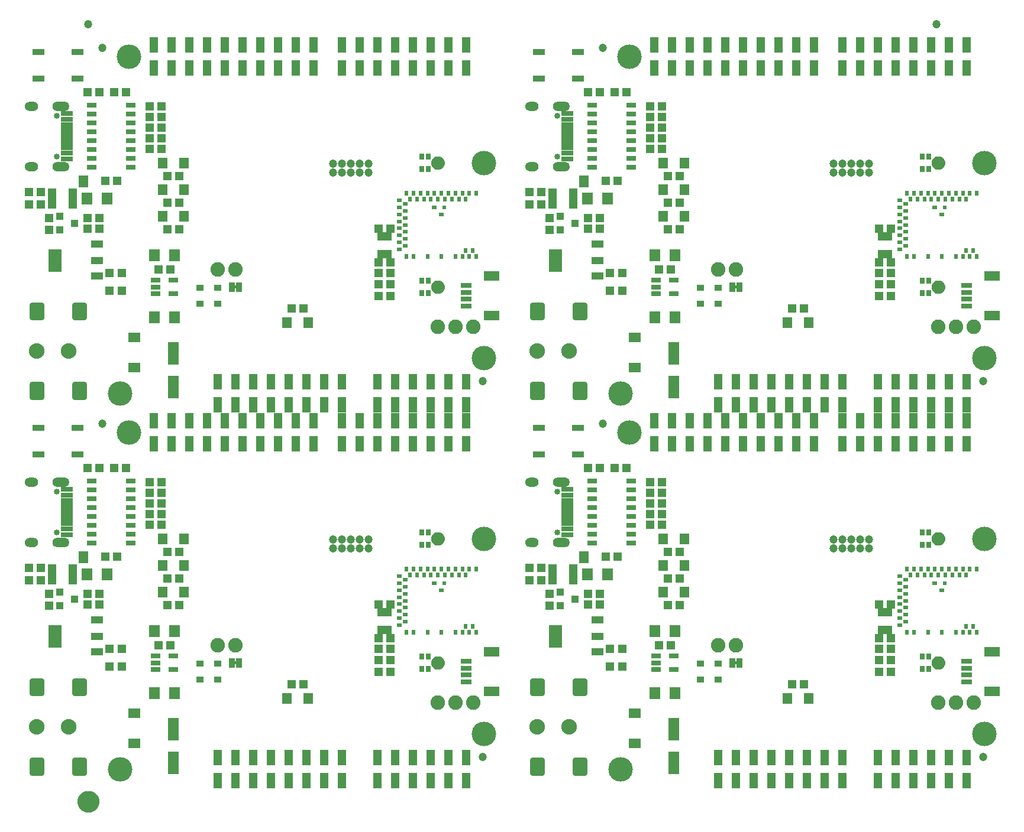
<source format=gts>
G75*
%MOIN*%
%OFA0B0*%
%FSLAX25Y25*%
%IPPOS*%
%LPD*%
%AMOC8*
5,1,8,0,0,1.08239X$1,22.5*
%
%ADD10R,0.05131X0.04737*%
%ADD11R,0.06312X0.07099*%
%ADD12R,0.06312X0.12611*%
%ADD13R,0.04737X0.05131*%
%ADD14R,0.04343X0.03950*%
%ADD15R,0.06800X0.04100*%
%ADD16R,0.07800X0.13100*%
%ADD17C,0.13800*%
%ADD18C,0.04737*%
%ADD19R,0.04737X0.08674*%
%ADD20R,0.05524X0.06312*%
%ADD21R,0.06587X0.05800*%
%ADD22C,0.03123*%
%ADD23C,0.08800*%
%ADD24R,0.05524X0.02965*%
%ADD25R,0.08674X0.05524*%
%ADD26R,0.06115X0.03162*%
%ADD27R,0.06509X0.01981*%
%ADD28R,0.06509X0.03162*%
%ADD29R,0.06509X0.02965*%
%ADD30C,0.03359*%
%ADD31C,0.00039*%
%ADD32R,0.05524X0.03162*%
%ADD33R,0.06800X0.03800*%
%ADD34R,0.05800X0.03300*%
%ADD35R,0.04737X0.11824*%
%ADD36R,0.02375X0.03162*%
%ADD37R,0.03162X0.02375*%
%ADD38R,0.02178X0.02178*%
%ADD39R,0.04068X0.03280*%
%ADD40C,0.08200*%
%ADD41R,0.03300X0.05800*%
%ADD42C,0.00500*%
%ADD43R,0.02855X0.03654*%
%ADD44C,0.03950*%
%ADD45C,0.02362*%
%ADD46R,0.01469X0.02769*%
%ADD47R,0.07887X0.04737*%
%ADD48C,0.05000*%
%ADD49C,0.06706*%
D10*
X0256654Y0218000D03*
X0263346Y0218000D03*
X0305654Y0225000D03*
X0305654Y0231500D03*
X0305654Y0238000D03*
X0305654Y0244000D03*
X0312346Y0244000D03*
X0312346Y0238000D03*
X0312346Y0231500D03*
X0312346Y0225000D03*
X0312346Y0263000D03*
X0305654Y0263000D03*
X0390654Y0276500D03*
X0397346Y0276500D03*
X0397346Y0283500D03*
X0390654Y0283500D03*
X0423654Y0269000D03*
X0423654Y0263000D03*
X0430346Y0263000D03*
X0430346Y0269000D03*
X0433654Y0290000D03*
X0440346Y0290000D03*
X0458654Y0308000D03*
X0458654Y0314000D03*
X0458654Y0320000D03*
X0458654Y0326000D03*
X0458654Y0332000D03*
X0465346Y0332000D03*
X0465346Y0326000D03*
X0465346Y0320000D03*
X0465346Y0314000D03*
X0465346Y0308000D03*
X0468654Y0292500D03*
X0475346Y0292500D03*
X0475346Y0277500D03*
X0468654Y0277500D03*
X0468654Y0262500D03*
X0475346Y0262500D03*
X0470346Y0240000D03*
X0463654Y0240000D03*
X0442846Y0238000D03*
X0436154Y0238000D03*
X0436154Y0228000D03*
X0442846Y0228000D03*
X0538654Y0218000D03*
X0545346Y0218000D03*
X0587654Y0225000D03*
X0587654Y0231500D03*
X0587654Y0238000D03*
X0587654Y0244000D03*
X0594346Y0244000D03*
X0594346Y0238000D03*
X0594346Y0231500D03*
X0594346Y0225000D03*
X0594346Y0263000D03*
X0587654Y0263000D03*
X0445346Y0340000D03*
X0438654Y0340000D03*
X0430346Y0340000D03*
X0423654Y0340000D03*
X0538654Y0430000D03*
X0545346Y0430000D03*
X0587654Y0437000D03*
X0587654Y0443500D03*
X0587654Y0450000D03*
X0587654Y0456000D03*
X0594346Y0456000D03*
X0594346Y0450000D03*
X0594346Y0443500D03*
X0594346Y0437000D03*
X0594346Y0475000D03*
X0587654Y0475000D03*
X0475346Y0474500D03*
X0468654Y0474500D03*
X0468654Y0489500D03*
X0475346Y0489500D03*
X0475346Y0504500D03*
X0468654Y0504500D03*
X0465346Y0520000D03*
X0465346Y0526000D03*
X0465346Y0532000D03*
X0465346Y0538000D03*
X0465346Y0544000D03*
X0458654Y0544000D03*
X0458654Y0538000D03*
X0458654Y0532000D03*
X0458654Y0526000D03*
X0458654Y0520000D03*
X0440346Y0502000D03*
X0433654Y0502000D03*
X0430346Y0481000D03*
X0430346Y0475000D03*
X0423654Y0475000D03*
X0423654Y0481000D03*
X0397346Y0488500D03*
X0390654Y0488500D03*
X0390654Y0495500D03*
X0397346Y0495500D03*
X0436154Y0450000D03*
X0442846Y0450000D03*
X0442846Y0440000D03*
X0436154Y0440000D03*
X0463654Y0452000D03*
X0470346Y0452000D03*
X0445346Y0552000D03*
X0438654Y0552000D03*
X0430346Y0552000D03*
X0423654Y0552000D03*
X0312346Y0475000D03*
X0305654Y0475000D03*
X0305654Y0456000D03*
X0305654Y0450000D03*
X0305654Y0443500D03*
X0305654Y0437000D03*
X0312346Y0437000D03*
X0312346Y0443500D03*
X0312346Y0450000D03*
X0312346Y0456000D03*
X0263346Y0430000D03*
X0256654Y0430000D03*
X0193346Y0474500D03*
X0186654Y0474500D03*
X0186654Y0489500D03*
X0193346Y0489500D03*
X0193346Y0504500D03*
X0186654Y0504500D03*
X0183346Y0520000D03*
X0183346Y0526000D03*
X0183346Y0532000D03*
X0183346Y0538000D03*
X0183346Y0544000D03*
X0176654Y0544000D03*
X0176654Y0538000D03*
X0176654Y0532000D03*
X0176654Y0526000D03*
X0176654Y0520000D03*
X0158346Y0502000D03*
X0151654Y0502000D03*
X0148346Y0481000D03*
X0148346Y0475000D03*
X0141654Y0475000D03*
X0141654Y0481000D03*
X0115346Y0488500D03*
X0108654Y0488500D03*
X0108654Y0495500D03*
X0115346Y0495500D03*
X0154154Y0450000D03*
X0160846Y0450000D03*
X0160846Y0440000D03*
X0154154Y0440000D03*
X0181654Y0452000D03*
X0188346Y0452000D03*
X0163346Y0552000D03*
X0156654Y0552000D03*
X0148346Y0552000D03*
X0141654Y0552000D03*
X0141654Y0340000D03*
X0148346Y0340000D03*
X0156654Y0340000D03*
X0163346Y0340000D03*
X0176654Y0332000D03*
X0176654Y0326000D03*
X0176654Y0320000D03*
X0176654Y0314000D03*
X0176654Y0308000D03*
X0183346Y0308000D03*
X0183346Y0314000D03*
X0183346Y0320000D03*
X0183346Y0326000D03*
X0183346Y0332000D03*
X0186654Y0292500D03*
X0193346Y0292500D03*
X0193346Y0277500D03*
X0186654Y0277500D03*
X0186654Y0262500D03*
X0193346Y0262500D03*
X0188346Y0240000D03*
X0181654Y0240000D03*
X0160846Y0238000D03*
X0154154Y0238000D03*
X0154154Y0228000D03*
X0160846Y0228000D03*
X0148346Y0263000D03*
X0148346Y0269000D03*
X0141654Y0269000D03*
X0141654Y0263000D03*
X0151654Y0290000D03*
X0158346Y0290000D03*
X0115346Y0283500D03*
X0108654Y0283500D03*
X0108654Y0276500D03*
X0115346Y0276500D03*
D11*
X0141488Y0280000D03*
X0152512Y0280000D03*
X0179488Y0248000D03*
X0190512Y0248000D03*
X0190512Y0213000D03*
X0179488Y0213000D03*
X0423488Y0280000D03*
X0434512Y0280000D03*
X0461488Y0248000D03*
X0472512Y0248000D03*
X0472512Y0213000D03*
X0461488Y0213000D03*
X0461488Y0425000D03*
X0472512Y0425000D03*
X0472512Y0460000D03*
X0461488Y0460000D03*
X0434512Y0492000D03*
X0423488Y0492000D03*
X0190512Y0460000D03*
X0179488Y0460000D03*
X0152512Y0492000D03*
X0141488Y0492000D03*
X0179488Y0425000D03*
X0190512Y0425000D03*
D12*
X0190000Y0404449D03*
X0190000Y0385551D03*
X0190000Y0192449D03*
X0190000Y0173551D03*
X0472000Y0173551D03*
X0472000Y0192449D03*
X0472000Y0385551D03*
X0472000Y0404449D03*
D13*
X0402000Y0474154D03*
X0402000Y0480846D03*
X0402000Y0268846D03*
X0402000Y0262154D03*
X0120000Y0262154D03*
X0120000Y0268846D03*
X0120000Y0474154D03*
X0120000Y0480846D03*
D14*
X0126063Y0481740D03*
X0126063Y0474260D03*
X0134331Y0478000D03*
X0126063Y0269740D03*
X0134331Y0266000D03*
X0126063Y0262260D03*
X0408063Y0262260D03*
X0408063Y0269740D03*
X0416331Y0266000D03*
X0408063Y0474260D03*
X0408063Y0481740D03*
X0416331Y0478000D03*
D15*
X0428890Y0466010D03*
X0428890Y0457000D03*
X0428890Y0448060D03*
X0428890Y0254010D03*
X0428890Y0245000D03*
X0428890Y0236060D03*
X0146890Y0236060D03*
X0146890Y0245000D03*
X0146890Y0254010D03*
X0146890Y0448060D03*
X0146890Y0457000D03*
X0146890Y0466010D03*
D16*
X0123500Y0457000D03*
X0123500Y0245000D03*
X0405500Y0245000D03*
X0405500Y0457000D03*
D17*
X0365000Y0402000D03*
X0442000Y0382000D03*
X0447000Y0360000D03*
X0365000Y0300000D03*
X0365000Y0190000D03*
X0442000Y0170000D03*
X0647000Y0190000D03*
X0647000Y0300000D03*
X0647000Y0402000D03*
X0647000Y0512000D03*
X0447000Y0572000D03*
X0365000Y0512000D03*
X0165000Y0572000D03*
X0160000Y0382000D03*
X0165000Y0360000D03*
X0160000Y0170000D03*
D18*
X0280000Y0294500D03*
X0280000Y0299500D03*
X0285000Y0299500D03*
X0290000Y0299500D03*
X0290000Y0294500D03*
X0285000Y0294500D03*
X0295000Y0294500D03*
X0300000Y0294500D03*
X0300000Y0299500D03*
X0295000Y0299500D03*
X0364500Y0389000D03*
X0432000Y0365000D03*
X0562000Y0299500D03*
X0562000Y0294500D03*
X0567000Y0294500D03*
X0567000Y0299500D03*
X0572000Y0299500D03*
X0577000Y0299500D03*
X0577000Y0294500D03*
X0572000Y0294500D03*
X0582000Y0294500D03*
X0582000Y0299500D03*
X0646500Y0389000D03*
X0582000Y0506500D03*
X0582000Y0511500D03*
X0577000Y0511500D03*
X0572000Y0511500D03*
X0572000Y0506500D03*
X0577000Y0506500D03*
X0567000Y0506500D03*
X0567000Y0511500D03*
X0562000Y0511500D03*
X0562000Y0506500D03*
X0620000Y0590250D03*
X0432000Y0577000D03*
X0300000Y0511500D03*
X0295000Y0511500D03*
X0295000Y0506500D03*
X0300000Y0506500D03*
X0290000Y0506500D03*
X0285000Y0506500D03*
X0285000Y0511500D03*
X0290000Y0511500D03*
X0280000Y0511500D03*
X0280000Y0506500D03*
X0150000Y0577000D03*
X0142000Y0590250D03*
X0150000Y0365000D03*
X0364500Y0177000D03*
X0646500Y0177000D03*
D19*
X0637000Y0176496D03*
X0627000Y0176496D03*
X0617000Y0176496D03*
X0607000Y0176496D03*
X0597000Y0176496D03*
X0587000Y0176496D03*
X0587000Y0163504D03*
X0597000Y0163504D03*
X0607000Y0163504D03*
X0617000Y0163504D03*
X0627000Y0163504D03*
X0637000Y0163504D03*
X0567000Y0163504D03*
X0557000Y0163504D03*
X0547000Y0163504D03*
X0537000Y0163504D03*
X0527000Y0163504D03*
X0517000Y0163504D03*
X0507000Y0163504D03*
X0497000Y0163504D03*
X0497000Y0176496D03*
X0507000Y0176496D03*
X0517000Y0176496D03*
X0527000Y0176496D03*
X0537000Y0176496D03*
X0547000Y0176496D03*
X0557000Y0176496D03*
X0567000Y0176496D03*
X0355000Y0176496D03*
X0345000Y0176496D03*
X0335000Y0176496D03*
X0325000Y0176496D03*
X0315000Y0176496D03*
X0305000Y0176496D03*
X0305000Y0163504D03*
X0315000Y0163504D03*
X0325000Y0163504D03*
X0335000Y0163504D03*
X0345000Y0163504D03*
X0355000Y0163504D03*
X0285000Y0163504D03*
X0275000Y0163504D03*
X0265000Y0163504D03*
X0255000Y0163504D03*
X0245000Y0163504D03*
X0235000Y0163504D03*
X0225000Y0163504D03*
X0215000Y0163504D03*
X0215000Y0176496D03*
X0225000Y0176496D03*
X0235000Y0176496D03*
X0245000Y0176496D03*
X0255000Y0176496D03*
X0265000Y0176496D03*
X0275000Y0176496D03*
X0285000Y0176496D03*
X0285000Y0353504D03*
X0295000Y0353504D03*
X0305000Y0353504D03*
X0315000Y0353504D03*
X0325000Y0353504D03*
X0335000Y0353504D03*
X0345000Y0353504D03*
X0355000Y0353504D03*
X0355000Y0366496D03*
X0355000Y0375504D03*
X0345000Y0375504D03*
X0345000Y0366496D03*
X0335000Y0366496D03*
X0335000Y0375504D03*
X0325000Y0375504D03*
X0325000Y0366496D03*
X0315000Y0366496D03*
X0315000Y0375504D03*
X0305000Y0375504D03*
X0305000Y0366496D03*
X0295000Y0366496D03*
X0285000Y0366496D03*
X0285000Y0375504D03*
X0275000Y0375504D03*
X0265000Y0375504D03*
X0269000Y0366496D03*
X0259000Y0366496D03*
X0255000Y0375504D03*
X0249000Y0366496D03*
X0245000Y0375504D03*
X0235000Y0375504D03*
X0239000Y0366496D03*
X0229000Y0366496D03*
X0225000Y0375504D03*
X0219000Y0366496D03*
X0215000Y0375504D03*
X0209000Y0366496D03*
X0199000Y0366496D03*
X0189000Y0366496D03*
X0179000Y0366496D03*
X0179000Y0353504D03*
X0189000Y0353504D03*
X0199000Y0353504D03*
X0209000Y0353504D03*
X0219000Y0353504D03*
X0229000Y0353504D03*
X0239000Y0353504D03*
X0249000Y0353504D03*
X0259000Y0353504D03*
X0269000Y0353504D03*
X0265000Y0388496D03*
X0255000Y0388496D03*
X0245000Y0388496D03*
X0235000Y0388496D03*
X0225000Y0388496D03*
X0215000Y0388496D03*
X0275000Y0388496D03*
X0285000Y0388496D03*
X0305000Y0388496D03*
X0315000Y0388496D03*
X0325000Y0388496D03*
X0335000Y0388496D03*
X0345000Y0388496D03*
X0355000Y0388496D03*
X0461000Y0366496D03*
X0471000Y0366496D03*
X0481000Y0366496D03*
X0491000Y0366496D03*
X0497000Y0375504D03*
X0501000Y0366496D03*
X0511000Y0366496D03*
X0507000Y0375504D03*
X0517000Y0375504D03*
X0521000Y0366496D03*
X0531000Y0366496D03*
X0527000Y0375504D03*
X0537000Y0375504D03*
X0541000Y0366496D03*
X0551000Y0366496D03*
X0547000Y0375504D03*
X0557000Y0375504D03*
X0567000Y0375504D03*
X0567000Y0366496D03*
X0577000Y0366496D03*
X0587000Y0366496D03*
X0587000Y0375504D03*
X0597000Y0375504D03*
X0597000Y0366496D03*
X0607000Y0366496D03*
X0607000Y0375504D03*
X0617000Y0375504D03*
X0617000Y0366496D03*
X0627000Y0366496D03*
X0627000Y0375504D03*
X0637000Y0375504D03*
X0637000Y0366496D03*
X0637000Y0353504D03*
X0627000Y0353504D03*
X0617000Y0353504D03*
X0607000Y0353504D03*
X0597000Y0353504D03*
X0587000Y0353504D03*
X0577000Y0353504D03*
X0567000Y0353504D03*
X0551000Y0353504D03*
X0541000Y0353504D03*
X0531000Y0353504D03*
X0521000Y0353504D03*
X0511000Y0353504D03*
X0501000Y0353504D03*
X0491000Y0353504D03*
X0481000Y0353504D03*
X0471000Y0353504D03*
X0461000Y0353504D03*
X0497000Y0388496D03*
X0507000Y0388496D03*
X0517000Y0388496D03*
X0527000Y0388496D03*
X0537000Y0388496D03*
X0547000Y0388496D03*
X0557000Y0388496D03*
X0567000Y0388496D03*
X0587000Y0388496D03*
X0597000Y0388496D03*
X0607000Y0388496D03*
X0617000Y0388496D03*
X0627000Y0388496D03*
X0637000Y0388496D03*
X0637000Y0565504D03*
X0627000Y0565504D03*
X0617000Y0565504D03*
X0607000Y0565504D03*
X0597000Y0565504D03*
X0587000Y0565504D03*
X0577000Y0565504D03*
X0567000Y0565504D03*
X0567000Y0578496D03*
X0577000Y0578496D03*
X0587000Y0578496D03*
X0597000Y0578496D03*
X0607000Y0578496D03*
X0617000Y0578496D03*
X0627000Y0578496D03*
X0637000Y0578496D03*
X0551000Y0578496D03*
X0541000Y0578496D03*
X0531000Y0578496D03*
X0521000Y0578496D03*
X0511000Y0578496D03*
X0501000Y0578496D03*
X0491000Y0578496D03*
X0481000Y0578496D03*
X0471000Y0578496D03*
X0461000Y0578496D03*
X0461000Y0565504D03*
X0471000Y0565504D03*
X0481000Y0565504D03*
X0491000Y0565504D03*
X0501000Y0565504D03*
X0511000Y0565504D03*
X0521000Y0565504D03*
X0531000Y0565504D03*
X0541000Y0565504D03*
X0551000Y0565504D03*
X0355000Y0565504D03*
X0345000Y0565504D03*
X0335000Y0565504D03*
X0325000Y0565504D03*
X0315000Y0565504D03*
X0305000Y0565504D03*
X0295000Y0565504D03*
X0285000Y0565504D03*
X0285000Y0578496D03*
X0295000Y0578496D03*
X0305000Y0578496D03*
X0315000Y0578496D03*
X0325000Y0578496D03*
X0335000Y0578496D03*
X0345000Y0578496D03*
X0355000Y0578496D03*
X0269000Y0578496D03*
X0259000Y0578496D03*
X0249000Y0578496D03*
X0239000Y0578496D03*
X0229000Y0578496D03*
X0219000Y0578496D03*
X0209000Y0578496D03*
X0199000Y0578496D03*
X0189000Y0578496D03*
X0179000Y0578496D03*
X0179000Y0565504D03*
X0189000Y0565504D03*
X0199000Y0565504D03*
X0209000Y0565504D03*
X0219000Y0565504D03*
X0229000Y0565504D03*
X0239000Y0565504D03*
X0249000Y0565504D03*
X0259000Y0565504D03*
X0269000Y0565504D03*
D20*
X0195906Y0512000D03*
X0184094Y0512000D03*
X0184094Y0497000D03*
X0195906Y0497000D03*
X0195906Y0482000D03*
X0184094Y0482000D03*
X0254094Y0422000D03*
X0265906Y0422000D03*
X0195906Y0300000D03*
X0184094Y0300000D03*
X0184094Y0285000D03*
X0195906Y0285000D03*
X0195906Y0270000D03*
X0184094Y0270000D03*
X0254094Y0210000D03*
X0265906Y0210000D03*
X0466094Y0270000D03*
X0477906Y0270000D03*
X0477906Y0285000D03*
X0466094Y0285000D03*
X0466094Y0300000D03*
X0477906Y0300000D03*
X0536094Y0210000D03*
X0547906Y0210000D03*
X0547906Y0422000D03*
X0536094Y0422000D03*
X0477906Y0482000D03*
X0466094Y0482000D03*
X0466094Y0497000D03*
X0477906Y0497000D03*
X0477906Y0512000D03*
X0466094Y0512000D03*
D21*
X0450000Y0413465D03*
X0450000Y0396535D03*
X0450000Y0201465D03*
X0450000Y0184535D03*
X0168000Y0184535D03*
X0168000Y0201465D03*
X0168000Y0396535D03*
X0168000Y0413465D03*
D22*
X0139792Y0424878D02*
X0134240Y0424878D01*
X0134240Y0432004D01*
X0139792Y0432004D01*
X0139792Y0424878D01*
X0139792Y0427845D02*
X0134240Y0427845D01*
X0134240Y0430812D02*
X0139792Y0430812D01*
X0115776Y0424878D02*
X0110224Y0424878D01*
X0110224Y0432004D01*
X0115776Y0432004D01*
X0115776Y0424878D01*
X0115776Y0427845D02*
X0110224Y0427845D01*
X0110224Y0430812D02*
X0115776Y0430812D01*
X0115776Y0379996D02*
X0110224Y0379996D01*
X0110224Y0387122D01*
X0115776Y0387122D01*
X0115776Y0379996D01*
X0115776Y0382963D02*
X0110224Y0382963D01*
X0110224Y0385930D02*
X0115776Y0385930D01*
X0134240Y0379996D02*
X0139792Y0379996D01*
X0134240Y0379996D02*
X0134240Y0387122D01*
X0139792Y0387122D01*
X0139792Y0379996D01*
X0139792Y0382963D02*
X0134240Y0382963D01*
X0134240Y0385930D02*
X0139792Y0385930D01*
X0139792Y0212878D02*
X0134240Y0212878D01*
X0134240Y0220004D01*
X0139792Y0220004D01*
X0139792Y0212878D01*
X0139792Y0215845D02*
X0134240Y0215845D01*
X0134240Y0218812D02*
X0139792Y0218812D01*
X0115776Y0212878D02*
X0110224Y0212878D01*
X0110224Y0220004D01*
X0115776Y0220004D01*
X0115776Y0212878D01*
X0115776Y0215845D02*
X0110224Y0215845D01*
X0110224Y0218812D02*
X0115776Y0218812D01*
X0115776Y0167996D02*
X0110224Y0167996D01*
X0110224Y0175122D01*
X0115776Y0175122D01*
X0115776Y0167996D01*
X0115776Y0170963D02*
X0110224Y0170963D01*
X0110224Y0173930D02*
X0115776Y0173930D01*
X0134240Y0167996D02*
X0139792Y0167996D01*
X0134240Y0167996D02*
X0134240Y0175122D01*
X0139792Y0175122D01*
X0139792Y0167996D01*
X0139792Y0170963D02*
X0134240Y0170963D01*
X0134240Y0173930D02*
X0139792Y0173930D01*
X0392224Y0167996D02*
X0397776Y0167996D01*
X0392224Y0167996D02*
X0392224Y0175122D01*
X0397776Y0175122D01*
X0397776Y0167996D01*
X0397776Y0170963D02*
X0392224Y0170963D01*
X0392224Y0173930D02*
X0397776Y0173930D01*
X0416240Y0167996D02*
X0421792Y0167996D01*
X0416240Y0167996D02*
X0416240Y0175122D01*
X0421792Y0175122D01*
X0421792Y0167996D01*
X0421792Y0170963D02*
X0416240Y0170963D01*
X0416240Y0173930D02*
X0421792Y0173930D01*
X0421792Y0212878D02*
X0416240Y0212878D01*
X0416240Y0220004D01*
X0421792Y0220004D01*
X0421792Y0212878D01*
X0421792Y0215845D02*
X0416240Y0215845D01*
X0416240Y0218812D02*
X0421792Y0218812D01*
X0397776Y0212878D02*
X0392224Y0212878D01*
X0392224Y0220004D01*
X0397776Y0220004D01*
X0397776Y0212878D01*
X0397776Y0215845D02*
X0392224Y0215845D01*
X0392224Y0218812D02*
X0397776Y0218812D01*
X0397776Y0379996D02*
X0392224Y0379996D01*
X0392224Y0387122D01*
X0397776Y0387122D01*
X0397776Y0379996D01*
X0397776Y0382963D02*
X0392224Y0382963D01*
X0392224Y0385930D02*
X0397776Y0385930D01*
X0416240Y0379996D02*
X0421792Y0379996D01*
X0416240Y0379996D02*
X0416240Y0387122D01*
X0421792Y0387122D01*
X0421792Y0379996D01*
X0421792Y0382963D02*
X0416240Y0382963D01*
X0416240Y0385930D02*
X0421792Y0385930D01*
X0421792Y0424878D02*
X0416240Y0424878D01*
X0416240Y0432004D01*
X0421792Y0432004D01*
X0421792Y0424878D01*
X0421792Y0427845D02*
X0416240Y0427845D01*
X0416240Y0430812D02*
X0421792Y0430812D01*
X0397776Y0424878D02*
X0392224Y0424878D01*
X0392224Y0432004D01*
X0397776Y0432004D01*
X0397776Y0424878D01*
X0397776Y0427845D02*
X0392224Y0427845D01*
X0392224Y0430812D02*
X0397776Y0430812D01*
D23*
X0395000Y0406000D03*
X0413000Y0406000D03*
X0413000Y0194000D03*
X0395000Y0194000D03*
X0131000Y0194000D03*
X0113000Y0194000D03*
X0113000Y0406000D03*
X0131000Y0406000D03*
D24*
X0179881Y0438260D03*
X0179881Y0442000D03*
X0179881Y0445740D03*
X0190119Y0445740D03*
X0190119Y0438260D03*
X0190119Y0233740D03*
X0190119Y0226260D03*
X0179881Y0226260D03*
X0179881Y0230000D03*
X0179881Y0233740D03*
X0461881Y0233740D03*
X0461881Y0230000D03*
X0461881Y0226260D03*
X0472119Y0226260D03*
X0472119Y0233740D03*
X0472119Y0438260D03*
X0472119Y0445740D03*
X0461881Y0445740D03*
X0461881Y0442000D03*
X0461881Y0438260D03*
D25*
X0369469Y0448024D03*
X0369469Y0425976D03*
X0369469Y0236024D03*
X0369469Y0213976D03*
X0651469Y0213976D03*
X0651469Y0236024D03*
X0651469Y0425976D03*
X0651469Y0448024D03*
D26*
X0637000Y0442906D03*
X0637000Y0438969D03*
X0637000Y0435031D03*
X0637000Y0431094D03*
X0637000Y0230906D03*
X0637000Y0226969D03*
X0637000Y0223031D03*
X0637000Y0219094D03*
X0355000Y0219094D03*
X0355000Y0223031D03*
X0355000Y0226969D03*
X0355000Y0230906D03*
X0355000Y0431094D03*
X0355000Y0435031D03*
X0355000Y0438969D03*
X0355000Y0442906D03*
D27*
X0412000Y0520110D03*
X0412000Y0522079D03*
X0412000Y0524047D03*
X0412000Y0526016D03*
X0412000Y0527984D03*
X0412000Y0529953D03*
X0412000Y0531921D03*
X0412000Y0533890D03*
X0412000Y0321890D03*
X0412000Y0319921D03*
X0412000Y0317953D03*
X0412000Y0315984D03*
X0412000Y0314016D03*
X0412000Y0312047D03*
X0412000Y0310079D03*
X0412000Y0308110D03*
X0130000Y0308110D03*
X0130000Y0310079D03*
X0130000Y0312047D03*
X0130000Y0314016D03*
X0130000Y0315984D03*
X0130000Y0317953D03*
X0130000Y0319921D03*
X0130000Y0321890D03*
X0130000Y0520110D03*
X0130000Y0522079D03*
X0130000Y0524047D03*
X0130000Y0526016D03*
X0130000Y0527984D03*
X0130000Y0529953D03*
X0130000Y0531921D03*
X0130000Y0533890D03*
D28*
X0130000Y0539697D03*
X0130000Y0514303D03*
X0130000Y0327697D03*
X0130000Y0302303D03*
X0412000Y0302303D03*
X0412000Y0327697D03*
X0412000Y0514303D03*
X0412000Y0539697D03*
D29*
X0412000Y0536646D03*
X0412000Y0517354D03*
X0412000Y0324646D03*
X0412000Y0305354D03*
X0130000Y0305354D03*
X0130000Y0324646D03*
X0130000Y0517354D03*
X0130000Y0536646D03*
D30*
X0124311Y0538378D03*
X0124311Y0515622D03*
X0124311Y0326378D03*
X0124311Y0303622D03*
X0406311Y0303622D03*
X0406311Y0326378D03*
X0406311Y0515622D03*
X0406311Y0538378D03*
D31*
X0406016Y0541646D02*
X0405517Y0541726D01*
X0405049Y0541916D01*
X0404634Y0542205D01*
X0404294Y0542579D01*
X0404046Y0543019D01*
X0403902Y0543504D01*
X0403870Y0544008D01*
X0403902Y0544512D01*
X0404046Y0544997D01*
X0404294Y0545437D01*
X0404634Y0545811D01*
X0405049Y0546100D01*
X0405517Y0546289D01*
X0406016Y0546370D01*
X0410740Y0546370D01*
X0411182Y0546309D01*
X0411603Y0546163D01*
X0411988Y0545938D01*
X0412322Y0545642D01*
X0412591Y0545286D01*
X0412786Y0544885D01*
X0412899Y0544453D01*
X0412925Y0544008D01*
X0412899Y0543563D01*
X0412786Y0543131D01*
X0412591Y0542730D01*
X0412322Y0542374D01*
X0411988Y0542078D01*
X0411603Y0541853D01*
X0411182Y0541707D01*
X0410740Y0541646D01*
X0406016Y0541646D01*
X0405958Y0541655D02*
X0410808Y0541655D01*
X0411083Y0541693D02*
X0405723Y0541693D01*
X0405506Y0541731D02*
X0411252Y0541731D01*
X0411361Y0541769D02*
X0405412Y0541769D01*
X0405318Y0541807D02*
X0411471Y0541807D01*
X0411580Y0541844D02*
X0405225Y0541844D01*
X0405131Y0541882D02*
X0411654Y0541882D01*
X0411719Y0541920D02*
X0405042Y0541920D01*
X0404988Y0541958D02*
X0411784Y0541958D01*
X0411848Y0541996D02*
X0404934Y0541996D01*
X0404879Y0542034D02*
X0411913Y0542034D01*
X0411978Y0542072D02*
X0404825Y0542072D01*
X0404771Y0542110D02*
X0412024Y0542110D01*
X0412067Y0542148D02*
X0404716Y0542148D01*
X0404662Y0542185D02*
X0412109Y0542185D01*
X0412152Y0542223D02*
X0404617Y0542223D01*
X0404583Y0542261D02*
X0412195Y0542261D01*
X0412237Y0542299D02*
X0404549Y0542299D01*
X0404514Y0542337D02*
X0412280Y0542337D01*
X0412322Y0542375D02*
X0404480Y0542375D01*
X0404445Y0542413D02*
X0412351Y0542413D01*
X0412380Y0542451D02*
X0404411Y0542451D01*
X0404377Y0542488D02*
X0412408Y0542488D01*
X0412437Y0542526D02*
X0404342Y0542526D01*
X0404308Y0542564D02*
X0412466Y0542564D01*
X0412495Y0542602D02*
X0404281Y0542602D01*
X0404260Y0542640D02*
X0412523Y0542640D01*
X0412552Y0542678D02*
X0404239Y0542678D01*
X0404217Y0542716D02*
X0412581Y0542716D01*
X0412603Y0542754D02*
X0404196Y0542754D01*
X0404175Y0542792D02*
X0412621Y0542792D01*
X0412640Y0542829D02*
X0404153Y0542829D01*
X0404132Y0542867D02*
X0412658Y0542867D01*
X0412676Y0542905D02*
X0404111Y0542905D01*
X0404089Y0542943D02*
X0412695Y0542943D01*
X0412713Y0542981D02*
X0404068Y0542981D01*
X0404047Y0543019D02*
X0412732Y0543019D01*
X0412750Y0543057D02*
X0404035Y0543057D01*
X0404024Y0543095D02*
X0412768Y0543095D01*
X0412786Y0543132D02*
X0404013Y0543132D01*
X0404001Y0543170D02*
X0412796Y0543170D01*
X0412806Y0543208D02*
X0403990Y0543208D01*
X0403979Y0543246D02*
X0412816Y0543246D01*
X0412826Y0543284D02*
X0403968Y0543284D01*
X0403956Y0543322D02*
X0412836Y0543322D01*
X0412846Y0543360D02*
X0403945Y0543360D01*
X0403934Y0543398D02*
X0412856Y0543398D01*
X0412866Y0543436D02*
X0403923Y0543436D01*
X0403911Y0543473D02*
X0412875Y0543473D01*
X0412885Y0543511D02*
X0403902Y0543511D01*
X0403900Y0543549D02*
X0412895Y0543549D01*
X0412900Y0543587D02*
X0403897Y0543587D01*
X0403895Y0543625D02*
X0412902Y0543625D01*
X0412905Y0543663D02*
X0403892Y0543663D01*
X0403890Y0543701D02*
X0412907Y0543701D01*
X0412909Y0543739D02*
X0403887Y0543739D01*
X0403885Y0543776D02*
X0412911Y0543776D01*
X0412914Y0543814D02*
X0403883Y0543814D01*
X0403880Y0543852D02*
X0412916Y0543852D01*
X0412918Y0543890D02*
X0403878Y0543890D01*
X0403875Y0543928D02*
X0412920Y0543928D01*
X0412923Y0543966D02*
X0403873Y0543966D01*
X0403870Y0544004D02*
X0412925Y0544004D01*
X0412923Y0544042D02*
X0403872Y0544042D01*
X0403875Y0544079D02*
X0412921Y0544079D01*
X0412919Y0544117D02*
X0403877Y0544117D01*
X0403880Y0544155D02*
X0412916Y0544155D01*
X0412914Y0544193D02*
X0403882Y0544193D01*
X0403884Y0544231D02*
X0412912Y0544231D01*
X0412910Y0544269D02*
X0403887Y0544269D01*
X0403889Y0544307D02*
X0412907Y0544307D01*
X0412905Y0544345D02*
X0403892Y0544345D01*
X0403894Y0544383D02*
X0412903Y0544383D01*
X0412901Y0544420D02*
X0403897Y0544420D01*
X0403899Y0544458D02*
X0412897Y0544458D01*
X0412888Y0544496D02*
X0403901Y0544496D01*
X0403909Y0544534D02*
X0412878Y0544534D01*
X0412868Y0544572D02*
X0403920Y0544572D01*
X0403931Y0544610D02*
X0412858Y0544610D01*
X0412848Y0544648D02*
X0403943Y0544648D01*
X0403954Y0544686D02*
X0412838Y0544686D01*
X0412828Y0544723D02*
X0403965Y0544723D01*
X0403976Y0544761D02*
X0412818Y0544761D01*
X0412808Y0544799D02*
X0403988Y0544799D01*
X0403999Y0544837D02*
X0412798Y0544837D01*
X0412789Y0544875D02*
X0404010Y0544875D01*
X0404021Y0544913D02*
X0412772Y0544913D01*
X0412754Y0544951D02*
X0404033Y0544951D01*
X0404044Y0544989D02*
X0412736Y0544989D01*
X0412717Y0545027D02*
X0404063Y0545027D01*
X0404085Y0545064D02*
X0412699Y0545064D01*
X0412680Y0545102D02*
X0404106Y0545102D01*
X0404127Y0545140D02*
X0412662Y0545140D01*
X0412644Y0545178D02*
X0404149Y0545178D01*
X0404170Y0545216D02*
X0412625Y0545216D01*
X0412607Y0545254D02*
X0404191Y0545254D01*
X0404213Y0545292D02*
X0412587Y0545292D01*
X0412558Y0545330D02*
X0404234Y0545330D01*
X0404255Y0545367D02*
X0412530Y0545367D01*
X0412501Y0545405D02*
X0404277Y0545405D01*
X0404300Y0545443D02*
X0412472Y0545443D01*
X0412443Y0545481D02*
X0404335Y0545481D01*
X0404369Y0545519D02*
X0412415Y0545519D01*
X0412386Y0545557D02*
X0404403Y0545557D01*
X0404438Y0545595D02*
X0412357Y0545595D01*
X0412329Y0545633D02*
X0404472Y0545633D01*
X0404507Y0545671D02*
X0412289Y0545671D01*
X0412247Y0545708D02*
X0404541Y0545708D01*
X0404575Y0545746D02*
X0412204Y0545746D01*
X0412161Y0545784D02*
X0404610Y0545784D01*
X0404650Y0545822D02*
X0412119Y0545822D01*
X0412076Y0545860D02*
X0404704Y0545860D01*
X0404759Y0545898D02*
X0412033Y0545898D01*
X0411991Y0545936D02*
X0404813Y0545936D01*
X0404867Y0545974D02*
X0411927Y0545974D01*
X0411862Y0546011D02*
X0404922Y0546011D01*
X0404976Y0546049D02*
X0411798Y0546049D01*
X0411733Y0546087D02*
X0405030Y0546087D01*
X0405111Y0546125D02*
X0411668Y0546125D01*
X0411604Y0546163D02*
X0405204Y0546163D01*
X0405298Y0546201D02*
X0411495Y0546201D01*
X0411385Y0546239D02*
X0405392Y0546239D01*
X0405485Y0546277D02*
X0411276Y0546277D01*
X0411143Y0546314D02*
X0405672Y0546314D01*
X0405906Y0546352D02*
X0410868Y0546352D01*
X0395423Y0544535D02*
X0395484Y0544008D01*
X0395437Y0543545D01*
X0395300Y0543101D01*
X0395079Y0542692D01*
X0394783Y0542333D01*
X0394422Y0542040D01*
X0394011Y0541822D01*
X0393565Y0541689D01*
X0393102Y0541646D01*
X0390740Y0541646D01*
X0390281Y0541693D01*
X0393577Y0541693D01*
X0393704Y0541731D02*
X0390158Y0541731D01*
X0390035Y0541769D02*
X0393831Y0541769D01*
X0393958Y0541807D02*
X0389912Y0541807D01*
X0389841Y0541828D02*
X0389435Y0542048D01*
X0389080Y0542342D01*
X0388789Y0542699D01*
X0388573Y0543107D01*
X0388441Y0543549D01*
X0395437Y0543549D01*
X0395441Y0543587D02*
X0388437Y0543587D01*
X0388434Y0543625D02*
X0395445Y0543625D01*
X0395449Y0543663D02*
X0388430Y0543663D01*
X0388427Y0543701D02*
X0395453Y0543701D01*
X0395457Y0543739D02*
X0388423Y0543739D01*
X0388419Y0543776D02*
X0395460Y0543776D01*
X0395464Y0543814D02*
X0388416Y0543814D01*
X0388412Y0543852D02*
X0395468Y0543852D01*
X0395472Y0543890D02*
X0388409Y0543890D01*
X0388405Y0543928D02*
X0395476Y0543928D01*
X0395480Y0543966D02*
X0388402Y0543966D01*
X0388398Y0544004D02*
X0395484Y0544004D01*
X0395480Y0544042D02*
X0388401Y0544042D01*
X0388398Y0544008D02*
X0388454Y0544532D01*
X0388626Y0545030D01*
X0388905Y0545477D01*
X0389276Y0545851D01*
X0389720Y0546133D01*
X0390217Y0546309D01*
X0390740Y0546370D01*
X0393102Y0546370D01*
X0393630Y0546313D01*
X0394133Y0546139D01*
X0394583Y0545859D01*
X0394961Y0545485D01*
X0395245Y0545036D01*
X0395423Y0544535D01*
X0395423Y0544534D02*
X0388455Y0544534D01*
X0388451Y0544496D02*
X0395427Y0544496D01*
X0395432Y0544458D02*
X0388446Y0544458D01*
X0388442Y0544420D02*
X0395436Y0544420D01*
X0395440Y0544383D02*
X0388438Y0544383D01*
X0388434Y0544345D02*
X0395445Y0544345D01*
X0395449Y0544307D02*
X0388430Y0544307D01*
X0388426Y0544269D02*
X0395454Y0544269D01*
X0395458Y0544231D02*
X0388422Y0544231D01*
X0388418Y0544193D02*
X0395463Y0544193D01*
X0395467Y0544155D02*
X0388414Y0544155D01*
X0388410Y0544117D02*
X0395471Y0544117D01*
X0395476Y0544079D02*
X0388405Y0544079D01*
X0388398Y0544008D02*
X0388441Y0543549D01*
X0388452Y0543511D02*
X0395426Y0543511D01*
X0395415Y0543473D02*
X0388463Y0543473D01*
X0388475Y0543436D02*
X0395403Y0543436D01*
X0395391Y0543398D02*
X0388486Y0543398D01*
X0388497Y0543360D02*
X0395380Y0543360D01*
X0395368Y0543322D02*
X0388509Y0543322D01*
X0388520Y0543284D02*
X0395356Y0543284D01*
X0395345Y0543246D02*
X0388531Y0543246D01*
X0388543Y0543208D02*
X0395333Y0543208D01*
X0395321Y0543170D02*
X0388554Y0543170D01*
X0388565Y0543132D02*
X0395310Y0543132D01*
X0395297Y0543095D02*
X0388579Y0543095D01*
X0388600Y0543057D02*
X0395276Y0543057D01*
X0395256Y0543019D02*
X0388620Y0543019D01*
X0388640Y0542981D02*
X0395235Y0542981D01*
X0395215Y0542943D02*
X0388660Y0542943D01*
X0388680Y0542905D02*
X0395194Y0542905D01*
X0395174Y0542867D02*
X0388700Y0542867D01*
X0388720Y0542829D02*
X0395153Y0542829D01*
X0395133Y0542792D02*
X0388740Y0542792D01*
X0388760Y0542754D02*
X0395112Y0542754D01*
X0395092Y0542716D02*
X0388780Y0542716D01*
X0388806Y0542678D02*
X0395068Y0542678D01*
X0395036Y0542640D02*
X0388837Y0542640D01*
X0388868Y0542602D02*
X0395005Y0542602D01*
X0394974Y0542564D02*
X0388899Y0542564D01*
X0388929Y0542526D02*
X0394942Y0542526D01*
X0394911Y0542488D02*
X0388960Y0542488D01*
X0388991Y0542451D02*
X0394879Y0542451D01*
X0394848Y0542413D02*
X0389022Y0542413D01*
X0389053Y0542375D02*
X0394817Y0542375D01*
X0394785Y0542337D02*
X0389085Y0542337D01*
X0389131Y0542299D02*
X0394740Y0542299D01*
X0394694Y0542261D02*
X0389177Y0542261D01*
X0389223Y0542223D02*
X0394647Y0542223D01*
X0394601Y0542185D02*
X0389268Y0542185D01*
X0389314Y0542148D02*
X0394554Y0542148D01*
X0394508Y0542110D02*
X0389360Y0542110D01*
X0389406Y0542072D02*
X0394461Y0542072D01*
X0394410Y0542034D02*
X0389460Y0542034D01*
X0389530Y0541996D02*
X0394339Y0541996D01*
X0394267Y0541958D02*
X0389601Y0541958D01*
X0389671Y0541920D02*
X0394196Y0541920D01*
X0394124Y0541882D02*
X0389741Y0541882D01*
X0389811Y0541844D02*
X0394052Y0541844D01*
X0393202Y0541655D02*
X0390649Y0541655D01*
X0390281Y0541693D02*
X0389841Y0541828D01*
X0388468Y0544572D02*
X0395410Y0544572D01*
X0395396Y0544610D02*
X0388481Y0544610D01*
X0388495Y0544648D02*
X0395383Y0544648D01*
X0395369Y0544686D02*
X0388508Y0544686D01*
X0388521Y0544723D02*
X0395356Y0544723D01*
X0395342Y0544761D02*
X0388534Y0544761D01*
X0388547Y0544799D02*
X0395329Y0544799D01*
X0395316Y0544837D02*
X0388560Y0544837D01*
X0388573Y0544875D02*
X0395302Y0544875D01*
X0395289Y0544913D02*
X0388586Y0544913D01*
X0388599Y0544951D02*
X0395275Y0544951D01*
X0395262Y0544989D02*
X0388612Y0544989D01*
X0388625Y0545027D02*
X0395248Y0545027D01*
X0395227Y0545064D02*
X0388648Y0545064D01*
X0388672Y0545102D02*
X0395203Y0545102D01*
X0395179Y0545140D02*
X0388695Y0545140D01*
X0388719Y0545178D02*
X0395155Y0545178D01*
X0395131Y0545216D02*
X0388742Y0545216D01*
X0388766Y0545254D02*
X0395107Y0545254D01*
X0395083Y0545292D02*
X0388790Y0545292D01*
X0388813Y0545330D02*
X0395059Y0545330D01*
X0395035Y0545367D02*
X0388837Y0545367D01*
X0388860Y0545405D02*
X0395011Y0545405D01*
X0394987Y0545443D02*
X0388884Y0545443D01*
X0388909Y0545481D02*
X0394963Y0545481D01*
X0394926Y0545519D02*
X0388947Y0545519D01*
X0388984Y0545557D02*
X0394888Y0545557D01*
X0394850Y0545595D02*
X0389022Y0545595D01*
X0389059Y0545633D02*
X0394811Y0545633D01*
X0394773Y0545671D02*
X0389097Y0545671D01*
X0389134Y0545708D02*
X0394735Y0545708D01*
X0394697Y0545746D02*
X0389172Y0545746D01*
X0389210Y0545784D02*
X0394659Y0545784D01*
X0394620Y0545822D02*
X0389247Y0545822D01*
X0389290Y0545860D02*
X0394582Y0545860D01*
X0394521Y0545898D02*
X0389350Y0545898D01*
X0389410Y0545936D02*
X0394460Y0545936D01*
X0394399Y0545974D02*
X0389469Y0545974D01*
X0389529Y0546011D02*
X0394338Y0546011D01*
X0394277Y0546049D02*
X0389589Y0546049D01*
X0389649Y0546087D02*
X0394216Y0546087D01*
X0394156Y0546125D02*
X0389708Y0546125D01*
X0389805Y0546163D02*
X0394064Y0546163D01*
X0393955Y0546201D02*
X0389912Y0546201D01*
X0390019Y0546239D02*
X0393845Y0546239D01*
X0393735Y0546277D02*
X0390126Y0546277D01*
X0390265Y0546314D02*
X0393615Y0546314D01*
X0393266Y0546352D02*
X0390589Y0546352D01*
X0390740Y0512354D02*
X0390217Y0512293D01*
X0389720Y0512117D01*
X0389276Y0511835D01*
X0388905Y0511461D01*
X0388626Y0511014D01*
X0388454Y0510516D01*
X0388398Y0509992D01*
X0388441Y0509533D01*
X0388573Y0509091D01*
X0388789Y0508684D01*
X0389080Y0508326D01*
X0389435Y0508032D01*
X0389841Y0507813D01*
X0390281Y0507677D01*
X0390740Y0507630D01*
X0393102Y0507630D01*
X0393565Y0507674D01*
X0394011Y0507807D01*
X0394422Y0508024D01*
X0394783Y0508318D01*
X0395079Y0508676D01*
X0395300Y0509085D01*
X0395437Y0509530D01*
X0395484Y0509992D01*
X0395423Y0510520D01*
X0395245Y0511020D01*
X0394961Y0511469D01*
X0394583Y0511843D01*
X0394133Y0512124D01*
X0393630Y0512297D01*
X0393102Y0512354D01*
X0390740Y0512354D01*
X0390574Y0512335D02*
X0393282Y0512335D01*
X0393631Y0512297D02*
X0390250Y0512297D01*
X0390121Y0512259D02*
X0393740Y0512259D01*
X0393850Y0512221D02*
X0390014Y0512221D01*
X0389907Y0512183D02*
X0393960Y0512183D01*
X0394069Y0512145D02*
X0389800Y0512145D01*
X0389705Y0512108D02*
X0394158Y0512108D01*
X0394219Y0512070D02*
X0389646Y0512070D01*
X0389586Y0512032D02*
X0394280Y0512032D01*
X0394341Y0511994D02*
X0389526Y0511994D01*
X0389467Y0511956D02*
X0394402Y0511956D01*
X0394463Y0511918D02*
X0389407Y0511918D01*
X0389347Y0511880D02*
X0394523Y0511880D01*
X0394584Y0511842D02*
X0389287Y0511842D01*
X0389245Y0511805D02*
X0394622Y0511805D01*
X0394660Y0511767D02*
X0389208Y0511767D01*
X0389170Y0511729D02*
X0394699Y0511729D01*
X0394737Y0511691D02*
X0389133Y0511691D01*
X0389095Y0511653D02*
X0394775Y0511653D01*
X0394813Y0511615D02*
X0389058Y0511615D01*
X0389020Y0511577D02*
X0394851Y0511577D01*
X0394890Y0511539D02*
X0388982Y0511539D01*
X0388945Y0511501D02*
X0394928Y0511501D01*
X0394964Y0511464D02*
X0388907Y0511464D01*
X0388883Y0511426D02*
X0394988Y0511426D01*
X0395012Y0511388D02*
X0388859Y0511388D01*
X0388836Y0511350D02*
X0395036Y0511350D01*
X0395060Y0511312D02*
X0388812Y0511312D01*
X0388788Y0511274D02*
X0395084Y0511274D01*
X0395108Y0511236D02*
X0388765Y0511236D01*
X0388741Y0511198D02*
X0395132Y0511198D01*
X0395156Y0511161D02*
X0388718Y0511161D01*
X0388694Y0511123D02*
X0395180Y0511123D01*
X0395204Y0511085D02*
X0388671Y0511085D01*
X0388647Y0511047D02*
X0395228Y0511047D01*
X0395249Y0511009D02*
X0388625Y0511009D01*
X0388612Y0510971D02*
X0395263Y0510971D01*
X0395276Y0510933D02*
X0388599Y0510933D01*
X0388585Y0510895D02*
X0395289Y0510895D01*
X0395303Y0510858D02*
X0388572Y0510858D01*
X0388559Y0510820D02*
X0395316Y0510820D01*
X0395330Y0510782D02*
X0388546Y0510782D01*
X0388533Y0510744D02*
X0395343Y0510744D01*
X0395357Y0510706D02*
X0388520Y0510706D01*
X0388507Y0510668D02*
X0395370Y0510668D01*
X0395383Y0510630D02*
X0388494Y0510630D01*
X0388481Y0510592D02*
X0395397Y0510592D01*
X0395410Y0510554D02*
X0388468Y0510554D01*
X0388455Y0510517D02*
X0395423Y0510517D01*
X0395427Y0510479D02*
X0388450Y0510479D01*
X0388446Y0510441D02*
X0395432Y0510441D01*
X0395436Y0510403D02*
X0388442Y0510403D01*
X0388438Y0510365D02*
X0395441Y0510365D01*
X0395445Y0510327D02*
X0388434Y0510327D01*
X0388430Y0510289D02*
X0395450Y0510289D01*
X0395454Y0510251D02*
X0388426Y0510251D01*
X0388422Y0510214D02*
X0395458Y0510214D01*
X0395463Y0510176D02*
X0388418Y0510176D01*
X0388413Y0510138D02*
X0395467Y0510138D01*
X0395472Y0510100D02*
X0388409Y0510100D01*
X0388405Y0510062D02*
X0395476Y0510062D01*
X0395481Y0510024D02*
X0388401Y0510024D01*
X0388398Y0509986D02*
X0395484Y0509986D01*
X0395480Y0509948D02*
X0388402Y0509948D01*
X0388405Y0509910D02*
X0395476Y0509910D01*
X0395472Y0509873D02*
X0388409Y0509873D01*
X0388412Y0509835D02*
X0395468Y0509835D01*
X0395464Y0509797D02*
X0388416Y0509797D01*
X0388420Y0509759D02*
X0395460Y0509759D01*
X0395456Y0509721D02*
X0388423Y0509721D01*
X0388427Y0509683D02*
X0395453Y0509683D01*
X0395449Y0509645D02*
X0388430Y0509645D01*
X0388434Y0509607D02*
X0395445Y0509607D01*
X0395441Y0509570D02*
X0388437Y0509570D01*
X0388441Y0509532D02*
X0395437Y0509532D01*
X0395426Y0509494D02*
X0388453Y0509494D01*
X0388464Y0509456D02*
X0395414Y0509456D01*
X0395402Y0509418D02*
X0388475Y0509418D01*
X0388487Y0509380D02*
X0395391Y0509380D01*
X0395379Y0509342D02*
X0388498Y0509342D01*
X0388509Y0509304D02*
X0395367Y0509304D01*
X0395356Y0509266D02*
X0388521Y0509266D01*
X0388532Y0509229D02*
X0395344Y0509229D01*
X0395332Y0509191D02*
X0388543Y0509191D01*
X0388555Y0509153D02*
X0395321Y0509153D01*
X0395309Y0509115D02*
X0388566Y0509115D01*
X0388580Y0509077D02*
X0395296Y0509077D01*
X0395275Y0509039D02*
X0388600Y0509039D01*
X0388620Y0509001D02*
X0395255Y0509001D01*
X0395234Y0508963D02*
X0388641Y0508963D01*
X0388661Y0508926D02*
X0395214Y0508926D01*
X0395193Y0508888D02*
X0388681Y0508888D01*
X0388701Y0508850D02*
X0395173Y0508850D01*
X0395152Y0508812D02*
X0388721Y0508812D01*
X0388741Y0508774D02*
X0395132Y0508774D01*
X0395112Y0508736D02*
X0388761Y0508736D01*
X0388781Y0508698D02*
X0395091Y0508698D01*
X0395066Y0508660D02*
X0388807Y0508660D01*
X0388838Y0508623D02*
X0395035Y0508623D01*
X0395003Y0508585D02*
X0388869Y0508585D01*
X0388900Y0508547D02*
X0394972Y0508547D01*
X0394941Y0508509D02*
X0388931Y0508509D01*
X0388962Y0508471D02*
X0394909Y0508471D01*
X0394878Y0508433D02*
X0388992Y0508433D01*
X0389023Y0508395D02*
X0394847Y0508395D01*
X0394815Y0508357D02*
X0389054Y0508357D01*
X0389087Y0508319D02*
X0394784Y0508319D01*
X0394738Y0508282D02*
X0389133Y0508282D01*
X0389179Y0508244D02*
X0394692Y0508244D01*
X0394645Y0508206D02*
X0389225Y0508206D01*
X0389270Y0508168D02*
X0394598Y0508168D01*
X0394552Y0508130D02*
X0389316Y0508130D01*
X0389362Y0508092D02*
X0394505Y0508092D01*
X0394459Y0508054D02*
X0389408Y0508054D01*
X0389463Y0508016D02*
X0394407Y0508016D01*
X0394336Y0507979D02*
X0389534Y0507979D01*
X0389604Y0507941D02*
X0394264Y0507941D01*
X0394192Y0507903D02*
X0389674Y0507903D01*
X0389744Y0507865D02*
X0394121Y0507865D01*
X0394049Y0507827D02*
X0389814Y0507827D01*
X0389917Y0507789D02*
X0393952Y0507789D01*
X0393825Y0507751D02*
X0390040Y0507751D01*
X0390164Y0507713D02*
X0393698Y0507713D01*
X0393572Y0507675D02*
X0390297Y0507675D01*
X0390666Y0507638D02*
X0393184Y0507638D01*
X0403902Y0509488D02*
X0403870Y0509992D01*
X0403902Y0510496D01*
X0404046Y0510981D01*
X0404294Y0511421D01*
X0404634Y0511795D01*
X0405049Y0512084D01*
X0405517Y0512274D01*
X0406016Y0512354D01*
X0410740Y0512354D01*
X0411182Y0512293D01*
X0411603Y0512147D01*
X0411988Y0511922D01*
X0412322Y0511626D01*
X0412591Y0511270D01*
X0412786Y0510869D01*
X0412899Y0510437D01*
X0412925Y0509992D01*
X0412899Y0509547D01*
X0412786Y0509115D01*
X0404013Y0509115D01*
X0404002Y0509153D02*
X0412796Y0509153D01*
X0412806Y0509191D02*
X0403991Y0509191D01*
X0403979Y0509229D02*
X0412816Y0509229D01*
X0412826Y0509266D02*
X0403968Y0509266D01*
X0403957Y0509304D02*
X0412835Y0509304D01*
X0412845Y0509342D02*
X0403946Y0509342D01*
X0403934Y0509380D02*
X0412855Y0509380D01*
X0412865Y0509418D02*
X0403923Y0509418D01*
X0403912Y0509456D02*
X0412875Y0509456D01*
X0412885Y0509494D02*
X0403902Y0509494D01*
X0403902Y0509488D02*
X0404046Y0509003D01*
X0404294Y0508563D01*
X0404634Y0508189D01*
X0405049Y0507900D01*
X0405517Y0507711D01*
X0406016Y0507630D01*
X0410740Y0507630D01*
X0411182Y0507691D01*
X0411603Y0507837D01*
X0411988Y0508062D01*
X0412322Y0508358D01*
X0412591Y0508714D01*
X0412786Y0509115D01*
X0412767Y0509077D02*
X0404024Y0509077D01*
X0404036Y0509039D02*
X0412749Y0509039D01*
X0412731Y0509001D02*
X0404048Y0509001D01*
X0404069Y0508963D02*
X0412712Y0508963D01*
X0412694Y0508926D02*
X0404090Y0508926D01*
X0404112Y0508888D02*
X0412676Y0508888D01*
X0412657Y0508850D02*
X0404133Y0508850D01*
X0404154Y0508812D02*
X0412639Y0508812D01*
X0412620Y0508774D02*
X0404176Y0508774D01*
X0404197Y0508736D02*
X0412602Y0508736D01*
X0412579Y0508698D02*
X0404218Y0508698D01*
X0404240Y0508660D02*
X0412551Y0508660D01*
X0412522Y0508623D02*
X0404261Y0508623D01*
X0404282Y0508585D02*
X0412493Y0508585D01*
X0412465Y0508547D02*
X0404309Y0508547D01*
X0404344Y0508509D02*
X0412436Y0508509D01*
X0412407Y0508471D02*
X0404378Y0508471D01*
X0404412Y0508433D02*
X0412378Y0508433D01*
X0412350Y0508395D02*
X0404447Y0508395D01*
X0404481Y0508357D02*
X0412321Y0508357D01*
X0412278Y0508319D02*
X0404516Y0508319D01*
X0404550Y0508282D02*
X0412235Y0508282D01*
X0412193Y0508244D02*
X0404585Y0508244D01*
X0404619Y0508206D02*
X0412150Y0508206D01*
X0412107Y0508168D02*
X0404665Y0508168D01*
X0404719Y0508130D02*
X0412065Y0508130D01*
X0412022Y0508092D02*
X0404773Y0508092D01*
X0404827Y0508054D02*
X0411975Y0508054D01*
X0411910Y0508016D02*
X0404882Y0508016D01*
X0404936Y0507979D02*
X0411845Y0507979D01*
X0411781Y0507941D02*
X0404990Y0507941D01*
X0405045Y0507903D02*
X0411716Y0507903D01*
X0411651Y0507865D02*
X0405136Y0507865D01*
X0405229Y0507827D02*
X0411575Y0507827D01*
X0411466Y0507789D02*
X0405323Y0507789D01*
X0405416Y0507751D02*
X0411356Y0507751D01*
X0411247Y0507713D02*
X0405510Y0507713D01*
X0405734Y0507675D02*
X0411070Y0507675D01*
X0410796Y0507638D02*
X0405968Y0507638D01*
X0403900Y0509532D02*
X0412895Y0509532D01*
X0412900Y0509570D02*
X0403897Y0509570D01*
X0403895Y0509607D02*
X0412902Y0509607D01*
X0412905Y0509645D02*
X0403892Y0509645D01*
X0403890Y0509683D02*
X0412907Y0509683D01*
X0412909Y0509721D02*
X0403888Y0509721D01*
X0403885Y0509759D02*
X0412911Y0509759D01*
X0412914Y0509797D02*
X0403883Y0509797D01*
X0403880Y0509835D02*
X0412916Y0509835D01*
X0412918Y0509873D02*
X0403878Y0509873D01*
X0403875Y0509910D02*
X0412920Y0509910D01*
X0412923Y0509948D02*
X0403873Y0509948D01*
X0403870Y0509986D02*
X0412925Y0509986D01*
X0412923Y0510024D02*
X0403872Y0510024D01*
X0403875Y0510062D02*
X0412921Y0510062D01*
X0412919Y0510100D02*
X0403877Y0510100D01*
X0403879Y0510138D02*
X0412917Y0510138D01*
X0412914Y0510176D02*
X0403882Y0510176D01*
X0403884Y0510214D02*
X0412912Y0510214D01*
X0412910Y0510251D02*
X0403887Y0510251D01*
X0403889Y0510289D02*
X0412908Y0510289D01*
X0412905Y0510327D02*
X0403892Y0510327D01*
X0403894Y0510365D02*
X0412903Y0510365D01*
X0412901Y0510403D02*
X0403896Y0510403D01*
X0403899Y0510441D02*
X0412898Y0510441D01*
X0412888Y0510479D02*
X0403901Y0510479D01*
X0403908Y0510517D02*
X0412878Y0510517D01*
X0412868Y0510554D02*
X0403920Y0510554D01*
X0403931Y0510592D02*
X0412858Y0510592D01*
X0412848Y0510630D02*
X0403942Y0510630D01*
X0403953Y0510668D02*
X0412838Y0510668D01*
X0412829Y0510706D02*
X0403965Y0510706D01*
X0403976Y0510744D02*
X0412819Y0510744D01*
X0412809Y0510782D02*
X0403987Y0510782D01*
X0403998Y0510820D02*
X0412799Y0510820D01*
X0412789Y0510858D02*
X0404010Y0510858D01*
X0404021Y0510895D02*
X0412773Y0510895D01*
X0412755Y0510933D02*
X0404032Y0510933D01*
X0404043Y0510971D02*
X0412736Y0510971D01*
X0412718Y0511009D02*
X0404062Y0511009D01*
X0404084Y0511047D02*
X0412700Y0511047D01*
X0412681Y0511085D02*
X0404105Y0511085D01*
X0404126Y0511123D02*
X0412663Y0511123D01*
X0412644Y0511161D02*
X0404148Y0511161D01*
X0404169Y0511198D02*
X0412626Y0511198D01*
X0412608Y0511236D02*
X0404190Y0511236D01*
X0404212Y0511274D02*
X0412588Y0511274D01*
X0412560Y0511312D02*
X0404233Y0511312D01*
X0404254Y0511350D02*
X0412531Y0511350D01*
X0412502Y0511388D02*
X0404276Y0511388D01*
X0404299Y0511426D02*
X0412473Y0511426D01*
X0412445Y0511464D02*
X0404333Y0511464D01*
X0404367Y0511501D02*
X0412416Y0511501D01*
X0412387Y0511539D02*
X0404402Y0511539D01*
X0404436Y0511577D02*
X0412359Y0511577D01*
X0412330Y0511615D02*
X0404471Y0511615D01*
X0404505Y0511653D02*
X0412291Y0511653D01*
X0412249Y0511691D02*
X0404539Y0511691D01*
X0404574Y0511729D02*
X0412206Y0511729D01*
X0412163Y0511767D02*
X0404608Y0511767D01*
X0404648Y0511805D02*
X0412121Y0511805D01*
X0412078Y0511842D02*
X0404702Y0511842D01*
X0404756Y0511880D02*
X0412035Y0511880D01*
X0411993Y0511918D02*
X0404811Y0511918D01*
X0404865Y0511956D02*
X0411930Y0511956D01*
X0411865Y0511994D02*
X0404919Y0511994D01*
X0404974Y0512032D02*
X0411801Y0512032D01*
X0411736Y0512070D02*
X0405028Y0512070D01*
X0405106Y0512108D02*
X0411671Y0512108D01*
X0411607Y0512145D02*
X0405200Y0512145D01*
X0405294Y0512183D02*
X0411500Y0512183D01*
X0411390Y0512221D02*
X0405387Y0512221D01*
X0405481Y0512259D02*
X0411281Y0512259D01*
X0411156Y0512297D02*
X0405661Y0512297D01*
X0405895Y0512335D02*
X0410881Y0512335D01*
X0410740Y0334370D02*
X0406016Y0334370D01*
X0405517Y0334289D01*
X0405049Y0334100D01*
X0404634Y0333811D01*
X0404294Y0333437D01*
X0404046Y0332997D01*
X0403902Y0332512D01*
X0412883Y0332512D01*
X0412874Y0332550D02*
X0403914Y0332550D01*
X0403925Y0332588D02*
X0412864Y0332588D01*
X0412854Y0332626D02*
X0403936Y0332626D01*
X0403947Y0332663D02*
X0412844Y0332663D01*
X0412834Y0332701D02*
X0403959Y0332701D01*
X0403970Y0332739D02*
X0412824Y0332739D01*
X0412814Y0332777D02*
X0403981Y0332777D01*
X0403992Y0332815D02*
X0412804Y0332815D01*
X0412794Y0332853D02*
X0404004Y0332853D01*
X0404015Y0332891D02*
X0412783Y0332891D01*
X0412786Y0332885D02*
X0412899Y0332453D01*
X0412925Y0332008D01*
X0412899Y0331563D01*
X0412786Y0331131D01*
X0412591Y0330730D01*
X0412322Y0330374D01*
X0411988Y0330078D01*
X0411603Y0329853D01*
X0411182Y0329707D01*
X0410740Y0329646D01*
X0406016Y0329646D01*
X0405517Y0329726D01*
X0405049Y0329916D01*
X0404634Y0330205D01*
X0404294Y0330579D01*
X0404046Y0331019D01*
X0403902Y0331504D01*
X0403870Y0332008D01*
X0403902Y0332512D01*
X0403900Y0332474D02*
X0412893Y0332474D01*
X0412900Y0332436D02*
X0403898Y0332436D01*
X0403895Y0332398D02*
X0412902Y0332398D01*
X0412904Y0332360D02*
X0403893Y0332360D01*
X0403890Y0332322D02*
X0412907Y0332322D01*
X0412909Y0332285D02*
X0403888Y0332285D01*
X0403885Y0332247D02*
X0412911Y0332247D01*
X0412913Y0332209D02*
X0403883Y0332209D01*
X0403881Y0332171D02*
X0412916Y0332171D01*
X0412918Y0332133D02*
X0403878Y0332133D01*
X0403876Y0332095D02*
X0412920Y0332095D01*
X0412922Y0332057D02*
X0403873Y0332057D01*
X0403871Y0332019D02*
X0412925Y0332019D01*
X0412924Y0331982D02*
X0403872Y0331982D01*
X0403874Y0331944D02*
X0412921Y0331944D01*
X0412919Y0331906D02*
X0403877Y0331906D01*
X0403879Y0331868D02*
X0412917Y0331868D01*
X0412915Y0331830D02*
X0403882Y0331830D01*
X0403884Y0331792D02*
X0412912Y0331792D01*
X0412910Y0331754D02*
X0403886Y0331754D01*
X0403889Y0331716D02*
X0412908Y0331716D01*
X0412906Y0331678D02*
X0403891Y0331678D01*
X0403894Y0331641D02*
X0412903Y0331641D01*
X0412901Y0331603D02*
X0403896Y0331603D01*
X0403899Y0331565D02*
X0412899Y0331565D01*
X0412889Y0331527D02*
X0403901Y0331527D01*
X0403907Y0331489D02*
X0412880Y0331489D01*
X0412870Y0331451D02*
X0403918Y0331451D01*
X0403929Y0331413D02*
X0412860Y0331413D01*
X0412850Y0331375D02*
X0403941Y0331375D01*
X0403952Y0331338D02*
X0412840Y0331338D01*
X0412830Y0331300D02*
X0403963Y0331300D01*
X0403974Y0331262D02*
X0412820Y0331262D01*
X0412810Y0331224D02*
X0403986Y0331224D01*
X0403997Y0331186D02*
X0412800Y0331186D01*
X0412791Y0331148D02*
X0404008Y0331148D01*
X0404019Y0331110D02*
X0412776Y0331110D01*
X0412758Y0331072D02*
X0404031Y0331072D01*
X0404042Y0331035D02*
X0412739Y0331035D01*
X0412721Y0330997D02*
X0404059Y0330997D01*
X0404080Y0330959D02*
X0412702Y0330959D01*
X0412684Y0330921D02*
X0404102Y0330921D01*
X0404123Y0330883D02*
X0412666Y0330883D01*
X0412647Y0330845D02*
X0404144Y0330845D01*
X0404166Y0330807D02*
X0412629Y0330807D01*
X0412610Y0330769D02*
X0404187Y0330769D01*
X0404208Y0330731D02*
X0412592Y0330731D01*
X0412564Y0330694D02*
X0404230Y0330694D01*
X0404251Y0330656D02*
X0412535Y0330656D01*
X0412506Y0330618D02*
X0404272Y0330618D01*
X0404294Y0330580D02*
X0412478Y0330580D01*
X0412449Y0330542D02*
X0404328Y0330542D01*
X0404362Y0330504D02*
X0412420Y0330504D01*
X0412392Y0330466D02*
X0404397Y0330466D01*
X0404431Y0330428D02*
X0412363Y0330428D01*
X0412334Y0330391D02*
X0404465Y0330391D01*
X0404500Y0330353D02*
X0412298Y0330353D01*
X0412255Y0330315D02*
X0404534Y0330315D01*
X0404569Y0330277D02*
X0412212Y0330277D01*
X0412170Y0330239D02*
X0404603Y0330239D01*
X0404640Y0330201D02*
X0412127Y0330201D01*
X0412084Y0330163D02*
X0404694Y0330163D01*
X0404748Y0330125D02*
X0412042Y0330125D01*
X0411999Y0330087D02*
X0404802Y0330087D01*
X0404857Y0330050D02*
X0411940Y0330050D01*
X0411875Y0330012D02*
X0404911Y0330012D01*
X0404965Y0329974D02*
X0411810Y0329974D01*
X0411746Y0329936D02*
X0405020Y0329936D01*
X0405092Y0329898D02*
X0411681Y0329898D01*
X0411616Y0329860D02*
X0405186Y0329860D01*
X0405280Y0329822D02*
X0411516Y0329822D01*
X0411407Y0329784D02*
X0405373Y0329784D01*
X0405467Y0329747D02*
X0411297Y0329747D01*
X0411188Y0329709D02*
X0405626Y0329709D01*
X0405860Y0329671D02*
X0410922Y0329671D01*
X0412786Y0332885D02*
X0412591Y0333286D01*
X0412322Y0333642D01*
X0411988Y0333938D01*
X0411603Y0334163D01*
X0411182Y0334309D01*
X0410740Y0334370D01*
X0410755Y0334368D02*
X0406003Y0334368D01*
X0405769Y0334330D02*
X0411029Y0334330D01*
X0411230Y0334292D02*
X0405534Y0334292D01*
X0405430Y0334254D02*
X0411340Y0334254D01*
X0411449Y0334217D02*
X0405337Y0334217D01*
X0405243Y0334179D02*
X0411559Y0334179D01*
X0411642Y0334141D02*
X0405150Y0334141D01*
X0405056Y0334103D02*
X0411706Y0334103D01*
X0411771Y0334065D02*
X0404999Y0334065D01*
X0404944Y0334027D02*
X0411836Y0334027D01*
X0411900Y0333989D02*
X0404890Y0333989D01*
X0404836Y0333951D02*
X0411965Y0333951D01*
X0412016Y0333913D02*
X0404781Y0333913D01*
X0404727Y0333876D02*
X0412058Y0333876D01*
X0412101Y0333838D02*
X0404673Y0333838D01*
X0404624Y0333800D02*
X0412144Y0333800D01*
X0412186Y0333762D02*
X0404590Y0333762D01*
X0404555Y0333724D02*
X0412229Y0333724D01*
X0412272Y0333686D02*
X0404521Y0333686D01*
X0404486Y0333648D02*
X0412314Y0333648D01*
X0412345Y0333610D02*
X0404452Y0333610D01*
X0404418Y0333573D02*
X0412374Y0333573D01*
X0412403Y0333535D02*
X0404383Y0333535D01*
X0404349Y0333497D02*
X0412432Y0333497D01*
X0412460Y0333459D02*
X0404314Y0333459D01*
X0404285Y0333421D02*
X0412489Y0333421D01*
X0412518Y0333383D02*
X0404264Y0333383D01*
X0404243Y0333345D02*
X0412546Y0333345D01*
X0412575Y0333307D02*
X0404221Y0333307D01*
X0404200Y0333270D02*
X0412599Y0333270D01*
X0412618Y0333232D02*
X0404179Y0333232D01*
X0404157Y0333194D02*
X0412636Y0333194D01*
X0412654Y0333156D02*
X0404136Y0333156D01*
X0404115Y0333118D02*
X0412673Y0333118D01*
X0412691Y0333080D02*
X0404093Y0333080D01*
X0404072Y0333042D02*
X0412710Y0333042D01*
X0412728Y0333004D02*
X0404051Y0333004D01*
X0404037Y0332966D02*
X0412746Y0332966D01*
X0412765Y0332929D02*
X0404026Y0332929D01*
X0395484Y0332008D02*
X0395437Y0331545D01*
X0395300Y0331101D01*
X0395079Y0330692D01*
X0394783Y0330333D01*
X0394422Y0330040D01*
X0394011Y0329822D01*
X0393565Y0329689D01*
X0393102Y0329646D01*
X0390740Y0329646D01*
X0390281Y0329693D01*
X0389841Y0329828D01*
X0389435Y0330048D01*
X0389080Y0330342D01*
X0388789Y0330699D01*
X0388573Y0331107D01*
X0388441Y0331549D01*
X0388398Y0332008D01*
X0388454Y0332532D01*
X0388626Y0333030D01*
X0388905Y0333477D01*
X0389276Y0333851D01*
X0389720Y0334133D01*
X0390217Y0334309D01*
X0390740Y0334370D01*
X0393102Y0334370D01*
X0393630Y0334313D01*
X0394133Y0334139D01*
X0394583Y0333859D01*
X0394961Y0333485D01*
X0395245Y0333036D01*
X0395423Y0332535D01*
X0395484Y0332008D01*
X0395483Y0332019D02*
X0388399Y0332019D01*
X0388400Y0331982D02*
X0395482Y0331982D01*
X0395478Y0331944D02*
X0388404Y0331944D01*
X0388407Y0331906D02*
X0395474Y0331906D01*
X0395470Y0331868D02*
X0388411Y0331868D01*
X0388414Y0331830D02*
X0395466Y0331830D01*
X0395462Y0331792D02*
X0388418Y0331792D01*
X0388422Y0331754D02*
X0395458Y0331754D01*
X0395454Y0331716D02*
X0388425Y0331716D01*
X0388429Y0331678D02*
X0395450Y0331678D01*
X0395447Y0331641D02*
X0388432Y0331641D01*
X0388436Y0331603D02*
X0395443Y0331603D01*
X0395439Y0331565D02*
X0388439Y0331565D01*
X0388447Y0331527D02*
X0395431Y0331527D01*
X0395419Y0331489D02*
X0388459Y0331489D01*
X0388470Y0331451D02*
X0395408Y0331451D01*
X0395396Y0331413D02*
X0388481Y0331413D01*
X0388493Y0331375D02*
X0395384Y0331375D01*
X0395373Y0331338D02*
X0388504Y0331338D01*
X0388515Y0331300D02*
X0395361Y0331300D01*
X0395349Y0331262D02*
X0388527Y0331262D01*
X0388538Y0331224D02*
X0395338Y0331224D01*
X0395326Y0331186D02*
X0388549Y0331186D01*
X0388561Y0331148D02*
X0395314Y0331148D01*
X0395303Y0331110D02*
X0388572Y0331110D01*
X0388591Y0331072D02*
X0395285Y0331072D01*
X0395264Y0331035D02*
X0388611Y0331035D01*
X0388631Y0330997D02*
X0395244Y0330997D01*
X0395223Y0330959D02*
X0388651Y0330959D01*
X0388671Y0330921D02*
X0395203Y0330921D01*
X0395182Y0330883D02*
X0388691Y0330883D01*
X0388711Y0330845D02*
X0395162Y0330845D01*
X0395141Y0330807D02*
X0388732Y0330807D01*
X0388752Y0330769D02*
X0395121Y0330769D01*
X0395100Y0330731D02*
X0388772Y0330731D01*
X0388793Y0330694D02*
X0395080Y0330694D01*
X0395049Y0330656D02*
X0388824Y0330656D01*
X0388855Y0330618D02*
X0395018Y0330618D01*
X0394987Y0330580D02*
X0388886Y0330580D01*
X0388917Y0330542D02*
X0394955Y0330542D01*
X0394924Y0330504D02*
X0388947Y0330504D01*
X0388978Y0330466D02*
X0394892Y0330466D01*
X0394861Y0330428D02*
X0389009Y0330428D01*
X0389040Y0330391D02*
X0394830Y0330391D01*
X0394798Y0330353D02*
X0389071Y0330353D01*
X0389112Y0330315D02*
X0394760Y0330315D01*
X0394713Y0330277D02*
X0389158Y0330277D01*
X0389204Y0330239D02*
X0394666Y0330239D01*
X0394620Y0330201D02*
X0389249Y0330201D01*
X0389295Y0330163D02*
X0394573Y0330163D01*
X0394527Y0330125D02*
X0389341Y0330125D01*
X0389387Y0330087D02*
X0394480Y0330087D01*
X0394434Y0330050D02*
X0389432Y0330050D01*
X0389501Y0330012D02*
X0394368Y0330012D01*
X0394297Y0329974D02*
X0389572Y0329974D01*
X0389642Y0329936D02*
X0394225Y0329936D01*
X0394154Y0329898D02*
X0389712Y0329898D01*
X0389782Y0329860D02*
X0394082Y0329860D01*
X0394010Y0329822D02*
X0389861Y0329822D01*
X0389984Y0329784D02*
X0393884Y0329784D01*
X0393757Y0329747D02*
X0390107Y0329747D01*
X0390230Y0329709D02*
X0393630Y0329709D01*
X0393369Y0329671D02*
X0390496Y0329671D01*
X0388403Y0332057D02*
X0395478Y0332057D01*
X0395474Y0332095D02*
X0388407Y0332095D01*
X0388411Y0332133D02*
X0395470Y0332133D01*
X0395465Y0332171D02*
X0388415Y0332171D01*
X0388419Y0332209D02*
X0395461Y0332209D01*
X0395456Y0332247D02*
X0388424Y0332247D01*
X0388428Y0332285D02*
X0395452Y0332285D01*
X0395447Y0332322D02*
X0388432Y0332322D01*
X0388436Y0332360D02*
X0395443Y0332360D01*
X0395439Y0332398D02*
X0388440Y0332398D01*
X0388444Y0332436D02*
X0395434Y0332436D01*
X0395430Y0332474D02*
X0388448Y0332474D01*
X0388452Y0332512D02*
X0395425Y0332512D01*
X0395418Y0332550D02*
X0388461Y0332550D01*
X0388474Y0332588D02*
X0395404Y0332588D01*
X0395391Y0332626D02*
X0388487Y0332626D01*
X0388500Y0332663D02*
X0395377Y0332663D01*
X0395364Y0332701D02*
X0388513Y0332701D01*
X0388526Y0332739D02*
X0395350Y0332739D01*
X0395337Y0332777D02*
X0388539Y0332777D01*
X0388552Y0332815D02*
X0395323Y0332815D01*
X0395310Y0332853D02*
X0388565Y0332853D01*
X0388578Y0332891D02*
X0395297Y0332891D01*
X0395283Y0332929D02*
X0388591Y0332929D01*
X0388605Y0332966D02*
X0395270Y0332966D01*
X0395256Y0333004D02*
X0388618Y0333004D01*
X0388634Y0333042D02*
X0395241Y0333042D01*
X0395217Y0333080D02*
X0388658Y0333080D01*
X0388681Y0333118D02*
X0395193Y0333118D01*
X0395169Y0333156D02*
X0388705Y0333156D01*
X0388729Y0333194D02*
X0395145Y0333194D01*
X0395121Y0333232D02*
X0388752Y0333232D01*
X0388776Y0333270D02*
X0395097Y0333270D01*
X0395073Y0333307D02*
X0388799Y0333307D01*
X0388823Y0333345D02*
X0395049Y0333345D01*
X0395025Y0333383D02*
X0388846Y0333383D01*
X0388870Y0333421D02*
X0395001Y0333421D01*
X0394977Y0333459D02*
X0388894Y0333459D01*
X0388925Y0333497D02*
X0394948Y0333497D01*
X0394910Y0333535D02*
X0388962Y0333535D01*
X0389000Y0333573D02*
X0394872Y0333573D01*
X0394834Y0333610D02*
X0389037Y0333610D01*
X0389075Y0333648D02*
X0394796Y0333648D01*
X0394757Y0333686D02*
X0389112Y0333686D01*
X0389150Y0333724D02*
X0394719Y0333724D01*
X0394681Y0333762D02*
X0389188Y0333762D01*
X0389225Y0333800D02*
X0394643Y0333800D01*
X0394605Y0333838D02*
X0389263Y0333838D01*
X0389315Y0333876D02*
X0394556Y0333876D01*
X0394495Y0333913D02*
X0389375Y0333913D01*
X0389434Y0333951D02*
X0394435Y0333951D01*
X0394374Y0333989D02*
X0389494Y0333989D01*
X0389554Y0334027D02*
X0394313Y0334027D01*
X0394252Y0334065D02*
X0389614Y0334065D01*
X0389673Y0334103D02*
X0394191Y0334103D01*
X0394129Y0334141D02*
X0389743Y0334141D01*
X0389850Y0334179D02*
X0394019Y0334179D01*
X0393909Y0334217D02*
X0389956Y0334217D01*
X0390063Y0334254D02*
X0393799Y0334254D01*
X0393690Y0334292D02*
X0390170Y0334292D01*
X0390399Y0334330D02*
X0393470Y0334330D01*
X0393121Y0334368D02*
X0390723Y0334368D01*
X0390740Y0300354D02*
X0390217Y0300293D01*
X0389720Y0300117D01*
X0389276Y0299835D01*
X0388905Y0299461D01*
X0388626Y0299014D01*
X0388454Y0298516D01*
X0388398Y0297992D01*
X0388441Y0297533D01*
X0388573Y0297091D01*
X0388789Y0296684D01*
X0389080Y0296326D01*
X0389435Y0296032D01*
X0389841Y0295813D01*
X0390281Y0295677D01*
X0390740Y0295630D01*
X0393102Y0295630D01*
X0393565Y0295674D01*
X0394011Y0295807D01*
X0394422Y0296024D01*
X0394783Y0296318D01*
X0395079Y0296676D01*
X0395300Y0297085D01*
X0395437Y0297530D01*
X0395484Y0297992D01*
X0395423Y0298520D01*
X0395245Y0299020D01*
X0394961Y0299469D01*
X0394583Y0299843D01*
X0394133Y0300124D01*
X0393630Y0300297D01*
X0393102Y0300354D01*
X0390740Y0300354D01*
X0390708Y0300351D02*
X0393137Y0300351D01*
X0393486Y0300313D02*
X0390384Y0300313D01*
X0390165Y0300275D02*
X0393695Y0300275D01*
X0393805Y0300237D02*
X0390058Y0300237D01*
X0389952Y0300199D02*
X0393914Y0300199D01*
X0394024Y0300161D02*
X0389845Y0300161D01*
X0389738Y0300123D02*
X0394133Y0300123D01*
X0394194Y0300085D02*
X0389671Y0300085D01*
X0389611Y0300048D02*
X0394255Y0300048D01*
X0394316Y0300010D02*
X0389551Y0300010D01*
X0389491Y0299972D02*
X0394377Y0299972D01*
X0394437Y0299934D02*
X0389432Y0299934D01*
X0389372Y0299896D02*
X0394498Y0299896D01*
X0394559Y0299858D02*
X0389312Y0299858D01*
X0389261Y0299820D02*
X0394606Y0299820D01*
X0394645Y0299782D02*
X0389223Y0299782D01*
X0389186Y0299744D02*
X0394683Y0299744D01*
X0394721Y0299707D02*
X0389148Y0299707D01*
X0389111Y0299669D02*
X0394759Y0299669D01*
X0394797Y0299631D02*
X0389073Y0299631D01*
X0389036Y0299593D02*
X0394836Y0299593D01*
X0394874Y0299555D02*
X0388998Y0299555D01*
X0388960Y0299517D02*
X0394912Y0299517D01*
X0394950Y0299479D02*
X0388923Y0299479D01*
X0388893Y0299441D02*
X0394978Y0299441D01*
X0395002Y0299404D02*
X0388869Y0299404D01*
X0388845Y0299366D02*
X0395026Y0299366D01*
X0395050Y0299328D02*
X0388822Y0299328D01*
X0388798Y0299290D02*
X0395074Y0299290D01*
X0395098Y0299252D02*
X0388775Y0299252D01*
X0388751Y0299214D02*
X0395122Y0299214D01*
X0395146Y0299176D02*
X0388727Y0299176D01*
X0388704Y0299138D02*
X0395170Y0299138D01*
X0395194Y0299100D02*
X0388680Y0299100D01*
X0388657Y0299063D02*
X0395218Y0299063D01*
X0395242Y0299025D02*
X0388633Y0299025D01*
X0388617Y0298987D02*
X0395257Y0298987D01*
X0395270Y0298949D02*
X0388604Y0298949D01*
X0388591Y0298911D02*
X0395284Y0298911D01*
X0395297Y0298873D02*
X0388578Y0298873D01*
X0388565Y0298835D02*
X0395311Y0298835D01*
X0395324Y0298797D02*
X0388552Y0298797D01*
X0388539Y0298760D02*
X0395338Y0298760D01*
X0395351Y0298722D02*
X0388525Y0298722D01*
X0388512Y0298684D02*
X0395364Y0298684D01*
X0395378Y0298646D02*
X0388499Y0298646D01*
X0388486Y0298608D02*
X0395391Y0298608D01*
X0395405Y0298570D02*
X0388473Y0298570D01*
X0388460Y0298532D02*
X0395418Y0298532D01*
X0395426Y0298494D02*
X0388452Y0298494D01*
X0388448Y0298457D02*
X0395430Y0298457D01*
X0395434Y0298419D02*
X0388444Y0298419D01*
X0388440Y0298381D02*
X0395439Y0298381D01*
X0395443Y0298343D02*
X0388436Y0298343D01*
X0388432Y0298305D02*
X0395448Y0298305D01*
X0395452Y0298267D02*
X0388427Y0298267D01*
X0388423Y0298229D02*
X0395457Y0298229D01*
X0395461Y0298191D02*
X0388419Y0298191D01*
X0388415Y0298153D02*
X0395465Y0298153D01*
X0395470Y0298116D02*
X0388411Y0298116D01*
X0388407Y0298078D02*
X0395474Y0298078D01*
X0395479Y0298040D02*
X0388403Y0298040D01*
X0388399Y0298002D02*
X0395483Y0298002D01*
X0395481Y0297964D02*
X0388400Y0297964D01*
X0388404Y0297926D02*
X0395477Y0297926D01*
X0395474Y0297888D02*
X0388407Y0297888D01*
X0388411Y0297850D02*
X0395470Y0297850D01*
X0395466Y0297813D02*
X0388415Y0297813D01*
X0388418Y0297775D02*
X0395462Y0297775D01*
X0395458Y0297737D02*
X0388422Y0297737D01*
X0388425Y0297699D02*
X0395454Y0297699D01*
X0395450Y0297661D02*
X0388429Y0297661D01*
X0388432Y0297623D02*
X0395446Y0297623D01*
X0395442Y0297585D02*
X0388436Y0297585D01*
X0388440Y0297547D02*
X0395439Y0297547D01*
X0395431Y0297509D02*
X0388448Y0297509D01*
X0388459Y0297472D02*
X0395419Y0297472D01*
X0395407Y0297434D02*
X0388471Y0297434D01*
X0388482Y0297396D02*
X0395396Y0297396D01*
X0395384Y0297358D02*
X0388493Y0297358D01*
X0388505Y0297320D02*
X0395372Y0297320D01*
X0395361Y0297282D02*
X0388516Y0297282D01*
X0388527Y0297244D02*
X0395349Y0297244D01*
X0395337Y0297206D02*
X0388539Y0297206D01*
X0388550Y0297169D02*
X0395326Y0297169D01*
X0395314Y0297131D02*
X0388561Y0297131D01*
X0388572Y0297093D02*
X0395302Y0297093D01*
X0395284Y0297055D02*
X0388592Y0297055D01*
X0388612Y0297017D02*
X0395263Y0297017D01*
X0395243Y0296979D02*
X0388632Y0296979D01*
X0388652Y0296941D02*
X0395222Y0296941D01*
X0395202Y0296903D02*
X0388672Y0296903D01*
X0388692Y0296865D02*
X0395181Y0296865D01*
X0395161Y0296828D02*
X0388712Y0296828D01*
X0388732Y0296790D02*
X0395140Y0296790D01*
X0395120Y0296752D02*
X0388752Y0296752D01*
X0388773Y0296714D02*
X0395100Y0296714D01*
X0395079Y0296676D02*
X0388795Y0296676D01*
X0388826Y0296638D02*
X0395048Y0296638D01*
X0395016Y0296600D02*
X0388856Y0296600D01*
X0388887Y0296562D02*
X0394985Y0296562D01*
X0394954Y0296525D02*
X0388918Y0296525D01*
X0388949Y0296487D02*
X0394922Y0296487D01*
X0394891Y0296449D02*
X0388980Y0296449D01*
X0389010Y0296411D02*
X0394860Y0296411D01*
X0394828Y0296373D02*
X0389041Y0296373D01*
X0389072Y0296335D02*
X0394797Y0296335D01*
X0394757Y0296297D02*
X0389114Y0296297D01*
X0389160Y0296259D02*
X0394711Y0296259D01*
X0394664Y0296222D02*
X0389206Y0296222D01*
X0389252Y0296184D02*
X0394618Y0296184D01*
X0394571Y0296146D02*
X0389297Y0296146D01*
X0389343Y0296108D02*
X0394525Y0296108D01*
X0394478Y0296070D02*
X0389389Y0296070D01*
X0389435Y0296032D02*
X0394432Y0296032D01*
X0394365Y0295994D02*
X0389505Y0295994D01*
X0389575Y0295956D02*
X0394294Y0295956D01*
X0394222Y0295918D02*
X0389645Y0295918D01*
X0389715Y0295881D02*
X0394150Y0295881D01*
X0394079Y0295843D02*
X0389785Y0295843D01*
X0389866Y0295805D02*
X0394004Y0295805D01*
X0393878Y0295767D02*
X0389990Y0295767D01*
X0390113Y0295729D02*
X0393751Y0295729D01*
X0393624Y0295691D02*
X0390236Y0295691D01*
X0390513Y0295653D02*
X0393350Y0295653D01*
X0403902Y0297488D02*
X0403870Y0297992D01*
X0403902Y0298496D01*
X0404046Y0298981D01*
X0404294Y0299421D01*
X0404634Y0299795D01*
X0405049Y0300084D01*
X0405517Y0300274D01*
X0406016Y0300354D01*
X0410740Y0300354D01*
X0411182Y0300293D01*
X0411603Y0300147D01*
X0411988Y0299922D01*
X0412322Y0299626D01*
X0412591Y0299270D01*
X0412786Y0298869D01*
X0412899Y0298437D01*
X0412925Y0297992D01*
X0412899Y0297547D01*
X0412786Y0297115D01*
X0412591Y0296714D01*
X0404209Y0296714D01*
X0404188Y0296752D02*
X0412610Y0296752D01*
X0412628Y0296790D02*
X0404167Y0296790D01*
X0404145Y0296828D02*
X0412646Y0296828D01*
X0412665Y0296865D02*
X0404124Y0296865D01*
X0404103Y0296903D02*
X0412683Y0296903D01*
X0412702Y0296941D02*
X0404081Y0296941D01*
X0404060Y0296979D02*
X0412720Y0296979D01*
X0412738Y0297017D02*
X0404042Y0297017D01*
X0404046Y0297003D02*
X0403902Y0297488D01*
X0403907Y0297472D02*
X0412879Y0297472D01*
X0412889Y0297509D02*
X0403901Y0297509D01*
X0403899Y0297547D02*
X0412899Y0297547D01*
X0412901Y0297585D02*
X0403896Y0297585D01*
X0403894Y0297623D02*
X0412903Y0297623D01*
X0412906Y0297661D02*
X0403891Y0297661D01*
X0403889Y0297699D02*
X0412908Y0297699D01*
X0412910Y0297737D02*
X0403887Y0297737D01*
X0403884Y0297775D02*
X0412912Y0297775D01*
X0412915Y0297813D02*
X0403882Y0297813D01*
X0403879Y0297850D02*
X0412917Y0297850D01*
X0412919Y0297888D02*
X0403877Y0297888D01*
X0403874Y0297926D02*
X0412921Y0297926D01*
X0412924Y0297964D02*
X0403872Y0297964D01*
X0403871Y0298002D02*
X0412925Y0298002D01*
X0412922Y0298040D02*
X0403873Y0298040D01*
X0403876Y0298078D02*
X0412920Y0298078D01*
X0412918Y0298116D02*
X0403878Y0298116D01*
X0403880Y0298153D02*
X0412916Y0298153D01*
X0412913Y0298191D02*
X0403883Y0298191D01*
X0403885Y0298229D02*
X0412911Y0298229D01*
X0412909Y0298267D02*
X0403888Y0298267D01*
X0403890Y0298305D02*
X0412907Y0298305D01*
X0412904Y0298343D02*
X0403893Y0298343D01*
X0403895Y0298381D02*
X0412902Y0298381D01*
X0412900Y0298419D02*
X0403897Y0298419D01*
X0403900Y0298457D02*
X0412894Y0298457D01*
X0412884Y0298494D02*
X0403902Y0298494D01*
X0403913Y0298532D02*
X0412874Y0298532D01*
X0412864Y0298570D02*
X0403924Y0298570D01*
X0403936Y0298608D02*
X0412854Y0298608D01*
X0412844Y0298646D02*
X0403947Y0298646D01*
X0403958Y0298684D02*
X0412834Y0298684D01*
X0412824Y0298722D02*
X0403969Y0298722D01*
X0403981Y0298760D02*
X0412815Y0298760D01*
X0412805Y0298797D02*
X0403992Y0298797D01*
X0404003Y0298835D02*
X0412795Y0298835D01*
X0412784Y0298873D02*
X0404014Y0298873D01*
X0404026Y0298911D02*
X0412766Y0298911D01*
X0412747Y0298949D02*
X0404037Y0298949D01*
X0404050Y0298987D02*
X0412729Y0298987D01*
X0412710Y0299025D02*
X0404071Y0299025D01*
X0404092Y0299063D02*
X0412692Y0299063D01*
X0412674Y0299100D02*
X0404114Y0299100D01*
X0404135Y0299138D02*
X0412655Y0299138D01*
X0412637Y0299176D02*
X0404156Y0299176D01*
X0404178Y0299214D02*
X0412618Y0299214D01*
X0412600Y0299252D02*
X0404199Y0299252D01*
X0404220Y0299290D02*
X0412576Y0299290D01*
X0412548Y0299328D02*
X0404242Y0299328D01*
X0404263Y0299366D02*
X0412519Y0299366D01*
X0412490Y0299404D02*
X0404284Y0299404D01*
X0404313Y0299441D02*
X0412462Y0299441D01*
X0412433Y0299479D02*
X0404347Y0299479D01*
X0404382Y0299517D02*
X0412404Y0299517D01*
X0412375Y0299555D02*
X0404416Y0299555D01*
X0404450Y0299593D02*
X0412347Y0299593D01*
X0412316Y0299631D02*
X0404485Y0299631D01*
X0404519Y0299669D02*
X0412274Y0299669D01*
X0412231Y0299707D02*
X0404554Y0299707D01*
X0404588Y0299744D02*
X0412188Y0299744D01*
X0412146Y0299782D02*
X0404622Y0299782D01*
X0404670Y0299820D02*
X0412103Y0299820D01*
X0412060Y0299858D02*
X0404724Y0299858D01*
X0404779Y0299896D02*
X0412018Y0299896D01*
X0411968Y0299934D02*
X0404833Y0299934D01*
X0404887Y0299972D02*
X0411903Y0299972D01*
X0411839Y0300010D02*
X0404942Y0300010D01*
X0404996Y0300048D02*
X0411774Y0300048D01*
X0411709Y0300085D02*
X0405052Y0300085D01*
X0405145Y0300123D02*
X0411645Y0300123D01*
X0411564Y0300161D02*
X0405239Y0300161D01*
X0405332Y0300199D02*
X0411454Y0300199D01*
X0411345Y0300237D02*
X0405426Y0300237D01*
X0405524Y0300275D02*
X0411236Y0300275D01*
X0411042Y0300313D02*
X0405758Y0300313D01*
X0405993Y0300351D02*
X0410767Y0300351D01*
X0412869Y0297434D02*
X0403919Y0297434D01*
X0403930Y0297396D02*
X0412859Y0297396D01*
X0412849Y0297358D02*
X0403941Y0297358D01*
X0403952Y0297320D02*
X0412840Y0297320D01*
X0412830Y0297282D02*
X0403964Y0297282D01*
X0403975Y0297244D02*
X0412820Y0297244D01*
X0412810Y0297206D02*
X0403986Y0297206D01*
X0403997Y0297169D02*
X0412800Y0297169D01*
X0412790Y0297131D02*
X0404009Y0297131D01*
X0404020Y0297093D02*
X0412775Y0297093D01*
X0412757Y0297055D02*
X0404031Y0297055D01*
X0404046Y0297003D02*
X0404294Y0296563D01*
X0404634Y0296189D01*
X0405049Y0295900D01*
X0405517Y0295711D01*
X0406016Y0295630D01*
X0410740Y0295630D01*
X0411182Y0295691D01*
X0411603Y0295837D01*
X0411988Y0296062D01*
X0412322Y0296358D01*
X0412591Y0296714D01*
X0412562Y0296676D02*
X0404231Y0296676D01*
X0404252Y0296638D02*
X0412534Y0296638D01*
X0412505Y0296600D02*
X0404273Y0296600D01*
X0404295Y0296562D02*
X0412476Y0296562D01*
X0412448Y0296525D02*
X0404329Y0296525D01*
X0404364Y0296487D02*
X0412419Y0296487D01*
X0412390Y0296449D02*
X0404398Y0296449D01*
X0404433Y0296411D02*
X0412362Y0296411D01*
X0412333Y0296373D02*
X0404467Y0296373D01*
X0404501Y0296335D02*
X0412296Y0296335D01*
X0412253Y0296297D02*
X0404536Y0296297D01*
X0404570Y0296259D02*
X0412210Y0296259D01*
X0412168Y0296222D02*
X0404605Y0296222D01*
X0404642Y0296184D02*
X0412125Y0296184D01*
X0412082Y0296146D02*
X0404696Y0296146D01*
X0404751Y0296108D02*
X0412040Y0296108D01*
X0411997Y0296070D02*
X0404805Y0296070D01*
X0404859Y0296032D02*
X0411937Y0296032D01*
X0411872Y0295994D02*
X0404914Y0295994D01*
X0404968Y0295956D02*
X0411807Y0295956D01*
X0411743Y0295918D02*
X0405022Y0295918D01*
X0405097Y0295881D02*
X0411678Y0295881D01*
X0411613Y0295843D02*
X0405190Y0295843D01*
X0405284Y0295805D02*
X0411511Y0295805D01*
X0411402Y0295767D02*
X0405378Y0295767D01*
X0405471Y0295729D02*
X0411292Y0295729D01*
X0411183Y0295691D02*
X0405637Y0295691D01*
X0405871Y0295653D02*
X0410909Y0295653D01*
X0130925Y0297992D02*
X0130899Y0297547D01*
X0130786Y0297115D01*
X0130591Y0296714D01*
X0122209Y0296714D01*
X0122188Y0296752D02*
X0130610Y0296752D01*
X0130628Y0296790D02*
X0122167Y0296790D01*
X0122145Y0296828D02*
X0130646Y0296828D01*
X0130665Y0296865D02*
X0122124Y0296865D01*
X0122103Y0296903D02*
X0130683Y0296903D01*
X0130702Y0296941D02*
X0122081Y0296941D01*
X0122060Y0296979D02*
X0130720Y0296979D01*
X0130738Y0297017D02*
X0122042Y0297017D01*
X0122046Y0297003D02*
X0121902Y0297488D01*
X0121870Y0297992D01*
X0121902Y0298496D01*
X0122046Y0298981D01*
X0122294Y0299421D01*
X0122634Y0299795D01*
X0123049Y0300084D01*
X0123517Y0300274D01*
X0124016Y0300354D01*
X0128740Y0300354D01*
X0129182Y0300293D01*
X0129603Y0300147D01*
X0129988Y0299922D01*
X0130322Y0299626D01*
X0130591Y0299270D01*
X0130786Y0298869D01*
X0130899Y0298437D01*
X0130925Y0297992D01*
X0130925Y0298002D02*
X0121871Y0298002D01*
X0121873Y0298040D02*
X0130922Y0298040D01*
X0130920Y0298078D02*
X0121876Y0298078D01*
X0121878Y0298116D02*
X0130918Y0298116D01*
X0130916Y0298153D02*
X0121880Y0298153D01*
X0121883Y0298191D02*
X0130913Y0298191D01*
X0130911Y0298229D02*
X0121885Y0298229D01*
X0121888Y0298267D02*
X0130909Y0298267D01*
X0130907Y0298305D02*
X0121890Y0298305D01*
X0121893Y0298343D02*
X0130904Y0298343D01*
X0130902Y0298381D02*
X0121895Y0298381D01*
X0121897Y0298419D02*
X0130900Y0298419D01*
X0130894Y0298457D02*
X0121900Y0298457D01*
X0121902Y0298494D02*
X0130884Y0298494D01*
X0130874Y0298532D02*
X0121913Y0298532D01*
X0121924Y0298570D02*
X0130864Y0298570D01*
X0130854Y0298608D02*
X0121936Y0298608D01*
X0121947Y0298646D02*
X0130844Y0298646D01*
X0130834Y0298684D02*
X0121958Y0298684D01*
X0121969Y0298722D02*
X0130824Y0298722D01*
X0130815Y0298760D02*
X0121981Y0298760D01*
X0121992Y0298797D02*
X0130805Y0298797D01*
X0130795Y0298835D02*
X0122003Y0298835D01*
X0122014Y0298873D02*
X0130784Y0298873D01*
X0130766Y0298911D02*
X0122026Y0298911D01*
X0122037Y0298949D02*
X0130747Y0298949D01*
X0130729Y0298987D02*
X0122050Y0298987D01*
X0122071Y0299025D02*
X0130710Y0299025D01*
X0130692Y0299063D02*
X0122092Y0299063D01*
X0122114Y0299100D02*
X0130674Y0299100D01*
X0130655Y0299138D02*
X0122135Y0299138D01*
X0122156Y0299176D02*
X0130637Y0299176D01*
X0130618Y0299214D02*
X0122178Y0299214D01*
X0122199Y0299252D02*
X0130600Y0299252D01*
X0130576Y0299290D02*
X0122220Y0299290D01*
X0122242Y0299328D02*
X0130548Y0299328D01*
X0130519Y0299366D02*
X0122263Y0299366D01*
X0122284Y0299404D02*
X0130490Y0299404D01*
X0130462Y0299441D02*
X0122313Y0299441D01*
X0122347Y0299479D02*
X0130433Y0299479D01*
X0130404Y0299517D02*
X0122382Y0299517D01*
X0122416Y0299555D02*
X0130375Y0299555D01*
X0130347Y0299593D02*
X0122450Y0299593D01*
X0122485Y0299631D02*
X0130316Y0299631D01*
X0130274Y0299669D02*
X0122519Y0299669D01*
X0122554Y0299707D02*
X0130231Y0299707D01*
X0130188Y0299744D02*
X0122588Y0299744D01*
X0122622Y0299782D02*
X0130146Y0299782D01*
X0130103Y0299820D02*
X0122670Y0299820D01*
X0122724Y0299858D02*
X0130060Y0299858D01*
X0130018Y0299896D02*
X0122779Y0299896D01*
X0122833Y0299934D02*
X0129968Y0299934D01*
X0129903Y0299972D02*
X0122887Y0299972D01*
X0122942Y0300010D02*
X0129839Y0300010D01*
X0129774Y0300048D02*
X0122996Y0300048D01*
X0123052Y0300085D02*
X0129709Y0300085D01*
X0129645Y0300123D02*
X0123145Y0300123D01*
X0123239Y0300161D02*
X0129564Y0300161D01*
X0129454Y0300199D02*
X0123332Y0300199D01*
X0123426Y0300237D02*
X0129345Y0300237D01*
X0129236Y0300275D02*
X0123524Y0300275D01*
X0123758Y0300313D02*
X0129042Y0300313D01*
X0128767Y0300351D02*
X0123993Y0300351D01*
X0121872Y0297964D02*
X0130924Y0297964D01*
X0130921Y0297926D02*
X0121874Y0297926D01*
X0121877Y0297888D02*
X0130919Y0297888D01*
X0130917Y0297850D02*
X0121879Y0297850D01*
X0121882Y0297813D02*
X0130915Y0297813D01*
X0130912Y0297775D02*
X0121884Y0297775D01*
X0121887Y0297737D02*
X0130910Y0297737D01*
X0130908Y0297699D02*
X0121889Y0297699D01*
X0121891Y0297661D02*
X0130906Y0297661D01*
X0130903Y0297623D02*
X0121894Y0297623D01*
X0121896Y0297585D02*
X0130901Y0297585D01*
X0130899Y0297547D02*
X0121899Y0297547D01*
X0121901Y0297509D02*
X0130889Y0297509D01*
X0130879Y0297472D02*
X0121907Y0297472D01*
X0121919Y0297434D02*
X0130869Y0297434D01*
X0130859Y0297396D02*
X0121930Y0297396D01*
X0121941Y0297358D02*
X0130849Y0297358D01*
X0130840Y0297320D02*
X0121952Y0297320D01*
X0121964Y0297282D02*
X0130830Y0297282D01*
X0130820Y0297244D02*
X0121975Y0297244D01*
X0121986Y0297206D02*
X0130810Y0297206D01*
X0130800Y0297169D02*
X0121997Y0297169D01*
X0122009Y0297131D02*
X0130790Y0297131D01*
X0130775Y0297093D02*
X0122020Y0297093D01*
X0122031Y0297055D02*
X0130757Y0297055D01*
X0130591Y0296714D02*
X0130322Y0296358D01*
X0129988Y0296062D01*
X0129603Y0295837D01*
X0129182Y0295691D01*
X0128740Y0295630D01*
X0124016Y0295630D01*
X0123517Y0295711D01*
X0123049Y0295900D01*
X0122634Y0296189D01*
X0122294Y0296563D01*
X0122046Y0297003D01*
X0122231Y0296676D02*
X0130562Y0296676D01*
X0130534Y0296638D02*
X0122252Y0296638D01*
X0122273Y0296600D02*
X0130505Y0296600D01*
X0130476Y0296562D02*
X0122295Y0296562D01*
X0122329Y0296525D02*
X0130448Y0296525D01*
X0130419Y0296487D02*
X0122364Y0296487D01*
X0122398Y0296449D02*
X0130390Y0296449D01*
X0130362Y0296411D02*
X0122433Y0296411D01*
X0122467Y0296373D02*
X0130333Y0296373D01*
X0130296Y0296335D02*
X0122501Y0296335D01*
X0122536Y0296297D02*
X0130253Y0296297D01*
X0130210Y0296259D02*
X0122570Y0296259D01*
X0122605Y0296222D02*
X0130168Y0296222D01*
X0130125Y0296184D02*
X0122642Y0296184D01*
X0122696Y0296146D02*
X0130082Y0296146D01*
X0130040Y0296108D02*
X0122751Y0296108D01*
X0122805Y0296070D02*
X0129997Y0296070D01*
X0129937Y0296032D02*
X0122859Y0296032D01*
X0122914Y0295994D02*
X0129872Y0295994D01*
X0129807Y0295956D02*
X0122968Y0295956D01*
X0123022Y0295918D02*
X0129743Y0295918D01*
X0129678Y0295881D02*
X0123097Y0295881D01*
X0123190Y0295843D02*
X0129613Y0295843D01*
X0129511Y0295805D02*
X0123284Y0295805D01*
X0123378Y0295767D02*
X0129402Y0295767D01*
X0129292Y0295729D02*
X0123471Y0295729D01*
X0123637Y0295691D02*
X0129183Y0295691D01*
X0128909Y0295653D02*
X0123871Y0295653D01*
X0113437Y0297530D02*
X0113300Y0297085D01*
X0113079Y0296676D01*
X0112783Y0296318D01*
X0112422Y0296024D01*
X0112011Y0295807D01*
X0111565Y0295674D01*
X0111102Y0295630D01*
X0108740Y0295630D01*
X0108281Y0295677D01*
X0107841Y0295813D01*
X0107435Y0296032D01*
X0107080Y0296326D01*
X0106789Y0296684D01*
X0106573Y0297091D01*
X0106441Y0297533D01*
X0106398Y0297992D01*
X0106454Y0298516D01*
X0106626Y0299014D01*
X0106905Y0299461D01*
X0107276Y0299835D01*
X0107720Y0300117D01*
X0108217Y0300293D01*
X0108740Y0300354D01*
X0111102Y0300354D01*
X0111630Y0300297D01*
X0112133Y0300124D01*
X0112583Y0299843D01*
X0112961Y0299469D01*
X0113245Y0299020D01*
X0113423Y0298520D01*
X0113484Y0297992D01*
X0113437Y0297530D01*
X0113439Y0297547D02*
X0106440Y0297547D01*
X0106448Y0297509D02*
X0113431Y0297509D01*
X0113419Y0297472D02*
X0106459Y0297472D01*
X0106471Y0297434D02*
X0113407Y0297434D01*
X0113396Y0297396D02*
X0106482Y0297396D01*
X0106493Y0297358D02*
X0113384Y0297358D01*
X0113372Y0297320D02*
X0106505Y0297320D01*
X0106516Y0297282D02*
X0113361Y0297282D01*
X0113349Y0297244D02*
X0106527Y0297244D01*
X0106539Y0297206D02*
X0113337Y0297206D01*
X0113326Y0297169D02*
X0106550Y0297169D01*
X0106561Y0297131D02*
X0113314Y0297131D01*
X0113302Y0297093D02*
X0106572Y0297093D01*
X0106592Y0297055D02*
X0113284Y0297055D01*
X0113263Y0297017D02*
X0106612Y0297017D01*
X0106632Y0296979D02*
X0113243Y0296979D01*
X0113222Y0296941D02*
X0106652Y0296941D01*
X0106672Y0296903D02*
X0113202Y0296903D01*
X0113181Y0296865D02*
X0106692Y0296865D01*
X0106712Y0296828D02*
X0113161Y0296828D01*
X0113140Y0296790D02*
X0106732Y0296790D01*
X0106752Y0296752D02*
X0113120Y0296752D01*
X0113100Y0296714D02*
X0106773Y0296714D01*
X0106795Y0296676D02*
X0113079Y0296676D01*
X0113048Y0296638D02*
X0106826Y0296638D01*
X0106856Y0296600D02*
X0113016Y0296600D01*
X0112985Y0296562D02*
X0106887Y0296562D01*
X0106918Y0296525D02*
X0112954Y0296525D01*
X0112922Y0296487D02*
X0106949Y0296487D01*
X0106980Y0296449D02*
X0112891Y0296449D01*
X0112860Y0296411D02*
X0107010Y0296411D01*
X0107041Y0296373D02*
X0112828Y0296373D01*
X0112797Y0296335D02*
X0107072Y0296335D01*
X0107114Y0296297D02*
X0112757Y0296297D01*
X0112711Y0296259D02*
X0107160Y0296259D01*
X0107206Y0296222D02*
X0112664Y0296222D01*
X0112618Y0296184D02*
X0107252Y0296184D01*
X0107297Y0296146D02*
X0112571Y0296146D01*
X0112525Y0296108D02*
X0107343Y0296108D01*
X0107389Y0296070D02*
X0112478Y0296070D01*
X0112432Y0296032D02*
X0107435Y0296032D01*
X0107505Y0295994D02*
X0112365Y0295994D01*
X0112294Y0295956D02*
X0107575Y0295956D01*
X0107645Y0295918D02*
X0112222Y0295918D01*
X0112150Y0295881D02*
X0107715Y0295881D01*
X0107785Y0295843D02*
X0112079Y0295843D01*
X0112004Y0295805D02*
X0107866Y0295805D01*
X0107990Y0295767D02*
X0111878Y0295767D01*
X0111751Y0295729D02*
X0108113Y0295729D01*
X0108236Y0295691D02*
X0111624Y0295691D01*
X0111350Y0295653D02*
X0108513Y0295653D01*
X0106436Y0297585D02*
X0113442Y0297585D01*
X0113446Y0297623D02*
X0106432Y0297623D01*
X0106429Y0297661D02*
X0113450Y0297661D01*
X0113454Y0297699D02*
X0106425Y0297699D01*
X0106422Y0297737D02*
X0113458Y0297737D01*
X0113462Y0297775D02*
X0106418Y0297775D01*
X0106415Y0297813D02*
X0113466Y0297813D01*
X0113470Y0297850D02*
X0106411Y0297850D01*
X0106407Y0297888D02*
X0113474Y0297888D01*
X0113477Y0297926D02*
X0106404Y0297926D01*
X0106400Y0297964D02*
X0113481Y0297964D01*
X0113483Y0298002D02*
X0106399Y0298002D01*
X0106403Y0298040D02*
X0113479Y0298040D01*
X0113474Y0298078D02*
X0106407Y0298078D01*
X0106411Y0298116D02*
X0113470Y0298116D01*
X0113465Y0298153D02*
X0106415Y0298153D01*
X0106419Y0298191D02*
X0113461Y0298191D01*
X0113457Y0298229D02*
X0106423Y0298229D01*
X0106427Y0298267D02*
X0113452Y0298267D01*
X0113448Y0298305D02*
X0106432Y0298305D01*
X0106436Y0298343D02*
X0113443Y0298343D01*
X0113439Y0298381D02*
X0106440Y0298381D01*
X0106444Y0298419D02*
X0113434Y0298419D01*
X0113430Y0298457D02*
X0106448Y0298457D01*
X0106452Y0298494D02*
X0113426Y0298494D01*
X0113418Y0298532D02*
X0106460Y0298532D01*
X0106473Y0298570D02*
X0113405Y0298570D01*
X0113391Y0298608D02*
X0106486Y0298608D01*
X0106499Y0298646D02*
X0113378Y0298646D01*
X0113364Y0298684D02*
X0106512Y0298684D01*
X0106525Y0298722D02*
X0113351Y0298722D01*
X0113338Y0298760D02*
X0106539Y0298760D01*
X0106552Y0298797D02*
X0113324Y0298797D01*
X0113311Y0298835D02*
X0106565Y0298835D01*
X0106578Y0298873D02*
X0113297Y0298873D01*
X0113284Y0298911D02*
X0106591Y0298911D01*
X0106604Y0298949D02*
X0113270Y0298949D01*
X0113257Y0298987D02*
X0106617Y0298987D01*
X0106633Y0299025D02*
X0113242Y0299025D01*
X0113218Y0299063D02*
X0106657Y0299063D01*
X0106680Y0299100D02*
X0113194Y0299100D01*
X0113170Y0299138D02*
X0106704Y0299138D01*
X0106727Y0299176D02*
X0113146Y0299176D01*
X0113122Y0299214D02*
X0106751Y0299214D01*
X0106775Y0299252D02*
X0113098Y0299252D01*
X0113074Y0299290D02*
X0106798Y0299290D01*
X0106822Y0299328D02*
X0113050Y0299328D01*
X0113026Y0299366D02*
X0106845Y0299366D01*
X0106869Y0299404D02*
X0113002Y0299404D01*
X0112978Y0299441D02*
X0106893Y0299441D01*
X0106923Y0299479D02*
X0112950Y0299479D01*
X0112912Y0299517D02*
X0106960Y0299517D01*
X0106998Y0299555D02*
X0112874Y0299555D01*
X0112836Y0299593D02*
X0107036Y0299593D01*
X0107073Y0299631D02*
X0112797Y0299631D01*
X0112759Y0299669D02*
X0107111Y0299669D01*
X0107148Y0299707D02*
X0112721Y0299707D01*
X0112683Y0299744D02*
X0107186Y0299744D01*
X0107223Y0299782D02*
X0112645Y0299782D01*
X0112606Y0299820D02*
X0107261Y0299820D01*
X0107312Y0299858D02*
X0112559Y0299858D01*
X0112498Y0299896D02*
X0107372Y0299896D01*
X0107432Y0299934D02*
X0112437Y0299934D01*
X0112377Y0299972D02*
X0107491Y0299972D01*
X0107551Y0300010D02*
X0112316Y0300010D01*
X0112255Y0300048D02*
X0107611Y0300048D01*
X0107671Y0300085D02*
X0112194Y0300085D01*
X0112133Y0300123D02*
X0107738Y0300123D01*
X0107845Y0300161D02*
X0112024Y0300161D01*
X0111914Y0300199D02*
X0107952Y0300199D01*
X0108058Y0300237D02*
X0111805Y0300237D01*
X0111695Y0300275D02*
X0108165Y0300275D01*
X0108384Y0300313D02*
X0111486Y0300313D01*
X0111137Y0300351D02*
X0108708Y0300351D01*
X0108740Y0329646D02*
X0108281Y0329693D01*
X0107841Y0329828D01*
X0107435Y0330048D01*
X0107080Y0330342D01*
X0106789Y0330699D01*
X0106573Y0331107D01*
X0106441Y0331549D01*
X0106398Y0332008D01*
X0106454Y0332532D01*
X0106626Y0333030D01*
X0106905Y0333477D01*
X0107276Y0333851D01*
X0107720Y0334133D01*
X0108217Y0334309D01*
X0108740Y0334370D01*
X0111102Y0334370D01*
X0111630Y0334313D01*
X0112133Y0334139D01*
X0112583Y0333859D01*
X0112961Y0333485D01*
X0113245Y0333036D01*
X0113423Y0332535D01*
X0113484Y0332008D01*
X0113437Y0331545D01*
X0113300Y0331101D01*
X0113079Y0330692D01*
X0112783Y0330333D01*
X0112422Y0330040D01*
X0112011Y0329822D01*
X0111565Y0329689D01*
X0111102Y0329646D01*
X0108740Y0329646D01*
X0108496Y0329671D02*
X0111369Y0329671D01*
X0111630Y0329709D02*
X0108230Y0329709D01*
X0108107Y0329747D02*
X0111757Y0329747D01*
X0111884Y0329784D02*
X0107984Y0329784D01*
X0107861Y0329822D02*
X0112010Y0329822D01*
X0112082Y0329860D02*
X0107782Y0329860D01*
X0107712Y0329898D02*
X0112154Y0329898D01*
X0112225Y0329936D02*
X0107642Y0329936D01*
X0107572Y0329974D02*
X0112297Y0329974D01*
X0112368Y0330012D02*
X0107501Y0330012D01*
X0107432Y0330050D02*
X0112434Y0330050D01*
X0112480Y0330087D02*
X0107387Y0330087D01*
X0107341Y0330125D02*
X0112527Y0330125D01*
X0112573Y0330163D02*
X0107295Y0330163D01*
X0107249Y0330201D02*
X0112620Y0330201D01*
X0112666Y0330239D02*
X0107204Y0330239D01*
X0107158Y0330277D02*
X0112713Y0330277D01*
X0112760Y0330315D02*
X0107112Y0330315D01*
X0107071Y0330353D02*
X0112798Y0330353D01*
X0112830Y0330391D02*
X0107040Y0330391D01*
X0107009Y0330428D02*
X0112861Y0330428D01*
X0112892Y0330466D02*
X0106978Y0330466D01*
X0106947Y0330504D02*
X0112924Y0330504D01*
X0112955Y0330542D02*
X0106917Y0330542D01*
X0106886Y0330580D02*
X0112987Y0330580D01*
X0113018Y0330618D02*
X0106855Y0330618D01*
X0106824Y0330656D02*
X0113049Y0330656D01*
X0113080Y0330694D02*
X0106793Y0330694D01*
X0106772Y0330731D02*
X0113100Y0330731D01*
X0113121Y0330769D02*
X0106752Y0330769D01*
X0106732Y0330807D02*
X0113141Y0330807D01*
X0113162Y0330845D02*
X0106711Y0330845D01*
X0106691Y0330883D02*
X0113182Y0330883D01*
X0113203Y0330921D02*
X0106671Y0330921D01*
X0106651Y0330959D02*
X0113223Y0330959D01*
X0113244Y0330997D02*
X0106631Y0330997D01*
X0106611Y0331035D02*
X0113264Y0331035D01*
X0113285Y0331072D02*
X0106591Y0331072D01*
X0106572Y0331110D02*
X0113303Y0331110D01*
X0113314Y0331148D02*
X0106561Y0331148D01*
X0106549Y0331186D02*
X0113326Y0331186D01*
X0113338Y0331224D02*
X0106538Y0331224D01*
X0106527Y0331262D02*
X0113349Y0331262D01*
X0113361Y0331300D02*
X0106515Y0331300D01*
X0106504Y0331338D02*
X0113373Y0331338D01*
X0113384Y0331375D02*
X0106493Y0331375D01*
X0106481Y0331413D02*
X0113396Y0331413D01*
X0113408Y0331451D02*
X0106470Y0331451D01*
X0106459Y0331489D02*
X0113419Y0331489D01*
X0113431Y0331527D02*
X0106447Y0331527D01*
X0106439Y0331565D02*
X0113439Y0331565D01*
X0113443Y0331603D02*
X0106436Y0331603D01*
X0106432Y0331641D02*
X0113447Y0331641D01*
X0113450Y0331678D02*
X0106429Y0331678D01*
X0106425Y0331716D02*
X0113454Y0331716D01*
X0113458Y0331754D02*
X0106422Y0331754D01*
X0106418Y0331792D02*
X0113462Y0331792D01*
X0113466Y0331830D02*
X0106414Y0331830D01*
X0106411Y0331868D02*
X0113470Y0331868D01*
X0113474Y0331906D02*
X0106407Y0331906D01*
X0106404Y0331944D02*
X0113478Y0331944D01*
X0113482Y0331982D02*
X0106400Y0331982D01*
X0106399Y0332019D02*
X0113483Y0332019D01*
X0113478Y0332057D02*
X0106403Y0332057D01*
X0106407Y0332095D02*
X0113474Y0332095D01*
X0113470Y0332133D02*
X0106411Y0332133D01*
X0106415Y0332171D02*
X0113465Y0332171D01*
X0113461Y0332209D02*
X0106419Y0332209D01*
X0106424Y0332247D02*
X0113456Y0332247D01*
X0113452Y0332285D02*
X0106428Y0332285D01*
X0106432Y0332322D02*
X0113447Y0332322D01*
X0113443Y0332360D02*
X0106436Y0332360D01*
X0106440Y0332398D02*
X0113439Y0332398D01*
X0113434Y0332436D02*
X0106444Y0332436D01*
X0106448Y0332474D02*
X0113430Y0332474D01*
X0113425Y0332512D02*
X0106452Y0332512D01*
X0106461Y0332550D02*
X0113418Y0332550D01*
X0113404Y0332588D02*
X0106474Y0332588D01*
X0106487Y0332626D02*
X0113391Y0332626D01*
X0113377Y0332663D02*
X0106500Y0332663D01*
X0106513Y0332701D02*
X0113364Y0332701D01*
X0113350Y0332739D02*
X0106526Y0332739D01*
X0106539Y0332777D02*
X0113337Y0332777D01*
X0113323Y0332815D02*
X0106552Y0332815D01*
X0106565Y0332853D02*
X0113310Y0332853D01*
X0113297Y0332891D02*
X0106578Y0332891D01*
X0106591Y0332929D02*
X0113283Y0332929D01*
X0113270Y0332966D02*
X0106605Y0332966D01*
X0106618Y0333004D02*
X0113256Y0333004D01*
X0113241Y0333042D02*
X0106634Y0333042D01*
X0106658Y0333080D02*
X0113217Y0333080D01*
X0113193Y0333118D02*
X0106681Y0333118D01*
X0106705Y0333156D02*
X0113169Y0333156D01*
X0113145Y0333194D02*
X0106729Y0333194D01*
X0106752Y0333232D02*
X0113121Y0333232D01*
X0113097Y0333270D02*
X0106776Y0333270D01*
X0106799Y0333307D02*
X0113073Y0333307D01*
X0113049Y0333345D02*
X0106823Y0333345D01*
X0106846Y0333383D02*
X0113025Y0333383D01*
X0113001Y0333421D02*
X0106870Y0333421D01*
X0106894Y0333459D02*
X0112977Y0333459D01*
X0112948Y0333497D02*
X0106925Y0333497D01*
X0106962Y0333535D02*
X0112910Y0333535D01*
X0112872Y0333573D02*
X0107000Y0333573D01*
X0107037Y0333610D02*
X0112834Y0333610D01*
X0112796Y0333648D02*
X0107075Y0333648D01*
X0107112Y0333686D02*
X0112757Y0333686D01*
X0112719Y0333724D02*
X0107150Y0333724D01*
X0107188Y0333762D02*
X0112681Y0333762D01*
X0112643Y0333800D02*
X0107225Y0333800D01*
X0107263Y0333838D02*
X0112605Y0333838D01*
X0112556Y0333876D02*
X0107315Y0333876D01*
X0107375Y0333913D02*
X0112495Y0333913D01*
X0112435Y0333951D02*
X0107434Y0333951D01*
X0107494Y0333989D02*
X0112374Y0333989D01*
X0112313Y0334027D02*
X0107554Y0334027D01*
X0107614Y0334065D02*
X0112252Y0334065D01*
X0112191Y0334103D02*
X0107673Y0334103D01*
X0107743Y0334141D02*
X0112129Y0334141D01*
X0112019Y0334179D02*
X0107850Y0334179D01*
X0107956Y0334217D02*
X0111909Y0334217D01*
X0111799Y0334254D02*
X0108063Y0334254D01*
X0108170Y0334292D02*
X0111690Y0334292D01*
X0111470Y0334330D02*
X0108399Y0334330D01*
X0108723Y0334368D02*
X0111121Y0334368D01*
X0121902Y0332512D02*
X0122046Y0332997D01*
X0122294Y0333437D01*
X0122634Y0333811D01*
X0123049Y0334100D01*
X0123517Y0334289D01*
X0124016Y0334370D01*
X0128740Y0334370D01*
X0129182Y0334309D01*
X0129603Y0334163D01*
X0129988Y0333938D01*
X0130322Y0333642D01*
X0130591Y0333286D01*
X0130786Y0332885D01*
X0130899Y0332453D01*
X0130925Y0332008D01*
X0130899Y0331563D01*
X0130786Y0331131D01*
X0130591Y0330730D01*
X0130322Y0330374D01*
X0129988Y0330078D01*
X0129603Y0329853D01*
X0129182Y0329707D01*
X0128740Y0329646D01*
X0124016Y0329646D01*
X0123517Y0329726D01*
X0123049Y0329916D01*
X0122634Y0330205D01*
X0122294Y0330579D01*
X0122046Y0331019D01*
X0121902Y0331504D01*
X0121870Y0332008D01*
X0121902Y0332512D01*
X0130883Y0332512D01*
X0130874Y0332550D02*
X0121914Y0332550D01*
X0121925Y0332588D02*
X0130864Y0332588D01*
X0130854Y0332626D02*
X0121936Y0332626D01*
X0121947Y0332663D02*
X0130844Y0332663D01*
X0130834Y0332701D02*
X0121959Y0332701D01*
X0121970Y0332739D02*
X0130824Y0332739D01*
X0130814Y0332777D02*
X0121981Y0332777D01*
X0121992Y0332815D02*
X0130804Y0332815D01*
X0130794Y0332853D02*
X0122004Y0332853D01*
X0122015Y0332891D02*
X0130783Y0332891D01*
X0130765Y0332929D02*
X0122026Y0332929D01*
X0122037Y0332966D02*
X0130746Y0332966D01*
X0130728Y0333004D02*
X0122051Y0333004D01*
X0122072Y0333042D02*
X0130710Y0333042D01*
X0130691Y0333080D02*
X0122093Y0333080D01*
X0122115Y0333118D02*
X0130673Y0333118D01*
X0130654Y0333156D02*
X0122136Y0333156D01*
X0122157Y0333194D02*
X0130636Y0333194D01*
X0130618Y0333232D02*
X0122179Y0333232D01*
X0122200Y0333270D02*
X0130599Y0333270D01*
X0130575Y0333307D02*
X0122221Y0333307D01*
X0122243Y0333345D02*
X0130546Y0333345D01*
X0130518Y0333383D02*
X0122264Y0333383D01*
X0122285Y0333421D02*
X0130489Y0333421D01*
X0130460Y0333459D02*
X0122314Y0333459D01*
X0122349Y0333497D02*
X0130432Y0333497D01*
X0130403Y0333535D02*
X0122383Y0333535D01*
X0122418Y0333573D02*
X0130374Y0333573D01*
X0130345Y0333610D02*
X0122452Y0333610D01*
X0122486Y0333648D02*
X0130314Y0333648D01*
X0130272Y0333686D02*
X0122521Y0333686D01*
X0122555Y0333724D02*
X0130229Y0333724D01*
X0130186Y0333762D02*
X0122590Y0333762D01*
X0122624Y0333800D02*
X0130144Y0333800D01*
X0130101Y0333838D02*
X0122673Y0333838D01*
X0122727Y0333876D02*
X0130058Y0333876D01*
X0130016Y0333913D02*
X0122781Y0333913D01*
X0122836Y0333951D02*
X0129965Y0333951D01*
X0129900Y0333989D02*
X0122890Y0333989D01*
X0122944Y0334027D02*
X0129836Y0334027D01*
X0129771Y0334065D02*
X0122999Y0334065D01*
X0123056Y0334103D02*
X0129706Y0334103D01*
X0129642Y0334141D02*
X0123150Y0334141D01*
X0123243Y0334179D02*
X0129559Y0334179D01*
X0129449Y0334217D02*
X0123337Y0334217D01*
X0123430Y0334254D02*
X0129340Y0334254D01*
X0129230Y0334292D02*
X0123534Y0334292D01*
X0123769Y0334330D02*
X0129029Y0334330D01*
X0128755Y0334368D02*
X0124003Y0334368D01*
X0121900Y0332474D02*
X0130893Y0332474D01*
X0130900Y0332436D02*
X0121898Y0332436D01*
X0121895Y0332398D02*
X0130902Y0332398D01*
X0130904Y0332360D02*
X0121893Y0332360D01*
X0121890Y0332322D02*
X0130907Y0332322D01*
X0130909Y0332285D02*
X0121888Y0332285D01*
X0121885Y0332247D02*
X0130911Y0332247D01*
X0130913Y0332209D02*
X0121883Y0332209D01*
X0121881Y0332171D02*
X0130916Y0332171D01*
X0130918Y0332133D02*
X0121878Y0332133D01*
X0121876Y0332095D02*
X0130920Y0332095D01*
X0130922Y0332057D02*
X0121873Y0332057D01*
X0121871Y0332019D02*
X0130925Y0332019D01*
X0130924Y0331982D02*
X0121872Y0331982D01*
X0121874Y0331944D02*
X0130921Y0331944D01*
X0130919Y0331906D02*
X0121877Y0331906D01*
X0121879Y0331868D02*
X0130917Y0331868D01*
X0130915Y0331830D02*
X0121882Y0331830D01*
X0121884Y0331792D02*
X0130912Y0331792D01*
X0130910Y0331754D02*
X0121886Y0331754D01*
X0121889Y0331716D02*
X0130908Y0331716D01*
X0130906Y0331678D02*
X0121891Y0331678D01*
X0121894Y0331641D02*
X0130903Y0331641D01*
X0130901Y0331603D02*
X0121896Y0331603D01*
X0121899Y0331565D02*
X0130899Y0331565D01*
X0130889Y0331527D02*
X0121901Y0331527D01*
X0121907Y0331489D02*
X0130880Y0331489D01*
X0130870Y0331451D02*
X0121918Y0331451D01*
X0121929Y0331413D02*
X0130860Y0331413D01*
X0130850Y0331375D02*
X0121941Y0331375D01*
X0121952Y0331338D02*
X0130840Y0331338D01*
X0130830Y0331300D02*
X0121963Y0331300D01*
X0121974Y0331262D02*
X0130820Y0331262D01*
X0130810Y0331224D02*
X0121986Y0331224D01*
X0121997Y0331186D02*
X0130800Y0331186D01*
X0130791Y0331148D02*
X0122008Y0331148D01*
X0122019Y0331110D02*
X0130776Y0331110D01*
X0130758Y0331072D02*
X0122031Y0331072D01*
X0122042Y0331035D02*
X0130739Y0331035D01*
X0130721Y0330997D02*
X0122059Y0330997D01*
X0122080Y0330959D02*
X0130702Y0330959D01*
X0130684Y0330921D02*
X0122102Y0330921D01*
X0122123Y0330883D02*
X0130666Y0330883D01*
X0130647Y0330845D02*
X0122144Y0330845D01*
X0122166Y0330807D02*
X0130629Y0330807D01*
X0130610Y0330769D02*
X0122187Y0330769D01*
X0122208Y0330731D02*
X0130592Y0330731D01*
X0130564Y0330694D02*
X0122230Y0330694D01*
X0122251Y0330656D02*
X0130535Y0330656D01*
X0130506Y0330618D02*
X0122272Y0330618D01*
X0122294Y0330580D02*
X0130478Y0330580D01*
X0130449Y0330542D02*
X0122328Y0330542D01*
X0122362Y0330504D02*
X0130420Y0330504D01*
X0130392Y0330466D02*
X0122397Y0330466D01*
X0122431Y0330428D02*
X0130363Y0330428D01*
X0130334Y0330391D02*
X0122465Y0330391D01*
X0122500Y0330353D02*
X0130298Y0330353D01*
X0130255Y0330315D02*
X0122534Y0330315D01*
X0122569Y0330277D02*
X0130212Y0330277D01*
X0130170Y0330239D02*
X0122603Y0330239D01*
X0122640Y0330201D02*
X0130127Y0330201D01*
X0130084Y0330163D02*
X0122694Y0330163D01*
X0122748Y0330125D02*
X0130042Y0330125D01*
X0129999Y0330087D02*
X0122802Y0330087D01*
X0122857Y0330050D02*
X0129940Y0330050D01*
X0129875Y0330012D02*
X0122911Y0330012D01*
X0122965Y0329974D02*
X0129810Y0329974D01*
X0129746Y0329936D02*
X0123020Y0329936D01*
X0123092Y0329898D02*
X0129681Y0329898D01*
X0129616Y0329860D02*
X0123186Y0329860D01*
X0123280Y0329822D02*
X0129516Y0329822D01*
X0129407Y0329784D02*
X0123373Y0329784D01*
X0123467Y0329747D02*
X0129297Y0329747D01*
X0129188Y0329709D02*
X0123626Y0329709D01*
X0123860Y0329671D02*
X0128922Y0329671D01*
X0128740Y0507630D02*
X0124016Y0507630D01*
X0123517Y0507711D01*
X0123049Y0507900D01*
X0122634Y0508189D01*
X0122294Y0508563D01*
X0122046Y0509003D01*
X0121902Y0509488D01*
X0121870Y0509992D01*
X0121902Y0510496D01*
X0122046Y0510981D01*
X0122294Y0511421D01*
X0122634Y0511795D01*
X0123049Y0512084D01*
X0123517Y0512274D01*
X0124016Y0512354D01*
X0128740Y0512354D01*
X0129182Y0512293D01*
X0129603Y0512147D01*
X0129988Y0511922D01*
X0130322Y0511626D01*
X0130591Y0511270D01*
X0130786Y0510869D01*
X0130899Y0510437D01*
X0130925Y0509992D01*
X0130899Y0509547D01*
X0130786Y0509115D01*
X0122013Y0509115D01*
X0122002Y0509153D02*
X0130796Y0509153D01*
X0130806Y0509191D02*
X0121991Y0509191D01*
X0121979Y0509229D02*
X0130816Y0509229D01*
X0130826Y0509266D02*
X0121968Y0509266D01*
X0121957Y0509304D02*
X0130835Y0509304D01*
X0130845Y0509342D02*
X0121946Y0509342D01*
X0121934Y0509380D02*
X0130855Y0509380D01*
X0130865Y0509418D02*
X0121923Y0509418D01*
X0121912Y0509456D02*
X0130875Y0509456D01*
X0130885Y0509494D02*
X0121902Y0509494D01*
X0121900Y0509532D02*
X0130895Y0509532D01*
X0130900Y0509570D02*
X0121897Y0509570D01*
X0121895Y0509607D02*
X0130902Y0509607D01*
X0130905Y0509645D02*
X0121892Y0509645D01*
X0121890Y0509683D02*
X0130907Y0509683D01*
X0130909Y0509721D02*
X0121888Y0509721D01*
X0121885Y0509759D02*
X0130911Y0509759D01*
X0130914Y0509797D02*
X0121883Y0509797D01*
X0121880Y0509835D02*
X0130916Y0509835D01*
X0130918Y0509873D02*
X0121878Y0509873D01*
X0121875Y0509910D02*
X0130920Y0509910D01*
X0130923Y0509948D02*
X0121873Y0509948D01*
X0121870Y0509986D02*
X0130925Y0509986D01*
X0130923Y0510024D02*
X0121872Y0510024D01*
X0121875Y0510062D02*
X0130921Y0510062D01*
X0130919Y0510100D02*
X0121877Y0510100D01*
X0121879Y0510138D02*
X0130917Y0510138D01*
X0130914Y0510176D02*
X0121882Y0510176D01*
X0121884Y0510214D02*
X0130912Y0510214D01*
X0130910Y0510251D02*
X0121887Y0510251D01*
X0121889Y0510289D02*
X0130908Y0510289D01*
X0130905Y0510327D02*
X0121892Y0510327D01*
X0121894Y0510365D02*
X0130903Y0510365D01*
X0130901Y0510403D02*
X0121896Y0510403D01*
X0121899Y0510441D02*
X0130898Y0510441D01*
X0130888Y0510479D02*
X0121901Y0510479D01*
X0121908Y0510517D02*
X0130878Y0510517D01*
X0130868Y0510554D02*
X0121920Y0510554D01*
X0121931Y0510592D02*
X0130858Y0510592D01*
X0130848Y0510630D02*
X0121942Y0510630D01*
X0121953Y0510668D02*
X0130838Y0510668D01*
X0130829Y0510706D02*
X0121965Y0510706D01*
X0121976Y0510744D02*
X0130819Y0510744D01*
X0130809Y0510782D02*
X0121987Y0510782D01*
X0121998Y0510820D02*
X0130799Y0510820D01*
X0130789Y0510858D02*
X0122010Y0510858D01*
X0122021Y0510895D02*
X0130773Y0510895D01*
X0130755Y0510933D02*
X0122032Y0510933D01*
X0122043Y0510971D02*
X0130736Y0510971D01*
X0130718Y0511009D02*
X0122062Y0511009D01*
X0122084Y0511047D02*
X0130700Y0511047D01*
X0130681Y0511085D02*
X0122105Y0511085D01*
X0122126Y0511123D02*
X0130663Y0511123D01*
X0130644Y0511161D02*
X0122148Y0511161D01*
X0122169Y0511198D02*
X0130626Y0511198D01*
X0130608Y0511236D02*
X0122190Y0511236D01*
X0122212Y0511274D02*
X0130588Y0511274D01*
X0130560Y0511312D02*
X0122233Y0511312D01*
X0122254Y0511350D02*
X0130531Y0511350D01*
X0130502Y0511388D02*
X0122276Y0511388D01*
X0122299Y0511426D02*
X0130473Y0511426D01*
X0130445Y0511464D02*
X0122333Y0511464D01*
X0122367Y0511501D02*
X0130416Y0511501D01*
X0130387Y0511539D02*
X0122402Y0511539D01*
X0122436Y0511577D02*
X0130359Y0511577D01*
X0130330Y0511615D02*
X0122471Y0511615D01*
X0122505Y0511653D02*
X0130291Y0511653D01*
X0130249Y0511691D02*
X0122539Y0511691D01*
X0122574Y0511729D02*
X0130206Y0511729D01*
X0130163Y0511767D02*
X0122608Y0511767D01*
X0122648Y0511805D02*
X0130121Y0511805D01*
X0130078Y0511842D02*
X0122702Y0511842D01*
X0122756Y0511880D02*
X0130035Y0511880D01*
X0129993Y0511918D02*
X0122811Y0511918D01*
X0122865Y0511956D02*
X0129930Y0511956D01*
X0129865Y0511994D02*
X0122919Y0511994D01*
X0122974Y0512032D02*
X0129801Y0512032D01*
X0129736Y0512070D02*
X0123028Y0512070D01*
X0123106Y0512108D02*
X0129671Y0512108D01*
X0129607Y0512145D02*
X0123200Y0512145D01*
X0123294Y0512183D02*
X0129500Y0512183D01*
X0129390Y0512221D02*
X0123387Y0512221D01*
X0123481Y0512259D02*
X0129281Y0512259D01*
X0129156Y0512297D02*
X0123661Y0512297D01*
X0123895Y0512335D02*
X0128881Y0512335D01*
X0130786Y0509115D02*
X0130591Y0508714D01*
X0130322Y0508358D01*
X0129988Y0508062D01*
X0129603Y0507837D01*
X0129182Y0507691D01*
X0128740Y0507630D01*
X0128796Y0507638D02*
X0123968Y0507638D01*
X0123734Y0507675D02*
X0129070Y0507675D01*
X0129247Y0507713D02*
X0123510Y0507713D01*
X0123416Y0507751D02*
X0129356Y0507751D01*
X0129466Y0507789D02*
X0123323Y0507789D01*
X0123229Y0507827D02*
X0129575Y0507827D01*
X0129651Y0507865D02*
X0123136Y0507865D01*
X0123045Y0507903D02*
X0129716Y0507903D01*
X0129781Y0507941D02*
X0122990Y0507941D01*
X0122936Y0507979D02*
X0129845Y0507979D01*
X0129910Y0508016D02*
X0122882Y0508016D01*
X0122827Y0508054D02*
X0129975Y0508054D01*
X0130022Y0508092D02*
X0122773Y0508092D01*
X0122719Y0508130D02*
X0130065Y0508130D01*
X0130107Y0508168D02*
X0122665Y0508168D01*
X0122619Y0508206D02*
X0130150Y0508206D01*
X0130193Y0508244D02*
X0122585Y0508244D01*
X0122550Y0508282D02*
X0130235Y0508282D01*
X0130278Y0508319D02*
X0122516Y0508319D01*
X0122481Y0508357D02*
X0130321Y0508357D01*
X0130350Y0508395D02*
X0122447Y0508395D01*
X0122412Y0508433D02*
X0130378Y0508433D01*
X0130407Y0508471D02*
X0122378Y0508471D01*
X0122344Y0508509D02*
X0130436Y0508509D01*
X0130465Y0508547D02*
X0122309Y0508547D01*
X0122282Y0508585D02*
X0130493Y0508585D01*
X0130522Y0508623D02*
X0122261Y0508623D01*
X0122240Y0508660D02*
X0130551Y0508660D01*
X0130579Y0508698D02*
X0122218Y0508698D01*
X0122197Y0508736D02*
X0130602Y0508736D01*
X0130620Y0508774D02*
X0122176Y0508774D01*
X0122154Y0508812D02*
X0130639Y0508812D01*
X0130657Y0508850D02*
X0122133Y0508850D01*
X0122112Y0508888D02*
X0130676Y0508888D01*
X0130694Y0508926D02*
X0122090Y0508926D01*
X0122069Y0508963D02*
X0130712Y0508963D01*
X0130731Y0509001D02*
X0122048Y0509001D01*
X0122036Y0509039D02*
X0130749Y0509039D01*
X0130767Y0509077D02*
X0122024Y0509077D01*
X0113480Y0509948D02*
X0106402Y0509948D01*
X0106405Y0509910D02*
X0113476Y0509910D01*
X0113472Y0509873D02*
X0106409Y0509873D01*
X0106412Y0509835D02*
X0113468Y0509835D01*
X0113464Y0509797D02*
X0106416Y0509797D01*
X0106420Y0509759D02*
X0113460Y0509759D01*
X0113456Y0509721D02*
X0106423Y0509721D01*
X0106427Y0509683D02*
X0113453Y0509683D01*
X0113449Y0509645D02*
X0106430Y0509645D01*
X0106434Y0509607D02*
X0113445Y0509607D01*
X0113441Y0509570D02*
X0106437Y0509570D01*
X0106441Y0509533D02*
X0106398Y0509992D01*
X0106454Y0510516D01*
X0106626Y0511014D01*
X0106905Y0511461D01*
X0107276Y0511835D01*
X0107720Y0512117D01*
X0108217Y0512293D01*
X0108740Y0512354D01*
X0111102Y0512354D01*
X0111630Y0512297D01*
X0112133Y0512124D01*
X0112583Y0511843D01*
X0112961Y0511469D01*
X0113245Y0511020D01*
X0113423Y0510520D01*
X0113484Y0509992D01*
X0113437Y0509530D01*
X0113300Y0509085D01*
X0113079Y0508676D01*
X0112783Y0508318D01*
X0112422Y0508024D01*
X0112011Y0507807D01*
X0111565Y0507674D01*
X0111102Y0507630D01*
X0108740Y0507630D01*
X0108281Y0507677D01*
X0107841Y0507813D01*
X0107435Y0508032D01*
X0107080Y0508326D01*
X0106789Y0508684D01*
X0106573Y0509091D01*
X0106441Y0509533D01*
X0106441Y0509532D02*
X0113437Y0509532D01*
X0113426Y0509494D02*
X0106453Y0509494D01*
X0106464Y0509456D02*
X0113414Y0509456D01*
X0113402Y0509418D02*
X0106475Y0509418D01*
X0106487Y0509380D02*
X0113391Y0509380D01*
X0113379Y0509342D02*
X0106498Y0509342D01*
X0106509Y0509304D02*
X0113367Y0509304D01*
X0113356Y0509266D02*
X0106521Y0509266D01*
X0106532Y0509229D02*
X0113344Y0509229D01*
X0113332Y0509191D02*
X0106543Y0509191D01*
X0106555Y0509153D02*
X0113321Y0509153D01*
X0113309Y0509115D02*
X0106566Y0509115D01*
X0106580Y0509077D02*
X0113296Y0509077D01*
X0113275Y0509039D02*
X0106600Y0509039D01*
X0106620Y0509001D02*
X0113255Y0509001D01*
X0113234Y0508963D02*
X0106641Y0508963D01*
X0106661Y0508926D02*
X0113214Y0508926D01*
X0113193Y0508888D02*
X0106681Y0508888D01*
X0106701Y0508850D02*
X0113173Y0508850D01*
X0113152Y0508812D02*
X0106721Y0508812D01*
X0106741Y0508774D02*
X0113132Y0508774D01*
X0113112Y0508736D02*
X0106761Y0508736D01*
X0106781Y0508698D02*
X0113091Y0508698D01*
X0113066Y0508660D02*
X0106807Y0508660D01*
X0106838Y0508623D02*
X0113035Y0508623D01*
X0113003Y0508585D02*
X0106869Y0508585D01*
X0106900Y0508547D02*
X0112972Y0508547D01*
X0112941Y0508509D02*
X0106931Y0508509D01*
X0106962Y0508471D02*
X0112909Y0508471D01*
X0112878Y0508433D02*
X0106992Y0508433D01*
X0107023Y0508395D02*
X0112847Y0508395D01*
X0112815Y0508357D02*
X0107054Y0508357D01*
X0107087Y0508319D02*
X0112784Y0508319D01*
X0112738Y0508282D02*
X0107133Y0508282D01*
X0107179Y0508244D02*
X0112692Y0508244D01*
X0112645Y0508206D02*
X0107225Y0508206D01*
X0107270Y0508168D02*
X0112598Y0508168D01*
X0112552Y0508130D02*
X0107316Y0508130D01*
X0107362Y0508092D02*
X0112505Y0508092D01*
X0112459Y0508054D02*
X0107408Y0508054D01*
X0107463Y0508016D02*
X0112407Y0508016D01*
X0112336Y0507979D02*
X0107534Y0507979D01*
X0107604Y0507941D02*
X0112264Y0507941D01*
X0112192Y0507903D02*
X0107674Y0507903D01*
X0107744Y0507865D02*
X0112121Y0507865D01*
X0112049Y0507827D02*
X0107814Y0507827D01*
X0107917Y0507789D02*
X0111952Y0507789D01*
X0111825Y0507751D02*
X0108040Y0507751D01*
X0108164Y0507713D02*
X0111698Y0507713D01*
X0111572Y0507675D02*
X0108297Y0507675D01*
X0108666Y0507638D02*
X0111184Y0507638D01*
X0113484Y0509986D02*
X0106398Y0509986D01*
X0106401Y0510024D02*
X0113481Y0510024D01*
X0113476Y0510062D02*
X0106405Y0510062D01*
X0106409Y0510100D02*
X0113472Y0510100D01*
X0113467Y0510138D02*
X0106413Y0510138D01*
X0106418Y0510176D02*
X0113463Y0510176D01*
X0113458Y0510214D02*
X0106422Y0510214D01*
X0106426Y0510251D02*
X0113454Y0510251D01*
X0113450Y0510289D02*
X0106430Y0510289D01*
X0106434Y0510327D02*
X0113445Y0510327D01*
X0113441Y0510365D02*
X0106438Y0510365D01*
X0106442Y0510403D02*
X0113436Y0510403D01*
X0113432Y0510441D02*
X0106446Y0510441D01*
X0106450Y0510479D02*
X0113427Y0510479D01*
X0113423Y0510517D02*
X0106455Y0510517D01*
X0106468Y0510554D02*
X0113410Y0510554D01*
X0113397Y0510592D02*
X0106481Y0510592D01*
X0106494Y0510630D02*
X0113383Y0510630D01*
X0113370Y0510668D02*
X0106507Y0510668D01*
X0106520Y0510706D02*
X0113357Y0510706D01*
X0113343Y0510744D02*
X0106533Y0510744D01*
X0106546Y0510782D02*
X0113330Y0510782D01*
X0113316Y0510820D02*
X0106559Y0510820D01*
X0106572Y0510858D02*
X0113303Y0510858D01*
X0113289Y0510895D02*
X0106585Y0510895D01*
X0106599Y0510933D02*
X0113276Y0510933D01*
X0113263Y0510971D02*
X0106612Y0510971D01*
X0106625Y0511009D02*
X0113249Y0511009D01*
X0113228Y0511047D02*
X0106647Y0511047D01*
X0106671Y0511085D02*
X0113204Y0511085D01*
X0113180Y0511123D02*
X0106694Y0511123D01*
X0106718Y0511161D02*
X0113156Y0511161D01*
X0113132Y0511198D02*
X0106741Y0511198D01*
X0106765Y0511236D02*
X0113108Y0511236D01*
X0113084Y0511274D02*
X0106788Y0511274D01*
X0106812Y0511312D02*
X0113060Y0511312D01*
X0113036Y0511350D02*
X0106836Y0511350D01*
X0106859Y0511388D02*
X0113012Y0511388D01*
X0112988Y0511426D02*
X0106883Y0511426D01*
X0106907Y0511464D02*
X0112964Y0511464D01*
X0112928Y0511501D02*
X0106945Y0511501D01*
X0106982Y0511539D02*
X0112890Y0511539D01*
X0112851Y0511577D02*
X0107020Y0511577D01*
X0107058Y0511615D02*
X0112813Y0511615D01*
X0112775Y0511653D02*
X0107095Y0511653D01*
X0107133Y0511691D02*
X0112737Y0511691D01*
X0112699Y0511729D02*
X0107170Y0511729D01*
X0107208Y0511767D02*
X0112660Y0511767D01*
X0112622Y0511805D02*
X0107245Y0511805D01*
X0107287Y0511842D02*
X0112584Y0511842D01*
X0112523Y0511880D02*
X0107347Y0511880D01*
X0107407Y0511918D02*
X0112463Y0511918D01*
X0112402Y0511956D02*
X0107467Y0511956D01*
X0107526Y0511994D02*
X0112341Y0511994D01*
X0112280Y0512032D02*
X0107586Y0512032D01*
X0107646Y0512070D02*
X0112219Y0512070D01*
X0112158Y0512108D02*
X0107705Y0512108D01*
X0107800Y0512145D02*
X0112069Y0512145D01*
X0111960Y0512183D02*
X0107907Y0512183D01*
X0108014Y0512221D02*
X0111850Y0512221D01*
X0111740Y0512259D02*
X0108121Y0512259D01*
X0108250Y0512297D02*
X0111631Y0512297D01*
X0111282Y0512335D02*
X0108574Y0512335D01*
X0108740Y0541646D02*
X0108281Y0541693D01*
X0111577Y0541693D01*
X0111565Y0541689D02*
X0111102Y0541646D01*
X0108740Y0541646D01*
X0108649Y0541655D02*
X0111202Y0541655D01*
X0111565Y0541689D02*
X0112011Y0541822D01*
X0112422Y0542040D01*
X0112783Y0542333D01*
X0113079Y0542692D01*
X0113300Y0543101D01*
X0113437Y0543545D01*
X0113484Y0544008D01*
X0113423Y0544535D01*
X0113245Y0545036D01*
X0112961Y0545485D01*
X0112583Y0545859D01*
X0112133Y0546139D01*
X0111630Y0546313D01*
X0111102Y0546370D01*
X0108740Y0546370D01*
X0108217Y0546309D01*
X0107720Y0546133D01*
X0107276Y0545851D01*
X0106905Y0545477D01*
X0106626Y0545030D01*
X0106454Y0544532D01*
X0106398Y0544008D01*
X0106441Y0543549D01*
X0113437Y0543549D01*
X0113441Y0543587D02*
X0106437Y0543587D01*
X0106434Y0543625D02*
X0113445Y0543625D01*
X0113449Y0543663D02*
X0106430Y0543663D01*
X0106427Y0543701D02*
X0113453Y0543701D01*
X0113457Y0543739D02*
X0106423Y0543739D01*
X0106419Y0543776D02*
X0113460Y0543776D01*
X0113464Y0543814D02*
X0106416Y0543814D01*
X0106412Y0543852D02*
X0113468Y0543852D01*
X0113472Y0543890D02*
X0106409Y0543890D01*
X0106405Y0543928D02*
X0113476Y0543928D01*
X0113480Y0543966D02*
X0106402Y0543966D01*
X0106398Y0544004D02*
X0113484Y0544004D01*
X0113480Y0544042D02*
X0106401Y0544042D01*
X0106405Y0544079D02*
X0113476Y0544079D01*
X0113471Y0544117D02*
X0106410Y0544117D01*
X0106414Y0544155D02*
X0113467Y0544155D01*
X0113463Y0544193D02*
X0106418Y0544193D01*
X0106422Y0544231D02*
X0113458Y0544231D01*
X0113454Y0544269D02*
X0106426Y0544269D01*
X0106430Y0544307D02*
X0113449Y0544307D01*
X0113445Y0544345D02*
X0106434Y0544345D01*
X0106438Y0544383D02*
X0113440Y0544383D01*
X0113436Y0544420D02*
X0106442Y0544420D01*
X0106446Y0544458D02*
X0113432Y0544458D01*
X0113427Y0544496D02*
X0106451Y0544496D01*
X0106455Y0544534D02*
X0113423Y0544534D01*
X0113410Y0544572D02*
X0106468Y0544572D01*
X0106481Y0544610D02*
X0113396Y0544610D01*
X0113383Y0544648D02*
X0106495Y0544648D01*
X0106508Y0544686D02*
X0113369Y0544686D01*
X0113356Y0544723D02*
X0106521Y0544723D01*
X0106534Y0544761D02*
X0113342Y0544761D01*
X0113329Y0544799D02*
X0106547Y0544799D01*
X0106560Y0544837D02*
X0113316Y0544837D01*
X0113302Y0544875D02*
X0106573Y0544875D01*
X0106586Y0544913D02*
X0113289Y0544913D01*
X0113275Y0544951D02*
X0106599Y0544951D01*
X0106612Y0544989D02*
X0113262Y0544989D01*
X0113248Y0545027D02*
X0106625Y0545027D01*
X0106648Y0545064D02*
X0113227Y0545064D01*
X0113203Y0545102D02*
X0106672Y0545102D01*
X0106695Y0545140D02*
X0113179Y0545140D01*
X0113155Y0545178D02*
X0106719Y0545178D01*
X0106742Y0545216D02*
X0113131Y0545216D01*
X0113107Y0545254D02*
X0106766Y0545254D01*
X0106790Y0545292D02*
X0113083Y0545292D01*
X0113059Y0545330D02*
X0106813Y0545330D01*
X0106837Y0545367D02*
X0113035Y0545367D01*
X0113011Y0545405D02*
X0106860Y0545405D01*
X0106884Y0545443D02*
X0112987Y0545443D01*
X0112963Y0545481D02*
X0106909Y0545481D01*
X0106947Y0545519D02*
X0112926Y0545519D01*
X0112888Y0545557D02*
X0106984Y0545557D01*
X0107022Y0545595D02*
X0112850Y0545595D01*
X0112811Y0545633D02*
X0107059Y0545633D01*
X0107097Y0545671D02*
X0112773Y0545671D01*
X0112735Y0545708D02*
X0107134Y0545708D01*
X0107172Y0545746D02*
X0112697Y0545746D01*
X0112659Y0545784D02*
X0107210Y0545784D01*
X0107247Y0545822D02*
X0112620Y0545822D01*
X0112582Y0545860D02*
X0107290Y0545860D01*
X0107350Y0545898D02*
X0112521Y0545898D01*
X0112460Y0545936D02*
X0107410Y0545936D01*
X0107469Y0545974D02*
X0112399Y0545974D01*
X0112338Y0546011D02*
X0107529Y0546011D01*
X0107589Y0546049D02*
X0112277Y0546049D01*
X0112216Y0546087D02*
X0107649Y0546087D01*
X0107708Y0546125D02*
X0112156Y0546125D01*
X0112064Y0546163D02*
X0107805Y0546163D01*
X0107912Y0546201D02*
X0111955Y0546201D01*
X0111845Y0546239D02*
X0108019Y0546239D01*
X0108126Y0546277D02*
X0111735Y0546277D01*
X0111615Y0546314D02*
X0108265Y0546314D01*
X0108589Y0546352D02*
X0111266Y0546352D01*
X0113426Y0543511D02*
X0106452Y0543511D01*
X0106463Y0543473D02*
X0113415Y0543473D01*
X0113403Y0543436D02*
X0106475Y0543436D01*
X0106486Y0543398D02*
X0113391Y0543398D01*
X0113380Y0543360D02*
X0106497Y0543360D01*
X0106509Y0543322D02*
X0113368Y0543322D01*
X0113356Y0543284D02*
X0106520Y0543284D01*
X0106531Y0543246D02*
X0113345Y0543246D01*
X0113333Y0543208D02*
X0106543Y0543208D01*
X0106554Y0543170D02*
X0113321Y0543170D01*
X0113310Y0543132D02*
X0106565Y0543132D01*
X0106573Y0543107D02*
X0106441Y0543549D01*
X0106573Y0543107D02*
X0106789Y0542699D01*
X0107080Y0542342D01*
X0107435Y0542048D01*
X0107841Y0541828D01*
X0108281Y0541693D01*
X0108158Y0541731D02*
X0111704Y0541731D01*
X0111831Y0541769D02*
X0108035Y0541769D01*
X0107912Y0541807D02*
X0111958Y0541807D01*
X0112052Y0541844D02*
X0107811Y0541844D01*
X0107741Y0541882D02*
X0112124Y0541882D01*
X0112196Y0541920D02*
X0107671Y0541920D01*
X0107601Y0541958D02*
X0112267Y0541958D01*
X0112339Y0541996D02*
X0107530Y0541996D01*
X0107460Y0542034D02*
X0112410Y0542034D01*
X0112461Y0542072D02*
X0107406Y0542072D01*
X0107360Y0542110D02*
X0112508Y0542110D01*
X0112554Y0542148D02*
X0107314Y0542148D01*
X0107268Y0542185D02*
X0112601Y0542185D01*
X0112647Y0542223D02*
X0107223Y0542223D01*
X0107177Y0542261D02*
X0112694Y0542261D01*
X0112740Y0542299D02*
X0107131Y0542299D01*
X0107085Y0542337D02*
X0112785Y0542337D01*
X0112817Y0542375D02*
X0107053Y0542375D01*
X0107022Y0542413D02*
X0112848Y0542413D01*
X0112879Y0542451D02*
X0106991Y0542451D01*
X0106960Y0542488D02*
X0112911Y0542488D01*
X0112942Y0542526D02*
X0106929Y0542526D01*
X0106899Y0542564D02*
X0112974Y0542564D01*
X0113005Y0542602D02*
X0106868Y0542602D01*
X0106837Y0542640D02*
X0113036Y0542640D01*
X0113068Y0542678D02*
X0106806Y0542678D01*
X0106780Y0542716D02*
X0113092Y0542716D01*
X0113112Y0542754D02*
X0106760Y0542754D01*
X0106740Y0542792D02*
X0113133Y0542792D01*
X0113153Y0542829D02*
X0106720Y0542829D01*
X0106700Y0542867D02*
X0113174Y0542867D01*
X0113194Y0542905D02*
X0106680Y0542905D01*
X0106660Y0542943D02*
X0113215Y0542943D01*
X0113235Y0542981D02*
X0106640Y0542981D01*
X0106620Y0543019D02*
X0113256Y0543019D01*
X0113276Y0543057D02*
X0106600Y0543057D01*
X0106579Y0543095D02*
X0113297Y0543095D01*
X0121892Y0543663D02*
X0130905Y0543663D01*
X0130907Y0543701D02*
X0121890Y0543701D01*
X0121887Y0543739D02*
X0130909Y0543739D01*
X0130911Y0543776D02*
X0121885Y0543776D01*
X0121883Y0543814D02*
X0130914Y0543814D01*
X0130916Y0543852D02*
X0121880Y0543852D01*
X0121878Y0543890D02*
X0130918Y0543890D01*
X0130920Y0543928D02*
X0121875Y0543928D01*
X0121873Y0543966D02*
X0130923Y0543966D01*
X0130925Y0544004D02*
X0121870Y0544004D01*
X0121870Y0544008D02*
X0121902Y0544512D01*
X0122046Y0544997D01*
X0122294Y0545437D01*
X0122634Y0545811D01*
X0123049Y0546100D01*
X0123517Y0546289D01*
X0124016Y0546370D01*
X0128740Y0546370D01*
X0129182Y0546309D01*
X0129603Y0546163D01*
X0129988Y0545938D01*
X0130322Y0545642D01*
X0130591Y0545286D01*
X0130786Y0544885D01*
X0130899Y0544453D01*
X0130925Y0544008D01*
X0130899Y0543563D01*
X0130786Y0543131D01*
X0130591Y0542730D01*
X0130322Y0542374D01*
X0129988Y0542078D01*
X0129603Y0541853D01*
X0129182Y0541707D01*
X0128740Y0541646D01*
X0124016Y0541646D01*
X0123517Y0541726D01*
X0123049Y0541916D01*
X0122634Y0542205D01*
X0122294Y0542579D01*
X0122046Y0543019D01*
X0121902Y0543504D01*
X0121870Y0544008D01*
X0121872Y0544042D02*
X0130923Y0544042D01*
X0130921Y0544079D02*
X0121875Y0544079D01*
X0121877Y0544117D02*
X0130919Y0544117D01*
X0130916Y0544155D02*
X0121880Y0544155D01*
X0121882Y0544193D02*
X0130914Y0544193D01*
X0130912Y0544231D02*
X0121884Y0544231D01*
X0121887Y0544269D02*
X0130910Y0544269D01*
X0130907Y0544307D02*
X0121889Y0544307D01*
X0121892Y0544345D02*
X0130905Y0544345D01*
X0130903Y0544383D02*
X0121894Y0544383D01*
X0121897Y0544420D02*
X0130901Y0544420D01*
X0130897Y0544458D02*
X0121899Y0544458D01*
X0121901Y0544496D02*
X0130888Y0544496D01*
X0130878Y0544534D02*
X0121909Y0544534D01*
X0121920Y0544572D02*
X0130868Y0544572D01*
X0130858Y0544610D02*
X0121931Y0544610D01*
X0121943Y0544648D02*
X0130848Y0544648D01*
X0130838Y0544686D02*
X0121954Y0544686D01*
X0121965Y0544723D02*
X0130828Y0544723D01*
X0130818Y0544761D02*
X0121976Y0544761D01*
X0121988Y0544799D02*
X0130808Y0544799D01*
X0130798Y0544837D02*
X0121999Y0544837D01*
X0122010Y0544875D02*
X0130789Y0544875D01*
X0130772Y0544913D02*
X0122021Y0544913D01*
X0122033Y0544951D02*
X0130754Y0544951D01*
X0130736Y0544989D02*
X0122044Y0544989D01*
X0122063Y0545027D02*
X0130717Y0545027D01*
X0130699Y0545064D02*
X0122085Y0545064D01*
X0122106Y0545102D02*
X0130680Y0545102D01*
X0130662Y0545140D02*
X0122127Y0545140D01*
X0122149Y0545178D02*
X0130644Y0545178D01*
X0130625Y0545216D02*
X0122170Y0545216D01*
X0122191Y0545254D02*
X0130607Y0545254D01*
X0130587Y0545292D02*
X0122213Y0545292D01*
X0122234Y0545330D02*
X0130558Y0545330D01*
X0130530Y0545367D02*
X0122255Y0545367D01*
X0122277Y0545405D02*
X0130501Y0545405D01*
X0130472Y0545443D02*
X0122300Y0545443D01*
X0122335Y0545481D02*
X0130443Y0545481D01*
X0130415Y0545519D02*
X0122369Y0545519D01*
X0122403Y0545557D02*
X0130386Y0545557D01*
X0130357Y0545595D02*
X0122438Y0545595D01*
X0122472Y0545633D02*
X0130329Y0545633D01*
X0130289Y0545671D02*
X0122507Y0545671D01*
X0122541Y0545708D02*
X0130247Y0545708D01*
X0130204Y0545746D02*
X0122575Y0545746D01*
X0122610Y0545784D02*
X0130161Y0545784D01*
X0130119Y0545822D02*
X0122650Y0545822D01*
X0122704Y0545860D02*
X0130076Y0545860D01*
X0130033Y0545898D02*
X0122759Y0545898D01*
X0122813Y0545936D02*
X0129991Y0545936D01*
X0129927Y0545974D02*
X0122867Y0545974D01*
X0122922Y0546011D02*
X0129862Y0546011D01*
X0129798Y0546049D02*
X0122976Y0546049D01*
X0123030Y0546087D02*
X0129733Y0546087D01*
X0129668Y0546125D02*
X0123111Y0546125D01*
X0123204Y0546163D02*
X0129604Y0546163D01*
X0129495Y0546201D02*
X0123298Y0546201D01*
X0123392Y0546239D02*
X0129385Y0546239D01*
X0129276Y0546277D02*
X0123485Y0546277D01*
X0123672Y0546314D02*
X0129143Y0546314D01*
X0128868Y0546352D02*
X0123906Y0546352D01*
X0121895Y0543625D02*
X0130902Y0543625D01*
X0130900Y0543587D02*
X0121897Y0543587D01*
X0121900Y0543549D02*
X0130895Y0543549D01*
X0130885Y0543511D02*
X0121902Y0543511D01*
X0121911Y0543473D02*
X0130875Y0543473D01*
X0130866Y0543436D02*
X0121923Y0543436D01*
X0121934Y0543398D02*
X0130856Y0543398D01*
X0130846Y0543360D02*
X0121945Y0543360D01*
X0121956Y0543322D02*
X0130836Y0543322D01*
X0130826Y0543284D02*
X0121968Y0543284D01*
X0121979Y0543246D02*
X0130816Y0543246D01*
X0130806Y0543208D02*
X0121990Y0543208D01*
X0122001Y0543170D02*
X0130796Y0543170D01*
X0130786Y0543132D02*
X0122013Y0543132D01*
X0122024Y0543095D02*
X0130768Y0543095D01*
X0130750Y0543057D02*
X0122035Y0543057D01*
X0122047Y0543019D02*
X0130732Y0543019D01*
X0130713Y0542981D02*
X0122068Y0542981D01*
X0122089Y0542943D02*
X0130695Y0542943D01*
X0130676Y0542905D02*
X0122111Y0542905D01*
X0122132Y0542867D02*
X0130658Y0542867D01*
X0130640Y0542829D02*
X0122153Y0542829D01*
X0122175Y0542792D02*
X0130621Y0542792D01*
X0130603Y0542754D02*
X0122196Y0542754D01*
X0122217Y0542716D02*
X0130581Y0542716D01*
X0130552Y0542678D02*
X0122239Y0542678D01*
X0122260Y0542640D02*
X0130523Y0542640D01*
X0130495Y0542602D02*
X0122281Y0542602D01*
X0122308Y0542564D02*
X0130466Y0542564D01*
X0130437Y0542526D02*
X0122342Y0542526D01*
X0122377Y0542488D02*
X0130408Y0542488D01*
X0130380Y0542451D02*
X0122411Y0542451D01*
X0122445Y0542413D02*
X0130351Y0542413D01*
X0130322Y0542375D02*
X0122480Y0542375D01*
X0122514Y0542337D02*
X0130280Y0542337D01*
X0130237Y0542299D02*
X0122549Y0542299D01*
X0122583Y0542261D02*
X0130195Y0542261D01*
X0130152Y0542223D02*
X0122617Y0542223D01*
X0122662Y0542185D02*
X0130109Y0542185D01*
X0130067Y0542148D02*
X0122716Y0542148D01*
X0122771Y0542110D02*
X0130024Y0542110D01*
X0129978Y0542072D02*
X0122825Y0542072D01*
X0122879Y0542034D02*
X0129913Y0542034D01*
X0129848Y0541996D02*
X0122934Y0541996D01*
X0122988Y0541958D02*
X0129784Y0541958D01*
X0129719Y0541920D02*
X0123042Y0541920D01*
X0123131Y0541882D02*
X0129654Y0541882D01*
X0129580Y0541844D02*
X0123225Y0541844D01*
X0123318Y0541807D02*
X0129471Y0541807D01*
X0129361Y0541769D02*
X0123412Y0541769D01*
X0123506Y0541731D02*
X0129252Y0541731D01*
X0129083Y0541693D02*
X0123723Y0541693D01*
X0123958Y0541655D02*
X0128808Y0541655D01*
D32*
X0143976Y0539500D03*
X0143976Y0534500D03*
X0143976Y0529500D03*
X0143976Y0524500D03*
X0143976Y0519500D03*
X0143976Y0514500D03*
X0143976Y0509500D03*
X0166024Y0509500D03*
X0166024Y0514500D03*
X0166024Y0519500D03*
X0166024Y0524500D03*
X0166024Y0529500D03*
X0166024Y0534500D03*
X0166024Y0539500D03*
X0166024Y0544500D03*
X0143976Y0544500D03*
X0143976Y0332500D03*
X0143976Y0327500D03*
X0143976Y0322500D03*
X0143976Y0317500D03*
X0143976Y0312500D03*
X0143976Y0307500D03*
X0143976Y0302500D03*
X0143976Y0297500D03*
X0166024Y0297500D03*
X0166024Y0302500D03*
X0166024Y0307500D03*
X0166024Y0312500D03*
X0166024Y0317500D03*
X0166024Y0322500D03*
X0166024Y0327500D03*
X0166024Y0332500D03*
X0425976Y0332500D03*
X0425976Y0327500D03*
X0425976Y0322500D03*
X0425976Y0317500D03*
X0425976Y0312500D03*
X0425976Y0307500D03*
X0425976Y0302500D03*
X0425976Y0297500D03*
X0448024Y0297500D03*
X0448024Y0302500D03*
X0448024Y0307500D03*
X0448024Y0312500D03*
X0448024Y0317500D03*
X0448024Y0322500D03*
X0448024Y0327500D03*
X0448024Y0332500D03*
X0448024Y0509500D03*
X0448024Y0514500D03*
X0448024Y0519500D03*
X0448024Y0524500D03*
X0448024Y0529500D03*
X0448024Y0534500D03*
X0448024Y0539500D03*
X0448024Y0544500D03*
X0425976Y0544500D03*
X0425976Y0539500D03*
X0425976Y0534500D03*
X0425976Y0529500D03*
X0425976Y0524500D03*
X0425976Y0519500D03*
X0425976Y0514500D03*
X0425976Y0509500D03*
D33*
X0418000Y0559500D03*
X0418000Y0574500D03*
X0396000Y0574500D03*
X0396000Y0559500D03*
X0396000Y0362500D03*
X0396000Y0347500D03*
X0418000Y0347500D03*
X0418000Y0362500D03*
X0136000Y0362500D03*
X0136000Y0347500D03*
X0114000Y0347500D03*
X0114000Y0362500D03*
X0114000Y0559500D03*
X0114000Y0574500D03*
X0136000Y0574500D03*
X0136000Y0559500D03*
D34*
X0139500Y0503100D03*
X0139500Y0499900D03*
X0139500Y0291100D03*
X0139500Y0287900D03*
X0421500Y0287900D03*
X0421500Y0291100D03*
X0421500Y0499900D03*
X0421500Y0503100D03*
D35*
X0415406Y0492000D03*
X0403594Y0492000D03*
X0403594Y0280000D03*
X0415406Y0280000D03*
X0133406Y0280000D03*
X0121594Y0280000D03*
X0121594Y0492000D03*
X0133406Y0492000D03*
D36*
X0321378Y0494717D03*
X0323346Y0491567D03*
X0325315Y0494717D03*
X0327283Y0491567D03*
X0329252Y0494717D03*
X0331220Y0491567D03*
X0333189Y0494717D03*
X0335157Y0491567D03*
X0337126Y0494717D03*
X0339094Y0491567D03*
X0341063Y0494717D03*
X0343031Y0491567D03*
X0345000Y0494717D03*
X0346969Y0491567D03*
X0348937Y0494717D03*
X0350906Y0491567D03*
X0352874Y0494717D03*
X0354843Y0491567D03*
X0356811Y0494717D03*
X0360748Y0494717D03*
X0358780Y0462433D03*
X0360748Y0459283D03*
X0356811Y0459283D03*
X0354843Y0462433D03*
X0352874Y0459283D03*
X0348937Y0459283D03*
X0341063Y0459283D03*
X0333189Y0459283D03*
X0325315Y0459283D03*
X0321378Y0459283D03*
X0321378Y0282717D03*
X0323346Y0279567D03*
X0325315Y0282717D03*
X0327283Y0279567D03*
X0329252Y0282717D03*
X0331220Y0279567D03*
X0333189Y0282717D03*
X0335157Y0279567D03*
X0337126Y0282717D03*
X0339094Y0279567D03*
X0341063Y0282717D03*
X0343031Y0279567D03*
X0345000Y0282717D03*
X0346969Y0279567D03*
X0348937Y0282717D03*
X0350906Y0279567D03*
X0352874Y0282717D03*
X0354843Y0279567D03*
X0356811Y0282717D03*
X0360748Y0282717D03*
X0358780Y0250433D03*
X0360748Y0247283D03*
X0356811Y0247283D03*
X0354843Y0250433D03*
X0352874Y0247283D03*
X0348937Y0247283D03*
X0341063Y0247283D03*
X0333189Y0247283D03*
X0325315Y0247283D03*
X0321378Y0247283D03*
X0603378Y0247283D03*
X0607315Y0247283D03*
X0615189Y0247283D03*
X0623063Y0247283D03*
X0630937Y0247283D03*
X0634874Y0247283D03*
X0636843Y0250433D03*
X0638811Y0247283D03*
X0640780Y0250433D03*
X0642748Y0247283D03*
X0636843Y0279567D03*
X0638811Y0282717D03*
X0634874Y0282717D03*
X0632906Y0279567D03*
X0630937Y0282717D03*
X0628969Y0279567D03*
X0627000Y0282717D03*
X0625031Y0279567D03*
X0623063Y0282717D03*
X0621094Y0279567D03*
X0619126Y0282717D03*
X0617157Y0279567D03*
X0615189Y0282717D03*
X0613220Y0279567D03*
X0611252Y0282717D03*
X0609283Y0279567D03*
X0607315Y0282717D03*
X0605346Y0279567D03*
X0603378Y0282717D03*
X0642748Y0282717D03*
X0642748Y0459283D03*
X0640780Y0462433D03*
X0638811Y0459283D03*
X0636843Y0462433D03*
X0634874Y0459283D03*
X0630937Y0459283D03*
X0623063Y0459283D03*
X0615189Y0459283D03*
X0607315Y0459283D03*
X0603378Y0459283D03*
X0605346Y0491567D03*
X0603378Y0494717D03*
X0607315Y0494717D03*
X0609283Y0491567D03*
X0611252Y0494717D03*
X0613220Y0491567D03*
X0615189Y0494717D03*
X0617157Y0491567D03*
X0619126Y0494717D03*
X0621094Y0491567D03*
X0623063Y0494717D03*
X0625031Y0491567D03*
X0627000Y0494717D03*
X0628969Y0491567D03*
X0630937Y0494717D03*
X0632906Y0491567D03*
X0634874Y0494717D03*
X0636843Y0491567D03*
X0638811Y0494717D03*
X0642748Y0494717D03*
D37*
X0623063Y0482906D03*
X0619126Y0486843D03*
X0602591Y0488811D03*
X0599441Y0486843D03*
X0602591Y0484874D03*
X0599441Y0482906D03*
X0602591Y0480937D03*
X0599441Y0478969D03*
X0602591Y0477000D03*
X0599441Y0475031D03*
X0602591Y0473063D03*
X0599441Y0471094D03*
X0602591Y0469126D03*
X0599441Y0467157D03*
X0602591Y0465189D03*
X0599441Y0463220D03*
X0599441Y0490780D03*
X0341063Y0482906D03*
X0337126Y0486843D03*
X0320591Y0488811D03*
X0317441Y0486843D03*
X0320591Y0484874D03*
X0317441Y0482906D03*
X0320591Y0480937D03*
X0317441Y0478969D03*
X0320591Y0477000D03*
X0317441Y0475031D03*
X0320591Y0473063D03*
X0317441Y0471094D03*
X0320591Y0469126D03*
X0317441Y0467157D03*
X0320591Y0465189D03*
X0317441Y0463220D03*
X0317441Y0490780D03*
X0317441Y0278780D03*
X0320591Y0276811D03*
X0317441Y0274843D03*
X0320591Y0272874D03*
X0317441Y0270906D03*
X0320591Y0268937D03*
X0317441Y0266969D03*
X0320591Y0265000D03*
X0317441Y0263031D03*
X0320591Y0261063D03*
X0317441Y0259094D03*
X0320591Y0257126D03*
X0317441Y0255157D03*
X0320591Y0253189D03*
X0317441Y0251220D03*
X0341063Y0270906D03*
X0337126Y0274843D03*
X0599441Y0274843D03*
X0602591Y0276811D03*
X0599441Y0278780D03*
X0602591Y0272874D03*
X0599441Y0270906D03*
X0602591Y0268937D03*
X0599441Y0266969D03*
X0602591Y0265000D03*
X0599441Y0263031D03*
X0602591Y0261063D03*
X0599441Y0259094D03*
X0602591Y0257126D03*
X0599441Y0255157D03*
X0602591Y0253189D03*
X0599441Y0251220D03*
X0623063Y0270906D03*
X0619126Y0274843D03*
D38*
X0624638Y0274843D03*
X0624638Y0486843D03*
X0342638Y0486843D03*
X0342638Y0274843D03*
D39*
X0215000Y0229528D03*
X0215000Y0220472D03*
X0205000Y0220472D03*
X0205000Y0229528D03*
X0205000Y0432472D03*
X0215000Y0432472D03*
X0215000Y0441528D03*
X0205000Y0441528D03*
X0487000Y0441528D03*
X0497000Y0441528D03*
X0497000Y0432472D03*
X0487000Y0432472D03*
X0487000Y0229528D03*
X0487000Y0220472D03*
X0497000Y0220472D03*
X0497000Y0229528D03*
D40*
X0497000Y0240000D03*
X0507000Y0240000D03*
X0621000Y0207500D03*
X0631000Y0207500D03*
X0641000Y0207500D03*
X0641000Y0419500D03*
X0631000Y0419500D03*
X0621000Y0419500D03*
X0507000Y0452000D03*
X0497000Y0452000D03*
X0359000Y0419500D03*
X0349000Y0419500D03*
X0339000Y0419500D03*
X0225000Y0452000D03*
X0215000Y0452000D03*
X0215000Y0240000D03*
X0225000Y0240000D03*
X0339000Y0207500D03*
X0349000Y0207500D03*
X0359000Y0207500D03*
D41*
X0227000Y0230000D03*
X0223000Y0230000D03*
X0223000Y0442000D03*
X0227000Y0442000D03*
X0505000Y0442000D03*
X0509000Y0442000D03*
X0509000Y0230000D03*
X0505000Y0230000D03*
D42*
X0506250Y0229792D02*
X0507750Y0229792D01*
X0507750Y0229500D02*
X0506250Y0229500D01*
X0506250Y0230500D01*
X0507750Y0230500D01*
X0507750Y0229500D01*
X0507750Y0230290D02*
X0506250Y0230290D01*
X0506250Y0441500D02*
X0506250Y0442500D01*
X0507750Y0442500D01*
X0507750Y0441500D01*
X0506250Y0441500D01*
X0506250Y0441659D02*
X0507750Y0441659D01*
X0507750Y0442157D02*
X0506250Y0442157D01*
X0225750Y0442157D02*
X0224250Y0442157D01*
X0224250Y0442500D02*
X0224250Y0441500D01*
X0225750Y0441500D01*
X0225750Y0442500D01*
X0224250Y0442500D01*
X0224250Y0441659D02*
X0225750Y0441659D01*
X0225750Y0230500D02*
X0225750Y0229500D01*
X0224250Y0229500D01*
X0224250Y0230500D01*
X0225750Y0230500D01*
X0225750Y0230290D02*
X0224250Y0230290D01*
X0224250Y0229792D02*
X0225750Y0229792D01*
D43*
X0329882Y0226457D03*
X0333819Y0226457D03*
X0333819Y0233543D03*
X0329882Y0233543D03*
X0329882Y0296457D03*
X0333819Y0296457D03*
X0333819Y0303543D03*
X0329882Y0303543D03*
X0329882Y0438457D03*
X0333819Y0438457D03*
X0333819Y0445543D03*
X0329882Y0445543D03*
X0329882Y0508457D03*
X0333819Y0508457D03*
X0333819Y0515543D03*
X0329882Y0515543D03*
X0611882Y0515543D03*
X0615819Y0515543D03*
X0615819Y0508457D03*
X0611882Y0508457D03*
X0611882Y0445543D03*
X0615819Y0445543D03*
X0615819Y0438457D03*
X0611882Y0438457D03*
X0611882Y0303543D03*
X0615819Y0303543D03*
X0615819Y0296457D03*
X0611882Y0296457D03*
X0611882Y0233543D03*
X0615819Y0233543D03*
X0615819Y0226457D03*
X0611882Y0226457D03*
D44*
X0620937Y0230000D03*
X0620937Y0300000D03*
X0620937Y0442000D03*
X0620937Y0512000D03*
X0338937Y0512000D03*
X0338937Y0442000D03*
X0338937Y0300000D03*
X0338937Y0230000D03*
D45*
X0336329Y0230000D02*
X0336331Y0230102D01*
X0336337Y0230203D01*
X0336347Y0230305D01*
X0336361Y0230405D01*
X0336378Y0230506D01*
X0336400Y0230605D01*
X0336426Y0230704D01*
X0336455Y0230801D01*
X0336488Y0230897D01*
X0336525Y0230992D01*
X0336566Y0231086D01*
X0336610Y0231177D01*
X0336658Y0231267D01*
X0336709Y0231355D01*
X0336763Y0231441D01*
X0336821Y0231525D01*
X0336882Y0231606D01*
X0336946Y0231685D01*
X0337014Y0231761D01*
X0337084Y0231835D01*
X0337157Y0231906D01*
X0337233Y0231974D01*
X0337311Y0232039D01*
X0337392Y0232101D01*
X0337475Y0232160D01*
X0337560Y0232215D01*
X0337648Y0232267D01*
X0337737Y0232316D01*
X0337828Y0232361D01*
X0337921Y0232402D01*
X0338016Y0232440D01*
X0338112Y0232474D01*
X0338209Y0232504D01*
X0338307Y0232531D01*
X0338406Y0232553D01*
X0338506Y0232572D01*
X0338607Y0232587D01*
X0338708Y0232598D01*
X0338810Y0232605D01*
X0338912Y0232608D01*
X0339013Y0232607D01*
X0339115Y0232602D01*
X0339216Y0232593D01*
X0339317Y0232580D01*
X0339418Y0232563D01*
X0339517Y0232543D01*
X0339616Y0232518D01*
X0339714Y0232490D01*
X0339810Y0232457D01*
X0339906Y0232421D01*
X0339999Y0232382D01*
X0340091Y0232339D01*
X0340182Y0232292D01*
X0340270Y0232241D01*
X0340357Y0232188D01*
X0340441Y0232131D01*
X0340523Y0232070D01*
X0340603Y0232007D01*
X0340680Y0231940D01*
X0340754Y0231871D01*
X0340826Y0231799D01*
X0340894Y0231724D01*
X0340960Y0231646D01*
X0341023Y0231566D01*
X0341082Y0231483D01*
X0341138Y0231398D01*
X0341191Y0231311D01*
X0341241Y0231222D01*
X0341287Y0231132D01*
X0341329Y0231039D01*
X0341368Y0230945D01*
X0341403Y0230849D01*
X0341434Y0230752D01*
X0341462Y0230654D01*
X0341485Y0230556D01*
X0341505Y0230456D01*
X0341521Y0230355D01*
X0341533Y0230254D01*
X0341541Y0230153D01*
X0341545Y0230051D01*
X0341545Y0229949D01*
X0341541Y0229847D01*
X0341533Y0229746D01*
X0341521Y0229645D01*
X0341505Y0229544D01*
X0341485Y0229444D01*
X0341462Y0229346D01*
X0341434Y0229248D01*
X0341403Y0229151D01*
X0341368Y0229055D01*
X0341329Y0228961D01*
X0341287Y0228868D01*
X0341241Y0228778D01*
X0341191Y0228689D01*
X0341138Y0228602D01*
X0341082Y0228517D01*
X0341023Y0228434D01*
X0340960Y0228354D01*
X0340894Y0228276D01*
X0340826Y0228201D01*
X0340754Y0228129D01*
X0340680Y0228060D01*
X0340603Y0227993D01*
X0340523Y0227930D01*
X0340441Y0227869D01*
X0340357Y0227812D01*
X0340270Y0227759D01*
X0340182Y0227708D01*
X0340091Y0227661D01*
X0339999Y0227618D01*
X0339906Y0227579D01*
X0339810Y0227543D01*
X0339714Y0227510D01*
X0339616Y0227482D01*
X0339517Y0227457D01*
X0339418Y0227437D01*
X0339317Y0227420D01*
X0339216Y0227407D01*
X0339115Y0227398D01*
X0339013Y0227393D01*
X0338912Y0227392D01*
X0338810Y0227395D01*
X0338708Y0227402D01*
X0338607Y0227413D01*
X0338506Y0227428D01*
X0338406Y0227447D01*
X0338307Y0227469D01*
X0338209Y0227496D01*
X0338112Y0227526D01*
X0338016Y0227560D01*
X0337921Y0227598D01*
X0337828Y0227639D01*
X0337737Y0227684D01*
X0337648Y0227733D01*
X0337560Y0227785D01*
X0337475Y0227840D01*
X0337392Y0227899D01*
X0337311Y0227961D01*
X0337233Y0228026D01*
X0337157Y0228094D01*
X0337084Y0228165D01*
X0337014Y0228239D01*
X0336946Y0228315D01*
X0336882Y0228394D01*
X0336821Y0228475D01*
X0336763Y0228559D01*
X0336709Y0228645D01*
X0336658Y0228733D01*
X0336610Y0228823D01*
X0336566Y0228914D01*
X0336525Y0229008D01*
X0336488Y0229103D01*
X0336455Y0229199D01*
X0336426Y0229296D01*
X0336400Y0229395D01*
X0336378Y0229494D01*
X0336361Y0229595D01*
X0336347Y0229695D01*
X0336337Y0229797D01*
X0336331Y0229898D01*
X0336329Y0230000D01*
X0336329Y0300000D02*
X0336331Y0300102D01*
X0336337Y0300203D01*
X0336347Y0300305D01*
X0336361Y0300405D01*
X0336378Y0300506D01*
X0336400Y0300605D01*
X0336426Y0300704D01*
X0336455Y0300801D01*
X0336488Y0300897D01*
X0336525Y0300992D01*
X0336566Y0301086D01*
X0336610Y0301177D01*
X0336658Y0301267D01*
X0336709Y0301355D01*
X0336763Y0301441D01*
X0336821Y0301525D01*
X0336882Y0301606D01*
X0336946Y0301685D01*
X0337014Y0301761D01*
X0337084Y0301835D01*
X0337157Y0301906D01*
X0337233Y0301974D01*
X0337311Y0302039D01*
X0337392Y0302101D01*
X0337475Y0302160D01*
X0337560Y0302215D01*
X0337648Y0302267D01*
X0337737Y0302316D01*
X0337828Y0302361D01*
X0337921Y0302402D01*
X0338016Y0302440D01*
X0338112Y0302474D01*
X0338209Y0302504D01*
X0338307Y0302531D01*
X0338406Y0302553D01*
X0338506Y0302572D01*
X0338607Y0302587D01*
X0338708Y0302598D01*
X0338810Y0302605D01*
X0338912Y0302608D01*
X0339013Y0302607D01*
X0339115Y0302602D01*
X0339216Y0302593D01*
X0339317Y0302580D01*
X0339418Y0302563D01*
X0339517Y0302543D01*
X0339616Y0302518D01*
X0339714Y0302490D01*
X0339810Y0302457D01*
X0339906Y0302421D01*
X0339999Y0302382D01*
X0340091Y0302339D01*
X0340182Y0302292D01*
X0340270Y0302241D01*
X0340357Y0302188D01*
X0340441Y0302131D01*
X0340523Y0302070D01*
X0340603Y0302007D01*
X0340680Y0301940D01*
X0340754Y0301871D01*
X0340826Y0301799D01*
X0340894Y0301724D01*
X0340960Y0301646D01*
X0341023Y0301566D01*
X0341082Y0301483D01*
X0341138Y0301398D01*
X0341191Y0301311D01*
X0341241Y0301222D01*
X0341287Y0301132D01*
X0341329Y0301039D01*
X0341368Y0300945D01*
X0341403Y0300849D01*
X0341434Y0300752D01*
X0341462Y0300654D01*
X0341485Y0300556D01*
X0341505Y0300456D01*
X0341521Y0300355D01*
X0341533Y0300254D01*
X0341541Y0300153D01*
X0341545Y0300051D01*
X0341545Y0299949D01*
X0341541Y0299847D01*
X0341533Y0299746D01*
X0341521Y0299645D01*
X0341505Y0299544D01*
X0341485Y0299444D01*
X0341462Y0299346D01*
X0341434Y0299248D01*
X0341403Y0299151D01*
X0341368Y0299055D01*
X0341329Y0298961D01*
X0341287Y0298868D01*
X0341241Y0298778D01*
X0341191Y0298689D01*
X0341138Y0298602D01*
X0341082Y0298517D01*
X0341023Y0298434D01*
X0340960Y0298354D01*
X0340894Y0298276D01*
X0340826Y0298201D01*
X0340754Y0298129D01*
X0340680Y0298060D01*
X0340603Y0297993D01*
X0340523Y0297930D01*
X0340441Y0297869D01*
X0340357Y0297812D01*
X0340270Y0297759D01*
X0340182Y0297708D01*
X0340091Y0297661D01*
X0339999Y0297618D01*
X0339906Y0297579D01*
X0339810Y0297543D01*
X0339714Y0297510D01*
X0339616Y0297482D01*
X0339517Y0297457D01*
X0339418Y0297437D01*
X0339317Y0297420D01*
X0339216Y0297407D01*
X0339115Y0297398D01*
X0339013Y0297393D01*
X0338912Y0297392D01*
X0338810Y0297395D01*
X0338708Y0297402D01*
X0338607Y0297413D01*
X0338506Y0297428D01*
X0338406Y0297447D01*
X0338307Y0297469D01*
X0338209Y0297496D01*
X0338112Y0297526D01*
X0338016Y0297560D01*
X0337921Y0297598D01*
X0337828Y0297639D01*
X0337737Y0297684D01*
X0337648Y0297733D01*
X0337560Y0297785D01*
X0337475Y0297840D01*
X0337392Y0297899D01*
X0337311Y0297961D01*
X0337233Y0298026D01*
X0337157Y0298094D01*
X0337084Y0298165D01*
X0337014Y0298239D01*
X0336946Y0298315D01*
X0336882Y0298394D01*
X0336821Y0298475D01*
X0336763Y0298559D01*
X0336709Y0298645D01*
X0336658Y0298733D01*
X0336610Y0298823D01*
X0336566Y0298914D01*
X0336525Y0299008D01*
X0336488Y0299103D01*
X0336455Y0299199D01*
X0336426Y0299296D01*
X0336400Y0299395D01*
X0336378Y0299494D01*
X0336361Y0299595D01*
X0336347Y0299695D01*
X0336337Y0299797D01*
X0336331Y0299898D01*
X0336329Y0300000D01*
X0336329Y0442000D02*
X0336331Y0442102D01*
X0336337Y0442203D01*
X0336347Y0442305D01*
X0336361Y0442405D01*
X0336378Y0442506D01*
X0336400Y0442605D01*
X0336426Y0442704D01*
X0336455Y0442801D01*
X0336488Y0442897D01*
X0336525Y0442992D01*
X0336566Y0443086D01*
X0336610Y0443177D01*
X0336658Y0443267D01*
X0336709Y0443355D01*
X0336763Y0443441D01*
X0336821Y0443525D01*
X0336882Y0443606D01*
X0336946Y0443685D01*
X0337014Y0443761D01*
X0337084Y0443835D01*
X0337157Y0443906D01*
X0337233Y0443974D01*
X0337311Y0444039D01*
X0337392Y0444101D01*
X0337475Y0444160D01*
X0337560Y0444215D01*
X0337648Y0444267D01*
X0337737Y0444316D01*
X0337828Y0444361D01*
X0337921Y0444402D01*
X0338016Y0444440D01*
X0338112Y0444474D01*
X0338209Y0444504D01*
X0338307Y0444531D01*
X0338406Y0444553D01*
X0338506Y0444572D01*
X0338607Y0444587D01*
X0338708Y0444598D01*
X0338810Y0444605D01*
X0338912Y0444608D01*
X0339013Y0444607D01*
X0339115Y0444602D01*
X0339216Y0444593D01*
X0339317Y0444580D01*
X0339418Y0444563D01*
X0339517Y0444543D01*
X0339616Y0444518D01*
X0339714Y0444490D01*
X0339810Y0444457D01*
X0339906Y0444421D01*
X0339999Y0444382D01*
X0340091Y0444339D01*
X0340182Y0444292D01*
X0340270Y0444241D01*
X0340357Y0444188D01*
X0340441Y0444131D01*
X0340523Y0444070D01*
X0340603Y0444007D01*
X0340680Y0443940D01*
X0340754Y0443871D01*
X0340826Y0443799D01*
X0340894Y0443724D01*
X0340960Y0443646D01*
X0341023Y0443566D01*
X0341082Y0443483D01*
X0341138Y0443398D01*
X0341191Y0443311D01*
X0341241Y0443222D01*
X0341287Y0443132D01*
X0341329Y0443039D01*
X0341368Y0442945D01*
X0341403Y0442849D01*
X0341434Y0442752D01*
X0341462Y0442654D01*
X0341485Y0442556D01*
X0341505Y0442456D01*
X0341521Y0442355D01*
X0341533Y0442254D01*
X0341541Y0442153D01*
X0341545Y0442051D01*
X0341545Y0441949D01*
X0341541Y0441847D01*
X0341533Y0441746D01*
X0341521Y0441645D01*
X0341505Y0441544D01*
X0341485Y0441444D01*
X0341462Y0441346D01*
X0341434Y0441248D01*
X0341403Y0441151D01*
X0341368Y0441055D01*
X0341329Y0440961D01*
X0341287Y0440868D01*
X0341241Y0440778D01*
X0341191Y0440689D01*
X0341138Y0440602D01*
X0341082Y0440517D01*
X0341023Y0440434D01*
X0340960Y0440354D01*
X0340894Y0440276D01*
X0340826Y0440201D01*
X0340754Y0440129D01*
X0340680Y0440060D01*
X0340603Y0439993D01*
X0340523Y0439930D01*
X0340441Y0439869D01*
X0340357Y0439812D01*
X0340270Y0439759D01*
X0340182Y0439708D01*
X0340091Y0439661D01*
X0339999Y0439618D01*
X0339906Y0439579D01*
X0339810Y0439543D01*
X0339714Y0439510D01*
X0339616Y0439482D01*
X0339517Y0439457D01*
X0339418Y0439437D01*
X0339317Y0439420D01*
X0339216Y0439407D01*
X0339115Y0439398D01*
X0339013Y0439393D01*
X0338912Y0439392D01*
X0338810Y0439395D01*
X0338708Y0439402D01*
X0338607Y0439413D01*
X0338506Y0439428D01*
X0338406Y0439447D01*
X0338307Y0439469D01*
X0338209Y0439496D01*
X0338112Y0439526D01*
X0338016Y0439560D01*
X0337921Y0439598D01*
X0337828Y0439639D01*
X0337737Y0439684D01*
X0337648Y0439733D01*
X0337560Y0439785D01*
X0337475Y0439840D01*
X0337392Y0439899D01*
X0337311Y0439961D01*
X0337233Y0440026D01*
X0337157Y0440094D01*
X0337084Y0440165D01*
X0337014Y0440239D01*
X0336946Y0440315D01*
X0336882Y0440394D01*
X0336821Y0440475D01*
X0336763Y0440559D01*
X0336709Y0440645D01*
X0336658Y0440733D01*
X0336610Y0440823D01*
X0336566Y0440914D01*
X0336525Y0441008D01*
X0336488Y0441103D01*
X0336455Y0441199D01*
X0336426Y0441296D01*
X0336400Y0441395D01*
X0336378Y0441494D01*
X0336361Y0441595D01*
X0336347Y0441695D01*
X0336337Y0441797D01*
X0336331Y0441898D01*
X0336329Y0442000D01*
X0336329Y0512000D02*
X0336331Y0512102D01*
X0336337Y0512203D01*
X0336347Y0512305D01*
X0336361Y0512405D01*
X0336378Y0512506D01*
X0336400Y0512605D01*
X0336426Y0512704D01*
X0336455Y0512801D01*
X0336488Y0512897D01*
X0336525Y0512992D01*
X0336566Y0513086D01*
X0336610Y0513177D01*
X0336658Y0513267D01*
X0336709Y0513355D01*
X0336763Y0513441D01*
X0336821Y0513525D01*
X0336882Y0513606D01*
X0336946Y0513685D01*
X0337014Y0513761D01*
X0337084Y0513835D01*
X0337157Y0513906D01*
X0337233Y0513974D01*
X0337311Y0514039D01*
X0337392Y0514101D01*
X0337475Y0514160D01*
X0337560Y0514215D01*
X0337648Y0514267D01*
X0337737Y0514316D01*
X0337828Y0514361D01*
X0337921Y0514402D01*
X0338016Y0514440D01*
X0338112Y0514474D01*
X0338209Y0514504D01*
X0338307Y0514531D01*
X0338406Y0514553D01*
X0338506Y0514572D01*
X0338607Y0514587D01*
X0338708Y0514598D01*
X0338810Y0514605D01*
X0338912Y0514608D01*
X0339013Y0514607D01*
X0339115Y0514602D01*
X0339216Y0514593D01*
X0339317Y0514580D01*
X0339418Y0514563D01*
X0339517Y0514543D01*
X0339616Y0514518D01*
X0339714Y0514490D01*
X0339810Y0514457D01*
X0339906Y0514421D01*
X0339999Y0514382D01*
X0340091Y0514339D01*
X0340182Y0514292D01*
X0340270Y0514241D01*
X0340357Y0514188D01*
X0340441Y0514131D01*
X0340523Y0514070D01*
X0340603Y0514007D01*
X0340680Y0513940D01*
X0340754Y0513871D01*
X0340826Y0513799D01*
X0340894Y0513724D01*
X0340960Y0513646D01*
X0341023Y0513566D01*
X0341082Y0513483D01*
X0341138Y0513398D01*
X0341191Y0513311D01*
X0341241Y0513222D01*
X0341287Y0513132D01*
X0341329Y0513039D01*
X0341368Y0512945D01*
X0341403Y0512849D01*
X0341434Y0512752D01*
X0341462Y0512654D01*
X0341485Y0512556D01*
X0341505Y0512456D01*
X0341521Y0512355D01*
X0341533Y0512254D01*
X0341541Y0512153D01*
X0341545Y0512051D01*
X0341545Y0511949D01*
X0341541Y0511847D01*
X0341533Y0511746D01*
X0341521Y0511645D01*
X0341505Y0511544D01*
X0341485Y0511444D01*
X0341462Y0511346D01*
X0341434Y0511248D01*
X0341403Y0511151D01*
X0341368Y0511055D01*
X0341329Y0510961D01*
X0341287Y0510868D01*
X0341241Y0510778D01*
X0341191Y0510689D01*
X0341138Y0510602D01*
X0341082Y0510517D01*
X0341023Y0510434D01*
X0340960Y0510354D01*
X0340894Y0510276D01*
X0340826Y0510201D01*
X0340754Y0510129D01*
X0340680Y0510060D01*
X0340603Y0509993D01*
X0340523Y0509930D01*
X0340441Y0509869D01*
X0340357Y0509812D01*
X0340270Y0509759D01*
X0340182Y0509708D01*
X0340091Y0509661D01*
X0339999Y0509618D01*
X0339906Y0509579D01*
X0339810Y0509543D01*
X0339714Y0509510D01*
X0339616Y0509482D01*
X0339517Y0509457D01*
X0339418Y0509437D01*
X0339317Y0509420D01*
X0339216Y0509407D01*
X0339115Y0509398D01*
X0339013Y0509393D01*
X0338912Y0509392D01*
X0338810Y0509395D01*
X0338708Y0509402D01*
X0338607Y0509413D01*
X0338506Y0509428D01*
X0338406Y0509447D01*
X0338307Y0509469D01*
X0338209Y0509496D01*
X0338112Y0509526D01*
X0338016Y0509560D01*
X0337921Y0509598D01*
X0337828Y0509639D01*
X0337737Y0509684D01*
X0337648Y0509733D01*
X0337560Y0509785D01*
X0337475Y0509840D01*
X0337392Y0509899D01*
X0337311Y0509961D01*
X0337233Y0510026D01*
X0337157Y0510094D01*
X0337084Y0510165D01*
X0337014Y0510239D01*
X0336946Y0510315D01*
X0336882Y0510394D01*
X0336821Y0510475D01*
X0336763Y0510559D01*
X0336709Y0510645D01*
X0336658Y0510733D01*
X0336610Y0510823D01*
X0336566Y0510914D01*
X0336525Y0511008D01*
X0336488Y0511103D01*
X0336455Y0511199D01*
X0336426Y0511296D01*
X0336400Y0511395D01*
X0336378Y0511494D01*
X0336361Y0511595D01*
X0336347Y0511695D01*
X0336337Y0511797D01*
X0336331Y0511898D01*
X0336329Y0512000D01*
X0618329Y0512000D02*
X0618331Y0512102D01*
X0618337Y0512203D01*
X0618347Y0512305D01*
X0618361Y0512405D01*
X0618378Y0512506D01*
X0618400Y0512605D01*
X0618426Y0512704D01*
X0618455Y0512801D01*
X0618488Y0512897D01*
X0618525Y0512992D01*
X0618566Y0513086D01*
X0618610Y0513177D01*
X0618658Y0513267D01*
X0618709Y0513355D01*
X0618763Y0513441D01*
X0618821Y0513525D01*
X0618882Y0513606D01*
X0618946Y0513685D01*
X0619014Y0513761D01*
X0619084Y0513835D01*
X0619157Y0513906D01*
X0619233Y0513974D01*
X0619311Y0514039D01*
X0619392Y0514101D01*
X0619475Y0514160D01*
X0619560Y0514215D01*
X0619648Y0514267D01*
X0619737Y0514316D01*
X0619828Y0514361D01*
X0619921Y0514402D01*
X0620016Y0514440D01*
X0620112Y0514474D01*
X0620209Y0514504D01*
X0620307Y0514531D01*
X0620406Y0514553D01*
X0620506Y0514572D01*
X0620607Y0514587D01*
X0620708Y0514598D01*
X0620810Y0514605D01*
X0620912Y0514608D01*
X0621013Y0514607D01*
X0621115Y0514602D01*
X0621216Y0514593D01*
X0621317Y0514580D01*
X0621418Y0514563D01*
X0621517Y0514543D01*
X0621616Y0514518D01*
X0621714Y0514490D01*
X0621810Y0514457D01*
X0621906Y0514421D01*
X0621999Y0514382D01*
X0622091Y0514339D01*
X0622182Y0514292D01*
X0622270Y0514241D01*
X0622357Y0514188D01*
X0622441Y0514131D01*
X0622523Y0514070D01*
X0622603Y0514007D01*
X0622680Y0513940D01*
X0622754Y0513871D01*
X0622826Y0513799D01*
X0622894Y0513724D01*
X0622960Y0513646D01*
X0623023Y0513566D01*
X0623082Y0513483D01*
X0623138Y0513398D01*
X0623191Y0513311D01*
X0623241Y0513222D01*
X0623287Y0513132D01*
X0623329Y0513039D01*
X0623368Y0512945D01*
X0623403Y0512849D01*
X0623434Y0512752D01*
X0623462Y0512654D01*
X0623485Y0512556D01*
X0623505Y0512456D01*
X0623521Y0512355D01*
X0623533Y0512254D01*
X0623541Y0512153D01*
X0623545Y0512051D01*
X0623545Y0511949D01*
X0623541Y0511847D01*
X0623533Y0511746D01*
X0623521Y0511645D01*
X0623505Y0511544D01*
X0623485Y0511444D01*
X0623462Y0511346D01*
X0623434Y0511248D01*
X0623403Y0511151D01*
X0623368Y0511055D01*
X0623329Y0510961D01*
X0623287Y0510868D01*
X0623241Y0510778D01*
X0623191Y0510689D01*
X0623138Y0510602D01*
X0623082Y0510517D01*
X0623023Y0510434D01*
X0622960Y0510354D01*
X0622894Y0510276D01*
X0622826Y0510201D01*
X0622754Y0510129D01*
X0622680Y0510060D01*
X0622603Y0509993D01*
X0622523Y0509930D01*
X0622441Y0509869D01*
X0622357Y0509812D01*
X0622270Y0509759D01*
X0622182Y0509708D01*
X0622091Y0509661D01*
X0621999Y0509618D01*
X0621906Y0509579D01*
X0621810Y0509543D01*
X0621714Y0509510D01*
X0621616Y0509482D01*
X0621517Y0509457D01*
X0621418Y0509437D01*
X0621317Y0509420D01*
X0621216Y0509407D01*
X0621115Y0509398D01*
X0621013Y0509393D01*
X0620912Y0509392D01*
X0620810Y0509395D01*
X0620708Y0509402D01*
X0620607Y0509413D01*
X0620506Y0509428D01*
X0620406Y0509447D01*
X0620307Y0509469D01*
X0620209Y0509496D01*
X0620112Y0509526D01*
X0620016Y0509560D01*
X0619921Y0509598D01*
X0619828Y0509639D01*
X0619737Y0509684D01*
X0619648Y0509733D01*
X0619560Y0509785D01*
X0619475Y0509840D01*
X0619392Y0509899D01*
X0619311Y0509961D01*
X0619233Y0510026D01*
X0619157Y0510094D01*
X0619084Y0510165D01*
X0619014Y0510239D01*
X0618946Y0510315D01*
X0618882Y0510394D01*
X0618821Y0510475D01*
X0618763Y0510559D01*
X0618709Y0510645D01*
X0618658Y0510733D01*
X0618610Y0510823D01*
X0618566Y0510914D01*
X0618525Y0511008D01*
X0618488Y0511103D01*
X0618455Y0511199D01*
X0618426Y0511296D01*
X0618400Y0511395D01*
X0618378Y0511494D01*
X0618361Y0511595D01*
X0618347Y0511695D01*
X0618337Y0511797D01*
X0618331Y0511898D01*
X0618329Y0512000D01*
X0618329Y0442000D02*
X0618331Y0442102D01*
X0618337Y0442203D01*
X0618347Y0442305D01*
X0618361Y0442405D01*
X0618378Y0442506D01*
X0618400Y0442605D01*
X0618426Y0442704D01*
X0618455Y0442801D01*
X0618488Y0442897D01*
X0618525Y0442992D01*
X0618566Y0443086D01*
X0618610Y0443177D01*
X0618658Y0443267D01*
X0618709Y0443355D01*
X0618763Y0443441D01*
X0618821Y0443525D01*
X0618882Y0443606D01*
X0618946Y0443685D01*
X0619014Y0443761D01*
X0619084Y0443835D01*
X0619157Y0443906D01*
X0619233Y0443974D01*
X0619311Y0444039D01*
X0619392Y0444101D01*
X0619475Y0444160D01*
X0619560Y0444215D01*
X0619648Y0444267D01*
X0619737Y0444316D01*
X0619828Y0444361D01*
X0619921Y0444402D01*
X0620016Y0444440D01*
X0620112Y0444474D01*
X0620209Y0444504D01*
X0620307Y0444531D01*
X0620406Y0444553D01*
X0620506Y0444572D01*
X0620607Y0444587D01*
X0620708Y0444598D01*
X0620810Y0444605D01*
X0620912Y0444608D01*
X0621013Y0444607D01*
X0621115Y0444602D01*
X0621216Y0444593D01*
X0621317Y0444580D01*
X0621418Y0444563D01*
X0621517Y0444543D01*
X0621616Y0444518D01*
X0621714Y0444490D01*
X0621810Y0444457D01*
X0621906Y0444421D01*
X0621999Y0444382D01*
X0622091Y0444339D01*
X0622182Y0444292D01*
X0622270Y0444241D01*
X0622357Y0444188D01*
X0622441Y0444131D01*
X0622523Y0444070D01*
X0622603Y0444007D01*
X0622680Y0443940D01*
X0622754Y0443871D01*
X0622826Y0443799D01*
X0622894Y0443724D01*
X0622960Y0443646D01*
X0623023Y0443566D01*
X0623082Y0443483D01*
X0623138Y0443398D01*
X0623191Y0443311D01*
X0623241Y0443222D01*
X0623287Y0443132D01*
X0623329Y0443039D01*
X0623368Y0442945D01*
X0623403Y0442849D01*
X0623434Y0442752D01*
X0623462Y0442654D01*
X0623485Y0442556D01*
X0623505Y0442456D01*
X0623521Y0442355D01*
X0623533Y0442254D01*
X0623541Y0442153D01*
X0623545Y0442051D01*
X0623545Y0441949D01*
X0623541Y0441847D01*
X0623533Y0441746D01*
X0623521Y0441645D01*
X0623505Y0441544D01*
X0623485Y0441444D01*
X0623462Y0441346D01*
X0623434Y0441248D01*
X0623403Y0441151D01*
X0623368Y0441055D01*
X0623329Y0440961D01*
X0623287Y0440868D01*
X0623241Y0440778D01*
X0623191Y0440689D01*
X0623138Y0440602D01*
X0623082Y0440517D01*
X0623023Y0440434D01*
X0622960Y0440354D01*
X0622894Y0440276D01*
X0622826Y0440201D01*
X0622754Y0440129D01*
X0622680Y0440060D01*
X0622603Y0439993D01*
X0622523Y0439930D01*
X0622441Y0439869D01*
X0622357Y0439812D01*
X0622270Y0439759D01*
X0622182Y0439708D01*
X0622091Y0439661D01*
X0621999Y0439618D01*
X0621906Y0439579D01*
X0621810Y0439543D01*
X0621714Y0439510D01*
X0621616Y0439482D01*
X0621517Y0439457D01*
X0621418Y0439437D01*
X0621317Y0439420D01*
X0621216Y0439407D01*
X0621115Y0439398D01*
X0621013Y0439393D01*
X0620912Y0439392D01*
X0620810Y0439395D01*
X0620708Y0439402D01*
X0620607Y0439413D01*
X0620506Y0439428D01*
X0620406Y0439447D01*
X0620307Y0439469D01*
X0620209Y0439496D01*
X0620112Y0439526D01*
X0620016Y0439560D01*
X0619921Y0439598D01*
X0619828Y0439639D01*
X0619737Y0439684D01*
X0619648Y0439733D01*
X0619560Y0439785D01*
X0619475Y0439840D01*
X0619392Y0439899D01*
X0619311Y0439961D01*
X0619233Y0440026D01*
X0619157Y0440094D01*
X0619084Y0440165D01*
X0619014Y0440239D01*
X0618946Y0440315D01*
X0618882Y0440394D01*
X0618821Y0440475D01*
X0618763Y0440559D01*
X0618709Y0440645D01*
X0618658Y0440733D01*
X0618610Y0440823D01*
X0618566Y0440914D01*
X0618525Y0441008D01*
X0618488Y0441103D01*
X0618455Y0441199D01*
X0618426Y0441296D01*
X0618400Y0441395D01*
X0618378Y0441494D01*
X0618361Y0441595D01*
X0618347Y0441695D01*
X0618337Y0441797D01*
X0618331Y0441898D01*
X0618329Y0442000D01*
X0618329Y0300000D02*
X0618331Y0300102D01*
X0618337Y0300203D01*
X0618347Y0300305D01*
X0618361Y0300405D01*
X0618378Y0300506D01*
X0618400Y0300605D01*
X0618426Y0300704D01*
X0618455Y0300801D01*
X0618488Y0300897D01*
X0618525Y0300992D01*
X0618566Y0301086D01*
X0618610Y0301177D01*
X0618658Y0301267D01*
X0618709Y0301355D01*
X0618763Y0301441D01*
X0618821Y0301525D01*
X0618882Y0301606D01*
X0618946Y0301685D01*
X0619014Y0301761D01*
X0619084Y0301835D01*
X0619157Y0301906D01*
X0619233Y0301974D01*
X0619311Y0302039D01*
X0619392Y0302101D01*
X0619475Y0302160D01*
X0619560Y0302215D01*
X0619648Y0302267D01*
X0619737Y0302316D01*
X0619828Y0302361D01*
X0619921Y0302402D01*
X0620016Y0302440D01*
X0620112Y0302474D01*
X0620209Y0302504D01*
X0620307Y0302531D01*
X0620406Y0302553D01*
X0620506Y0302572D01*
X0620607Y0302587D01*
X0620708Y0302598D01*
X0620810Y0302605D01*
X0620912Y0302608D01*
X0621013Y0302607D01*
X0621115Y0302602D01*
X0621216Y0302593D01*
X0621317Y0302580D01*
X0621418Y0302563D01*
X0621517Y0302543D01*
X0621616Y0302518D01*
X0621714Y0302490D01*
X0621810Y0302457D01*
X0621906Y0302421D01*
X0621999Y0302382D01*
X0622091Y0302339D01*
X0622182Y0302292D01*
X0622270Y0302241D01*
X0622357Y0302188D01*
X0622441Y0302131D01*
X0622523Y0302070D01*
X0622603Y0302007D01*
X0622680Y0301940D01*
X0622754Y0301871D01*
X0622826Y0301799D01*
X0622894Y0301724D01*
X0622960Y0301646D01*
X0623023Y0301566D01*
X0623082Y0301483D01*
X0623138Y0301398D01*
X0623191Y0301311D01*
X0623241Y0301222D01*
X0623287Y0301132D01*
X0623329Y0301039D01*
X0623368Y0300945D01*
X0623403Y0300849D01*
X0623434Y0300752D01*
X0623462Y0300654D01*
X0623485Y0300556D01*
X0623505Y0300456D01*
X0623521Y0300355D01*
X0623533Y0300254D01*
X0623541Y0300153D01*
X0623545Y0300051D01*
X0623545Y0299949D01*
X0623541Y0299847D01*
X0623533Y0299746D01*
X0623521Y0299645D01*
X0623505Y0299544D01*
X0623485Y0299444D01*
X0623462Y0299346D01*
X0623434Y0299248D01*
X0623403Y0299151D01*
X0623368Y0299055D01*
X0623329Y0298961D01*
X0623287Y0298868D01*
X0623241Y0298778D01*
X0623191Y0298689D01*
X0623138Y0298602D01*
X0623082Y0298517D01*
X0623023Y0298434D01*
X0622960Y0298354D01*
X0622894Y0298276D01*
X0622826Y0298201D01*
X0622754Y0298129D01*
X0622680Y0298060D01*
X0622603Y0297993D01*
X0622523Y0297930D01*
X0622441Y0297869D01*
X0622357Y0297812D01*
X0622270Y0297759D01*
X0622182Y0297708D01*
X0622091Y0297661D01*
X0621999Y0297618D01*
X0621906Y0297579D01*
X0621810Y0297543D01*
X0621714Y0297510D01*
X0621616Y0297482D01*
X0621517Y0297457D01*
X0621418Y0297437D01*
X0621317Y0297420D01*
X0621216Y0297407D01*
X0621115Y0297398D01*
X0621013Y0297393D01*
X0620912Y0297392D01*
X0620810Y0297395D01*
X0620708Y0297402D01*
X0620607Y0297413D01*
X0620506Y0297428D01*
X0620406Y0297447D01*
X0620307Y0297469D01*
X0620209Y0297496D01*
X0620112Y0297526D01*
X0620016Y0297560D01*
X0619921Y0297598D01*
X0619828Y0297639D01*
X0619737Y0297684D01*
X0619648Y0297733D01*
X0619560Y0297785D01*
X0619475Y0297840D01*
X0619392Y0297899D01*
X0619311Y0297961D01*
X0619233Y0298026D01*
X0619157Y0298094D01*
X0619084Y0298165D01*
X0619014Y0298239D01*
X0618946Y0298315D01*
X0618882Y0298394D01*
X0618821Y0298475D01*
X0618763Y0298559D01*
X0618709Y0298645D01*
X0618658Y0298733D01*
X0618610Y0298823D01*
X0618566Y0298914D01*
X0618525Y0299008D01*
X0618488Y0299103D01*
X0618455Y0299199D01*
X0618426Y0299296D01*
X0618400Y0299395D01*
X0618378Y0299494D01*
X0618361Y0299595D01*
X0618347Y0299695D01*
X0618337Y0299797D01*
X0618331Y0299898D01*
X0618329Y0300000D01*
X0618329Y0230000D02*
X0618331Y0230102D01*
X0618337Y0230203D01*
X0618347Y0230305D01*
X0618361Y0230405D01*
X0618378Y0230506D01*
X0618400Y0230605D01*
X0618426Y0230704D01*
X0618455Y0230801D01*
X0618488Y0230897D01*
X0618525Y0230992D01*
X0618566Y0231086D01*
X0618610Y0231177D01*
X0618658Y0231267D01*
X0618709Y0231355D01*
X0618763Y0231441D01*
X0618821Y0231525D01*
X0618882Y0231606D01*
X0618946Y0231685D01*
X0619014Y0231761D01*
X0619084Y0231835D01*
X0619157Y0231906D01*
X0619233Y0231974D01*
X0619311Y0232039D01*
X0619392Y0232101D01*
X0619475Y0232160D01*
X0619560Y0232215D01*
X0619648Y0232267D01*
X0619737Y0232316D01*
X0619828Y0232361D01*
X0619921Y0232402D01*
X0620016Y0232440D01*
X0620112Y0232474D01*
X0620209Y0232504D01*
X0620307Y0232531D01*
X0620406Y0232553D01*
X0620506Y0232572D01*
X0620607Y0232587D01*
X0620708Y0232598D01*
X0620810Y0232605D01*
X0620912Y0232608D01*
X0621013Y0232607D01*
X0621115Y0232602D01*
X0621216Y0232593D01*
X0621317Y0232580D01*
X0621418Y0232563D01*
X0621517Y0232543D01*
X0621616Y0232518D01*
X0621714Y0232490D01*
X0621810Y0232457D01*
X0621906Y0232421D01*
X0621999Y0232382D01*
X0622091Y0232339D01*
X0622182Y0232292D01*
X0622270Y0232241D01*
X0622357Y0232188D01*
X0622441Y0232131D01*
X0622523Y0232070D01*
X0622603Y0232007D01*
X0622680Y0231940D01*
X0622754Y0231871D01*
X0622826Y0231799D01*
X0622894Y0231724D01*
X0622960Y0231646D01*
X0623023Y0231566D01*
X0623082Y0231483D01*
X0623138Y0231398D01*
X0623191Y0231311D01*
X0623241Y0231222D01*
X0623287Y0231132D01*
X0623329Y0231039D01*
X0623368Y0230945D01*
X0623403Y0230849D01*
X0623434Y0230752D01*
X0623462Y0230654D01*
X0623485Y0230556D01*
X0623505Y0230456D01*
X0623521Y0230355D01*
X0623533Y0230254D01*
X0623541Y0230153D01*
X0623545Y0230051D01*
X0623545Y0229949D01*
X0623541Y0229847D01*
X0623533Y0229746D01*
X0623521Y0229645D01*
X0623505Y0229544D01*
X0623485Y0229444D01*
X0623462Y0229346D01*
X0623434Y0229248D01*
X0623403Y0229151D01*
X0623368Y0229055D01*
X0623329Y0228961D01*
X0623287Y0228868D01*
X0623241Y0228778D01*
X0623191Y0228689D01*
X0623138Y0228602D01*
X0623082Y0228517D01*
X0623023Y0228434D01*
X0622960Y0228354D01*
X0622894Y0228276D01*
X0622826Y0228201D01*
X0622754Y0228129D01*
X0622680Y0228060D01*
X0622603Y0227993D01*
X0622523Y0227930D01*
X0622441Y0227869D01*
X0622357Y0227812D01*
X0622270Y0227759D01*
X0622182Y0227708D01*
X0622091Y0227661D01*
X0621999Y0227618D01*
X0621906Y0227579D01*
X0621810Y0227543D01*
X0621714Y0227510D01*
X0621616Y0227482D01*
X0621517Y0227457D01*
X0621418Y0227437D01*
X0621317Y0227420D01*
X0621216Y0227407D01*
X0621115Y0227398D01*
X0621013Y0227393D01*
X0620912Y0227392D01*
X0620810Y0227395D01*
X0620708Y0227402D01*
X0620607Y0227413D01*
X0620506Y0227428D01*
X0620406Y0227447D01*
X0620307Y0227469D01*
X0620209Y0227496D01*
X0620112Y0227526D01*
X0620016Y0227560D01*
X0619921Y0227598D01*
X0619828Y0227639D01*
X0619737Y0227684D01*
X0619648Y0227733D01*
X0619560Y0227785D01*
X0619475Y0227840D01*
X0619392Y0227899D01*
X0619311Y0227961D01*
X0619233Y0228026D01*
X0619157Y0228094D01*
X0619084Y0228165D01*
X0619014Y0228239D01*
X0618946Y0228315D01*
X0618882Y0228394D01*
X0618821Y0228475D01*
X0618763Y0228559D01*
X0618709Y0228645D01*
X0618658Y0228733D01*
X0618610Y0228823D01*
X0618566Y0228914D01*
X0618525Y0229008D01*
X0618488Y0229103D01*
X0618455Y0229199D01*
X0618426Y0229296D01*
X0618400Y0229395D01*
X0618378Y0229494D01*
X0618361Y0229595D01*
X0618347Y0229695D01*
X0618337Y0229797D01*
X0618331Y0229898D01*
X0618329Y0230000D01*
D46*
X0618575Y0230000D03*
X0618575Y0300000D03*
X0618575Y0442000D03*
X0618575Y0512000D03*
X0336575Y0512000D03*
X0336575Y0442000D03*
X0336575Y0300000D03*
X0336575Y0230000D03*
D47*
X0309000Y0248579D03*
X0309000Y0258421D03*
X0309000Y0460579D03*
X0309000Y0470421D03*
X0591000Y0470421D03*
X0591000Y0460579D03*
X0591000Y0258421D03*
X0591000Y0248579D03*
D48*
X0138435Y0151750D02*
X0138437Y0151869D01*
X0138443Y0151988D01*
X0138453Y0152107D01*
X0138467Y0152225D01*
X0138485Y0152343D01*
X0138506Y0152460D01*
X0138532Y0152576D01*
X0138562Y0152692D01*
X0138595Y0152806D01*
X0138632Y0152919D01*
X0138673Y0153031D01*
X0138718Y0153142D01*
X0138766Y0153251D01*
X0138818Y0153358D01*
X0138874Y0153463D01*
X0138933Y0153567D01*
X0138995Y0153668D01*
X0139061Y0153768D01*
X0139130Y0153865D01*
X0139202Y0153959D01*
X0139278Y0154052D01*
X0139356Y0154141D01*
X0139437Y0154228D01*
X0139522Y0154313D01*
X0139609Y0154394D01*
X0139698Y0154472D01*
X0139791Y0154548D01*
X0139885Y0154620D01*
X0139982Y0154689D01*
X0140082Y0154755D01*
X0140183Y0154817D01*
X0140287Y0154876D01*
X0140392Y0154932D01*
X0140499Y0154984D01*
X0140608Y0155032D01*
X0140719Y0155077D01*
X0140831Y0155118D01*
X0140944Y0155155D01*
X0141058Y0155188D01*
X0141174Y0155218D01*
X0141290Y0155244D01*
X0141407Y0155265D01*
X0141525Y0155283D01*
X0141643Y0155297D01*
X0141762Y0155307D01*
X0141881Y0155313D01*
X0142000Y0155315D01*
X0142119Y0155313D01*
X0142238Y0155307D01*
X0142357Y0155297D01*
X0142475Y0155283D01*
X0142593Y0155265D01*
X0142710Y0155244D01*
X0142826Y0155218D01*
X0142942Y0155188D01*
X0143056Y0155155D01*
X0143169Y0155118D01*
X0143281Y0155077D01*
X0143392Y0155032D01*
X0143501Y0154984D01*
X0143608Y0154932D01*
X0143713Y0154876D01*
X0143817Y0154817D01*
X0143918Y0154755D01*
X0144018Y0154689D01*
X0144115Y0154620D01*
X0144209Y0154548D01*
X0144302Y0154472D01*
X0144391Y0154394D01*
X0144478Y0154313D01*
X0144563Y0154228D01*
X0144644Y0154141D01*
X0144722Y0154052D01*
X0144798Y0153959D01*
X0144870Y0153865D01*
X0144939Y0153768D01*
X0145005Y0153668D01*
X0145067Y0153567D01*
X0145126Y0153463D01*
X0145182Y0153358D01*
X0145234Y0153251D01*
X0145282Y0153142D01*
X0145327Y0153031D01*
X0145368Y0152919D01*
X0145405Y0152806D01*
X0145438Y0152692D01*
X0145468Y0152576D01*
X0145494Y0152460D01*
X0145515Y0152343D01*
X0145533Y0152225D01*
X0145547Y0152107D01*
X0145557Y0151988D01*
X0145563Y0151869D01*
X0145565Y0151750D01*
X0145563Y0151631D01*
X0145557Y0151512D01*
X0145547Y0151393D01*
X0145533Y0151275D01*
X0145515Y0151157D01*
X0145494Y0151040D01*
X0145468Y0150924D01*
X0145438Y0150808D01*
X0145405Y0150694D01*
X0145368Y0150581D01*
X0145327Y0150469D01*
X0145282Y0150358D01*
X0145234Y0150249D01*
X0145182Y0150142D01*
X0145126Y0150037D01*
X0145067Y0149933D01*
X0145005Y0149832D01*
X0144939Y0149732D01*
X0144870Y0149635D01*
X0144798Y0149541D01*
X0144722Y0149448D01*
X0144644Y0149359D01*
X0144563Y0149272D01*
X0144478Y0149187D01*
X0144391Y0149106D01*
X0144302Y0149028D01*
X0144209Y0148952D01*
X0144115Y0148880D01*
X0144018Y0148811D01*
X0143918Y0148745D01*
X0143817Y0148683D01*
X0143713Y0148624D01*
X0143608Y0148568D01*
X0143501Y0148516D01*
X0143392Y0148468D01*
X0143281Y0148423D01*
X0143169Y0148382D01*
X0143056Y0148345D01*
X0142942Y0148312D01*
X0142826Y0148282D01*
X0142710Y0148256D01*
X0142593Y0148235D01*
X0142475Y0148217D01*
X0142357Y0148203D01*
X0142238Y0148193D01*
X0142119Y0148187D01*
X0142000Y0148185D01*
X0141881Y0148187D01*
X0141762Y0148193D01*
X0141643Y0148203D01*
X0141525Y0148217D01*
X0141407Y0148235D01*
X0141290Y0148256D01*
X0141174Y0148282D01*
X0141058Y0148312D01*
X0140944Y0148345D01*
X0140831Y0148382D01*
X0140719Y0148423D01*
X0140608Y0148468D01*
X0140499Y0148516D01*
X0140392Y0148568D01*
X0140287Y0148624D01*
X0140183Y0148683D01*
X0140082Y0148745D01*
X0139982Y0148811D01*
X0139885Y0148880D01*
X0139791Y0148952D01*
X0139698Y0149028D01*
X0139609Y0149106D01*
X0139522Y0149187D01*
X0139437Y0149272D01*
X0139356Y0149359D01*
X0139278Y0149448D01*
X0139202Y0149541D01*
X0139130Y0149635D01*
X0139061Y0149732D01*
X0138995Y0149832D01*
X0138933Y0149933D01*
X0138874Y0150037D01*
X0138818Y0150142D01*
X0138766Y0150249D01*
X0138718Y0150358D01*
X0138673Y0150469D01*
X0138632Y0150581D01*
X0138595Y0150694D01*
X0138562Y0150808D01*
X0138532Y0150924D01*
X0138506Y0151040D01*
X0138485Y0151157D01*
X0138467Y0151275D01*
X0138453Y0151393D01*
X0138443Y0151512D01*
X0138437Y0151631D01*
X0138435Y0151750D01*
D49*
X0142000Y0151750D03*
M02*

</source>
